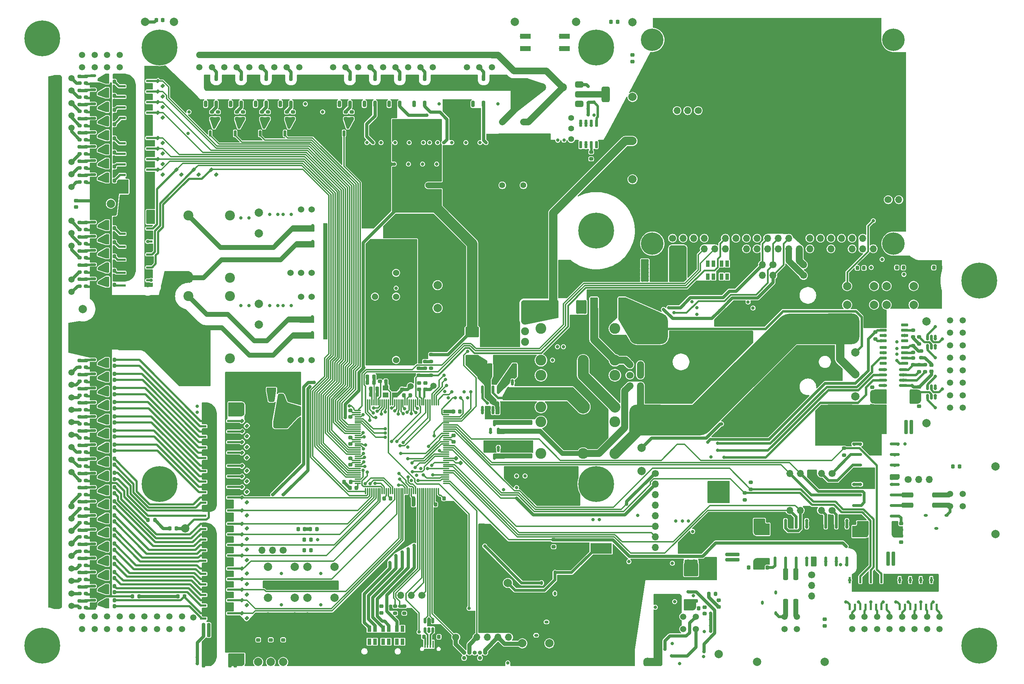
<source format=gtl>
G04 #@! TF.GenerationSoftware,KiCad,Pcbnew,8.0.1*
G04 #@! TF.CreationDate,2024-06-07T06:09:13+03:00*
G04 #@! TF.ProjectId,impeller18,696d7065-6c6c-4657-9231-382e6b696361,rev?*
G04 #@! TF.SameCoordinates,Original*
G04 #@! TF.FileFunction,Copper,L1,Top*
G04 #@! TF.FilePolarity,Positive*
%FSLAX46Y46*%
G04 Gerber Fmt 4.6, Leading zero omitted, Abs format (unit mm)*
G04 Created by KiCad (PCBNEW 8.0.1) date 2024-06-07 06:09:13*
%MOMM*%
%LPD*%
G01*
G04 APERTURE LIST*
G04 Aperture macros list*
%AMRoundRect*
0 Rectangle with rounded corners*
0 $1 Rounding radius*
0 $2 $3 $4 $5 $6 $7 $8 $9 X,Y pos of 4 corners*
0 Add a 4 corners polygon primitive as box body*
4,1,4,$2,$3,$4,$5,$6,$7,$8,$9,$2,$3,0*
0 Add four circle primitives for the rounded corners*
1,1,$1+$1,$2,$3*
1,1,$1+$1,$4,$5*
1,1,$1+$1,$6,$7*
1,1,$1+$1,$8,$9*
0 Add four rect primitives between the rounded corners*
20,1,$1+$1,$2,$3,$4,$5,0*
20,1,$1+$1,$4,$5,$6,$7,0*
20,1,$1+$1,$6,$7,$8,$9,0*
20,1,$1+$1,$8,$9,$2,$3,0*%
G04 Aperture macros list end*
G04 #@! TA.AperFunction,SMDPad,CuDef*
%ADD10RoundRect,0.225000X0.250000X-0.225000X0.250000X0.225000X-0.250000X0.225000X-0.250000X-0.225000X0*%
G04 #@! TD*
G04 #@! TA.AperFunction,SMDPad,CuDef*
%ADD11RoundRect,0.250000X0.712500X2.475000X-0.712500X2.475000X-0.712500X-2.475000X0.712500X-2.475000X0*%
G04 #@! TD*
G04 #@! TA.AperFunction,SMDPad,CuDef*
%ADD12RoundRect,0.137500X-0.662500X-0.137500X0.662500X-0.137500X0.662500X0.137500X-0.662500X0.137500X0*%
G04 #@! TD*
G04 #@! TA.AperFunction,ComponentPad*
%ADD13C,1.524000*%
G04 #@! TD*
G04 #@! TA.AperFunction,SMDPad,CuDef*
%ADD14RoundRect,0.225000X-0.250000X0.225000X-0.250000X-0.225000X0.250000X-0.225000X0.250000X0.225000X0*%
G04 #@! TD*
G04 #@! TA.AperFunction,SMDPad,CuDef*
%ADD15RoundRect,0.200000X0.275000X-0.200000X0.275000X0.200000X-0.275000X0.200000X-0.275000X-0.200000X0*%
G04 #@! TD*
G04 #@! TA.AperFunction,SMDPad,CuDef*
%ADD16RoundRect,0.200000X-0.335876X-0.053033X-0.053033X-0.335876X0.335876X0.053033X0.053033X0.335876X0*%
G04 #@! TD*
G04 #@! TA.AperFunction,SMDPad,CuDef*
%ADD17RoundRect,0.218750X0.218750X0.256250X-0.218750X0.256250X-0.218750X-0.256250X0.218750X-0.256250X0*%
G04 #@! TD*
G04 #@! TA.AperFunction,SMDPad,CuDef*
%ADD18RoundRect,0.200000X-0.275000X0.200000X-0.275000X-0.200000X0.275000X-0.200000X0.275000X0.200000X0*%
G04 #@! TD*
G04 #@! TA.AperFunction,SMDPad,CuDef*
%ADD19RoundRect,0.200000X-0.200000X-0.275000X0.200000X-0.275000X0.200000X0.275000X-0.200000X0.275000X0*%
G04 #@! TD*
G04 #@! TA.AperFunction,ComponentPad*
%ADD20C,0.900000*%
G04 #@! TD*
G04 #@! TA.AperFunction,ComponentPad*
%ADD21C,8.600000*%
G04 #@! TD*
G04 #@! TA.AperFunction,SMDPad,CuDef*
%ADD22RoundRect,0.200000X0.200000X0.275000X-0.200000X0.275000X-0.200000X-0.275000X0.200000X-0.275000X0*%
G04 #@! TD*
G04 #@! TA.AperFunction,SMDPad,CuDef*
%ADD23RoundRect,0.150000X-0.825000X-0.150000X0.825000X-0.150000X0.825000X0.150000X-0.825000X0.150000X0*%
G04 #@! TD*
G04 #@! TA.AperFunction,ComponentPad*
%ADD24C,2.000000*%
G04 #@! TD*
G04 #@! TA.AperFunction,ComponentPad*
%ADD25C,1.400000*%
G04 #@! TD*
G04 #@! TA.AperFunction,SMDPad,CuDef*
%ADD26RoundRect,0.200000X-0.200000X-1.500000X0.200000X-1.500000X0.200000X1.500000X-0.200000X1.500000X0*%
G04 #@! TD*
G04 #@! TA.AperFunction,SMDPad,CuDef*
%ADD27RoundRect,0.218750X-0.218750X-0.256250X0.218750X-0.256250X0.218750X0.256250X-0.218750X0.256250X0*%
G04 #@! TD*
G04 #@! TA.AperFunction,SMDPad,CuDef*
%ADD28RoundRect,0.150000X-0.587500X-0.150000X0.587500X-0.150000X0.587500X0.150000X-0.587500X0.150000X0*%
G04 #@! TD*
G04 #@! TA.AperFunction,SMDPad,CuDef*
%ADD29RoundRect,0.200000X0.200000X0.550000X-0.200000X0.550000X-0.200000X-0.550000X0.200000X-0.550000X0*%
G04 #@! TD*
G04 #@! TA.AperFunction,SMDPad,CuDef*
%ADD30RoundRect,0.218750X-0.256250X0.218750X-0.256250X-0.218750X0.256250X-0.218750X0.256250X0.218750X0*%
G04 #@! TD*
G04 #@! TA.AperFunction,SMDPad,CuDef*
%ADD31R,1.400000X1.200000*%
G04 #@! TD*
G04 #@! TA.AperFunction,SMDPad,CuDef*
%ADD32RoundRect,0.225000X0.225000X0.250000X-0.225000X0.250000X-0.225000X-0.250000X0.225000X-0.250000X0*%
G04 #@! TD*
G04 #@! TA.AperFunction,SMDPad,CuDef*
%ADD33RoundRect,0.225000X-0.225000X-0.250000X0.225000X-0.250000X0.225000X0.250000X-0.225000X0.250000X0*%
G04 #@! TD*
G04 #@! TA.AperFunction,SMDPad,CuDef*
%ADD34RoundRect,0.300000X-1.125000X-0.300000X1.125000X-0.300000X1.125000X0.300000X-1.125000X0.300000X0*%
G04 #@! TD*
G04 #@! TA.AperFunction,SMDPad,CuDef*
%ADD35RoundRect,0.375000X-0.375000X0.625000X-0.375000X-0.625000X0.375000X-0.625000X0.375000X0.625000X0*%
G04 #@! TD*
G04 #@! TA.AperFunction,SMDPad,CuDef*
%ADD36RoundRect,0.500000X-1.400000X0.500000X-1.400000X-0.500000X1.400000X-0.500000X1.400000X0.500000X0*%
G04 #@! TD*
G04 #@! TA.AperFunction,ComponentPad*
%ADD37C,1.500000*%
G04 #@! TD*
G04 #@! TA.AperFunction,SMDPad,CuDef*
%ADD38RoundRect,1.850000X2.800000X-1.850000X2.800000X1.850000X-2.800000X1.850000X-2.800000X-1.850000X0*%
G04 #@! TD*
G04 #@! TA.AperFunction,SMDPad,CuDef*
%ADD39RoundRect,0.162500X-1.012500X-0.162500X1.012500X-0.162500X1.012500X0.162500X-1.012500X0.162500X0*%
G04 #@! TD*
G04 #@! TA.AperFunction,ComponentPad*
%ADD40C,1.600000*%
G04 #@! TD*
G04 #@! TA.AperFunction,SMDPad,CuDef*
%ADD41RoundRect,0.150000X-0.725000X-0.150000X0.725000X-0.150000X0.725000X0.150000X-0.725000X0.150000X0*%
G04 #@! TD*
G04 #@! TA.AperFunction,SMDPad,CuDef*
%ADD42RoundRect,0.150000X0.150000X-0.587500X0.150000X0.587500X-0.150000X0.587500X-0.150000X-0.587500X0*%
G04 #@! TD*
G04 #@! TA.AperFunction,SMDPad,CuDef*
%ADD43RoundRect,0.162500X-0.162500X1.012500X-0.162500X-1.012500X0.162500X-1.012500X0.162500X1.012500X0*%
G04 #@! TD*
G04 #@! TA.AperFunction,ComponentPad*
%ADD44C,0.800000*%
G04 #@! TD*
G04 #@! TA.AperFunction,ComponentPad*
%ADD45C,5.400000*%
G04 #@! TD*
G04 #@! TA.AperFunction,ComponentPad*
%ADD46C,1.700000*%
G04 #@! TD*
G04 #@! TA.AperFunction,ComponentPad*
%ADD47O,1.700000X1.700000*%
G04 #@! TD*
G04 #@! TA.AperFunction,ComponentPad*
%ADD48C,2.600000*%
G04 #@! TD*
G04 #@! TA.AperFunction,SMDPad,CuDef*
%ADD49RoundRect,0.150000X-0.150000X0.587500X-0.150000X-0.587500X0.150000X-0.587500X0.150000X0.587500X0*%
G04 #@! TD*
G04 #@! TA.AperFunction,SMDPad,CuDef*
%ADD50RoundRect,0.250000X1.425000X-0.362500X1.425000X0.362500X-1.425000X0.362500X-1.425000X-0.362500X0*%
G04 #@! TD*
G04 #@! TA.AperFunction,ComponentPad*
%ADD51C,2.400000*%
G04 #@! TD*
G04 #@! TA.AperFunction,SMDPad,CuDef*
%ADD52RoundRect,0.200000X0.200000X1.500000X-0.200000X1.500000X-0.200000X-1.500000X0.200000X-1.500000X0*%
G04 #@! TD*
G04 #@! TA.AperFunction,SMDPad,CuDef*
%ADD53RoundRect,0.250000X-1.425000X0.362500X-1.425000X-0.362500X1.425000X-0.362500X1.425000X0.362500X0*%
G04 #@! TD*
G04 #@! TA.AperFunction,ComponentPad*
%ADD54R,2.600000X2.600000*%
G04 #@! TD*
G04 #@! TA.AperFunction,SMDPad,CuDef*
%ADD55RoundRect,0.137500X0.137500X-0.662500X0.137500X0.662500X-0.137500X0.662500X-0.137500X-0.662500X0*%
G04 #@! TD*
G04 #@! TA.AperFunction,SMDPad,CuDef*
%ADD56R,0.900000X1.500000*%
G04 #@! TD*
G04 #@! TA.AperFunction,ComponentPad*
%ADD57C,1.000000*%
G04 #@! TD*
G04 #@! TA.AperFunction,ComponentPad*
%ADD58O,1.000000X1.000000*%
G04 #@! TD*
G04 #@! TA.AperFunction,SMDPad,CuDef*
%ADD59RoundRect,0.250000X-0.712500X-2.475000X0.712500X-2.475000X0.712500X2.475000X-0.712500X2.475000X0*%
G04 #@! TD*
G04 #@! TA.AperFunction,SMDPad,CuDef*
%ADD60R,0.400000X1.800000*%
G04 #@! TD*
G04 #@! TA.AperFunction,ComponentPad*
%ADD61O,1.090000X2.000000*%
G04 #@! TD*
G04 #@! TA.AperFunction,ComponentPad*
%ADD62O,1.050000X1.600000*%
G04 #@! TD*
G04 #@! TA.AperFunction,SMDPad,CuDef*
%ADD63RoundRect,0.150000X0.150000X-0.725000X0.150000X0.725000X-0.150000X0.725000X-0.150000X-0.725000X0*%
G04 #@! TD*
G04 #@! TA.AperFunction,ComponentPad*
%ADD64C,1.905000*%
G04 #@! TD*
G04 #@! TA.AperFunction,ComponentPad*
%ADD65O,0.700000X1.000000*%
G04 #@! TD*
G04 #@! TA.AperFunction,ComponentPad*
%ADD66O,2.000000X2.000000*%
G04 #@! TD*
G04 #@! TA.AperFunction,SMDPad,CuDef*
%ADD67RoundRect,0.075000X-0.075000X0.662500X-0.075000X-0.662500X0.075000X-0.662500X0.075000X0.662500X0*%
G04 #@! TD*
G04 #@! TA.AperFunction,SMDPad,CuDef*
%ADD68RoundRect,0.075000X-0.662500X0.075000X-0.662500X-0.075000X0.662500X-0.075000X0.662500X0.075000X0*%
G04 #@! TD*
G04 #@! TA.AperFunction,ComponentPad*
%ADD69O,1.000000X0.700000*%
G04 #@! TD*
G04 #@! TA.AperFunction,SMDPad,CuDef*
%ADD70RoundRect,0.150000X-0.150000X0.825000X-0.150000X-0.825000X0.150000X-0.825000X0.150000X0.825000X0*%
G04 #@! TD*
G04 #@! TA.AperFunction,SMDPad,CuDef*
%ADD71R,2.540000X1.270000*%
G04 #@! TD*
G04 #@! TA.AperFunction,SMDPad,CuDef*
%ADD72RoundRect,0.300000X-0.300000X1.125000X-0.300000X-1.125000X0.300000X-1.125000X0.300000X1.125000X0*%
G04 #@! TD*
G04 #@! TA.AperFunction,SMDPad,CuDef*
%ADD73RoundRect,0.150000X-0.150000X0.512500X-0.150000X-0.512500X0.150000X-0.512500X0.150000X0.512500X0*%
G04 #@! TD*
G04 #@! TA.AperFunction,SMDPad,CuDef*
%ADD74RoundRect,0.225000X-0.335876X-0.017678X-0.017678X-0.335876X0.335876X0.017678X0.017678X0.335876X0*%
G04 #@! TD*
G04 #@! TA.AperFunction,SMDPad,CuDef*
%ADD75RoundRect,0.218750X0.256250X-0.218750X0.256250X0.218750X-0.256250X0.218750X-0.256250X-0.218750X0*%
G04 #@! TD*
G04 #@! TA.AperFunction,SMDPad,CuDef*
%ADD76RoundRect,0.150000X0.725000X0.150000X-0.725000X0.150000X-0.725000X-0.150000X0.725000X-0.150000X0*%
G04 #@! TD*
G04 #@! TA.AperFunction,SMDPad,CuDef*
%ADD77RoundRect,0.200000X-1.500000X0.200000X-1.500000X-0.200000X1.500000X-0.200000X1.500000X0.200000X0*%
G04 #@! TD*
G04 #@! TA.AperFunction,SMDPad,CuDef*
%ADD78RoundRect,0.250000X1.400000X1.000000X-1.400000X1.000000X-1.400000X-1.000000X1.400000X-1.000000X0*%
G04 #@! TD*
G04 #@! TA.AperFunction,SMDPad,CuDef*
%ADD79RoundRect,0.125000X0.125000X-0.375000X0.125000X0.375000X-0.125000X0.375000X-0.125000X-0.375000X0*%
G04 #@! TD*
G04 #@! TA.AperFunction,SMDPad,CuDef*
%ADD80RoundRect,0.375000X-0.625000X-0.375000X0.625000X-0.375000X0.625000X0.375000X-0.625000X0.375000X0*%
G04 #@! TD*
G04 #@! TA.AperFunction,SMDPad,CuDef*
%ADD81RoundRect,0.500000X-0.500000X-1.400000X0.500000X-1.400000X0.500000X1.400000X-0.500000X1.400000X0*%
G04 #@! TD*
G04 #@! TA.AperFunction,SMDPad,CuDef*
%ADD82RoundRect,0.250000X-1.000000X1.400000X-1.000000X-1.400000X1.000000X-1.400000X1.000000X1.400000X0*%
G04 #@! TD*
G04 #@! TA.AperFunction,SMDPad,CuDef*
%ADD83RoundRect,0.250000X-0.362500X-1.425000X0.362500X-1.425000X0.362500X1.425000X-0.362500X1.425000X0*%
G04 #@! TD*
G04 #@! TA.AperFunction,ViaPad*
%ADD84C,0.800000*%
G04 #@! TD*
G04 #@! TA.AperFunction,Conductor*
%ADD85C,0.700000*%
G04 #@! TD*
G04 #@! TA.AperFunction,Conductor*
%ADD86C,0.300000*%
G04 #@! TD*
G04 #@! TA.AperFunction,Conductor*
%ADD87C,0.800000*%
G04 #@! TD*
G04 #@! TA.AperFunction,Conductor*
%ADD88C,1.400000*%
G04 #@! TD*
G04 #@! TA.AperFunction,Conductor*
%ADD89C,0.650000*%
G04 #@! TD*
G04 #@! TA.AperFunction,Conductor*
%ADD90C,0.900000*%
G04 #@! TD*
G04 #@! TA.AperFunction,Conductor*
%ADD91C,0.250000*%
G04 #@! TD*
G04 #@! TA.AperFunction,Conductor*
%ADD92C,0.500000*%
G04 #@! TD*
G04 #@! TA.AperFunction,Conductor*
%ADD93C,1.000000*%
G04 #@! TD*
G04 #@! TA.AperFunction,Conductor*
%ADD94C,1.200000*%
G04 #@! TD*
G04 #@! TA.AperFunction,Conductor*
%ADD95C,0.240000*%
G04 #@! TD*
G04 #@! TA.AperFunction,Conductor*
%ADD96C,0.600000*%
G04 #@! TD*
G04 #@! TA.AperFunction,Conductor*
%ADD97C,0.550000*%
G04 #@! TD*
G04 #@! TA.AperFunction,Conductor*
%ADD98C,2.500000*%
G04 #@! TD*
G04 #@! TA.AperFunction,Conductor*
%ADD99C,1.225000*%
G04 #@! TD*
G04 #@! TA.AperFunction,Conductor*
%ADD100C,1.700000*%
G04 #@! TD*
G04 #@! TA.AperFunction,Conductor*
%ADD101C,2.600000*%
G04 #@! TD*
G04 #@! TA.AperFunction,Conductor*
%ADD102C,1.600000*%
G04 #@! TD*
G04 #@! TA.AperFunction,Conductor*
%ADD103C,1.500000*%
G04 #@! TD*
G04 #@! TA.AperFunction,Conductor*
%ADD104C,0.850000*%
G04 #@! TD*
G04 #@! TA.AperFunction,Conductor*
%ADD105C,0.400000*%
G04 #@! TD*
G04 #@! TA.AperFunction,Conductor*
%ADD106C,1.925000*%
G04 #@! TD*
G04 #@! TA.AperFunction,Conductor*
%ADD107C,0.440000*%
G04 #@! TD*
G04 #@! TA.AperFunction,Conductor*
%ADD108C,2.000000*%
G04 #@! TD*
G04 #@! TA.AperFunction,Conductor*
%ADD109C,7.400000*%
G04 #@! TD*
G04 APERTURE END LIST*
D10*
X163601000Y-161266000D03*
X163601000Y-159716000D03*
D11*
X241158500Y-114570000D03*
X234383500Y-114570000D03*
D12*
X128224000Y-150758000D03*
X128224000Y-152028000D03*
X128224000Y-153298000D03*
X128224000Y-154568000D03*
X128224000Y-155838000D03*
X128224000Y-157108000D03*
X128224000Y-158378000D03*
X128224000Y-159648000D03*
X134724000Y-159648000D03*
X134724000Y-158378000D03*
X134724000Y-157108000D03*
X134724000Y-155838000D03*
X134724000Y-154568000D03*
X134724000Y-153298000D03*
X134724000Y-152028000D03*
X134724000Y-150758000D03*
D13*
X149178000Y-115141000D03*
X151718000Y-115141000D03*
X154258000Y-115141000D03*
X174578000Y-115141000D03*
X174578000Y-99901000D03*
X169498000Y-99901000D03*
X154258000Y-99901000D03*
X151718000Y-99901000D03*
D14*
X151229000Y-149058999D03*
X151229000Y-150608999D03*
D15*
X99961000Y-165046000D03*
X99961000Y-163396000D03*
D16*
X137518274Y-169178000D03*
X138685000Y-170344726D03*
D17*
X305445500Y-113842000D03*
X303870500Y-113842000D03*
D18*
X298855000Y-128914000D03*
X298855000Y-130564000D03*
D19*
X105190000Y-147707500D03*
X106840000Y-147707500D03*
D20*
X89501000Y-201583000D03*
X91781419Y-202527581D03*
X87220581Y-202527581D03*
X92726000Y-204808000D03*
D21*
X89501000Y-204808000D03*
D20*
X86276000Y-204808000D03*
X91781419Y-207088419D03*
X87220581Y-207088419D03*
X89501000Y-208033000D03*
D18*
X98501000Y-190619000D03*
X98501000Y-192269000D03*
D22*
X106838000Y-67707500D03*
X105188000Y-67707500D03*
D23*
X291567000Y-138444000D03*
X291567000Y-139714000D03*
X291567000Y-140984000D03*
X291567000Y-142254000D03*
X296517000Y-142254000D03*
X296517000Y-140984000D03*
X296517000Y-139714000D03*
X296517000Y-138444000D03*
D24*
X141434000Y-208731001D03*
D16*
X117292343Y-74078000D03*
X118459069Y-75244726D03*
D25*
X216678002Y-85536000D03*
X216678002Y-82996000D03*
X216678002Y-80456000D03*
X216678002Y-77916000D03*
D18*
X98501000Y-142982000D03*
X98501000Y-144632000D03*
D26*
X286524000Y-183852000D03*
X287794000Y-183852000D03*
X292874000Y-183852000D03*
X294144000Y-183852000D03*
X294144000Y-176552000D03*
X287794000Y-176552000D03*
X286524000Y-176552000D03*
D14*
X171068000Y-195337000D03*
X171068000Y-196887000D03*
D27*
X120140500Y-176579000D03*
X121715500Y-176579000D03*
D18*
X98499000Y-103056250D03*
X98499000Y-104706250D03*
D28*
X101677500Y-136052000D03*
X101677500Y-137952000D03*
X103552500Y-137002000D03*
D16*
X117292343Y-87787000D03*
X118459069Y-88953726D03*
D15*
X289812000Y-131009000D03*
X289812000Y-129359000D03*
D28*
X101678000Y-113150000D03*
X101678000Y-115050000D03*
X103553000Y-114100000D03*
D29*
X172926000Y-74526000D03*
X175466000Y-74526000D03*
X175466000Y-68226000D03*
X172926000Y-68226000D03*
D30*
X277597250Y-198475501D03*
X277597250Y-200050501D03*
D17*
X155546500Y-176728000D03*
X153971500Y-176728000D03*
D16*
X137518274Y-197018000D03*
X138685000Y-198184726D03*
D24*
X99269000Y-123826000D03*
D16*
X117292343Y-76618000D03*
X118459069Y-77784726D03*
D28*
X101675500Y-109739250D03*
X101675500Y-111639250D03*
X103550500Y-110689250D03*
D31*
X172081000Y-144491000D03*
X174281000Y-144491000D03*
X174281000Y-142791000D03*
X172081000Y-142791000D03*
D25*
X182328000Y-94076000D03*
X184868000Y-94076000D03*
X200108000Y-94076000D03*
X205188000Y-94076000D03*
X205188000Y-78836000D03*
X200108000Y-78836000D03*
X184868000Y-78836000D03*
X182328000Y-78836000D03*
D22*
X106840000Y-153045500D03*
X105190000Y-153045500D03*
D32*
X163626000Y-165411000D03*
X162076000Y-165411000D03*
D19*
X105190000Y-174930500D03*
X106840000Y-174930500D03*
D22*
X106840000Y-173465500D03*
X105190000Y-173465500D03*
D27*
X308442500Y-161672250D03*
X310017500Y-161672250D03*
D33*
X262311500Y-186002001D03*
X263861500Y-186002001D03*
X137679000Y-147223000D03*
X139229000Y-147223000D03*
D19*
X105190000Y-140901000D03*
X106840000Y-140901000D03*
D24*
X283014000Y-118308000D03*
X289514000Y-118308000D03*
X283014000Y-122808000D03*
X289514000Y-122808000D03*
D34*
X297553000Y-168546000D03*
X304903000Y-168546000D03*
X304903000Y-171046000D03*
X297553000Y-171046000D03*
D18*
X98501000Y-159992000D03*
X98501000Y-161642000D03*
D20*
X314778000Y-113779000D03*
X317058419Y-114723581D03*
X312497581Y-114723581D03*
X318003000Y-117004000D03*
D21*
X314778000Y-117004000D03*
D20*
X311553000Y-117004000D03*
X317058419Y-119284419D03*
X312497581Y-119284419D03*
X314778000Y-120229000D03*
D24*
X105986000Y-98511000D03*
D19*
X105190000Y-168125500D03*
X106840000Y-168125500D03*
D16*
X117292343Y-71538000D03*
X118459069Y-72704726D03*
D19*
X105190000Y-137498500D03*
X106840000Y-137498500D03*
D35*
X149199000Y-145203999D03*
X146899000Y-145203999D03*
D36*
X146899000Y-151503999D03*
D35*
X144599000Y-145203999D03*
D18*
X98499000Y-74651500D03*
X98499000Y-76301500D03*
D15*
X180034000Y-139746500D03*
X180034000Y-138096500D03*
D24*
X143741000Y-193294000D03*
X150241000Y-193294000D03*
X143741000Y-197794000D03*
X150241000Y-197794000D03*
X284975000Y-139553000D03*
D37*
X93519000Y-80286000D03*
X93519000Y-77286000D03*
X93519000Y-74286000D03*
X93519000Y-71286000D03*
X93519000Y-68286000D03*
X96519000Y-80286000D03*
X96519000Y-77286000D03*
X96519000Y-74286000D03*
X96519000Y-71286000D03*
X96519000Y-68286000D03*
D15*
X99961000Y-185464000D03*
X99961000Y-183814000D03*
X99959000Y-104706250D03*
X99959000Y-103056250D03*
D38*
X235325000Y-128553000D03*
X281325000Y-128553000D03*
D39*
X285449000Y-165986000D03*
X285449000Y-168526000D03*
X285449000Y-171066000D03*
X285449000Y-173606000D03*
X294499000Y-173606000D03*
X294499000Y-171066000D03*
X294499000Y-168526000D03*
X294499000Y-165986000D03*
D19*
X105188000Y-69172500D03*
X106838000Y-69172500D03*
D28*
X101677500Y-156465000D03*
X101677500Y-158365000D03*
X103552500Y-157415000D03*
D40*
X202885000Y-66551349D03*
X202885000Y-70051349D03*
D22*
X106840000Y-136033500D03*
X105190000Y-136033500D03*
D15*
X99959000Y-86507000D03*
X99959000Y-84857000D03*
D16*
X137518274Y-155838000D03*
X138685000Y-157004726D03*
D41*
X291667000Y-133044000D03*
X291667000Y-134314000D03*
X291667000Y-135584000D03*
X291667000Y-136854000D03*
X296817000Y-136854000D03*
X296817000Y-135584000D03*
X296817000Y-134314000D03*
X296817000Y-133044000D03*
D42*
X141866000Y-81593500D03*
X143766000Y-81593500D03*
X142816000Y-79718500D03*
D19*
X105188000Y-72572500D03*
X106838000Y-72572500D03*
D14*
X181575000Y-141622000D03*
X181575000Y-143172000D03*
D28*
X101677500Y-146261000D03*
X101677500Y-148161000D03*
X103552500Y-147211000D03*
D43*
X273283500Y-175482001D03*
X270743500Y-175482001D03*
X268203500Y-175482001D03*
X265663500Y-175482001D03*
X265663500Y-184532001D03*
X268203500Y-184532001D03*
X270743500Y-184532001D03*
X273283500Y-184532001D03*
D37*
X123089000Y-200796000D03*
X120089000Y-200796000D03*
X117089000Y-200796000D03*
X114089000Y-200796000D03*
X111089000Y-200796000D03*
X108089000Y-200796000D03*
X105089000Y-200796000D03*
X102089000Y-200796000D03*
X99089000Y-200796000D03*
X123089000Y-197796000D03*
X120089000Y-197796000D03*
X117089000Y-197796000D03*
X114089000Y-197796000D03*
X111089000Y-197796000D03*
X108089000Y-197796000D03*
X105089000Y-197796000D03*
X102089000Y-197796000D03*
X99089000Y-197796000D03*
D44*
X236176000Y-57081000D03*
X237607891Y-57674109D03*
X234744109Y-57674109D03*
X238201000Y-59106000D03*
D45*
X236176000Y-59106000D03*
D44*
X234151000Y-59106000D03*
X237607891Y-60537891D03*
X234744109Y-60537891D03*
X236176000Y-61131000D03*
D28*
X101675500Y-84732000D03*
X101675500Y-86632000D03*
X103550500Y-85682000D03*
D15*
X259832000Y-167178000D03*
X259832000Y-165528000D03*
D20*
X222676000Y-162679000D03*
X224956419Y-163623581D03*
X220395581Y-163623581D03*
X225901000Y-165904000D03*
D21*
X222676000Y-165904000D03*
D20*
X219451000Y-165904000D03*
X224956419Y-168184419D03*
X220395581Y-168184419D03*
X222676000Y-169129000D03*
D18*
X98501000Y-194021000D03*
X98501000Y-195671000D03*
D12*
X108763000Y-104481000D03*
X108763000Y-105751000D03*
X115263000Y-105751000D03*
X115263000Y-104481000D03*
D46*
X279368500Y-172257001D03*
D47*
X276828500Y-172257001D03*
X274288500Y-172257001D03*
X271748500Y-172257001D03*
X269208500Y-172257001D03*
D15*
X99959000Y-79702000D03*
X99959000Y-78052000D03*
D19*
X105188000Y-111185750D03*
X106838000Y-111185750D03*
D37*
X125839000Y-198056000D03*
D48*
X219563000Y-136157000D03*
X227183000Y-128537000D03*
X227183000Y-136157000D03*
X209403000Y-136157000D03*
X209403000Y-128537000D03*
D18*
X98499000Y-91665000D03*
X98499000Y-93315000D03*
D22*
X106838000Y-71107500D03*
X105188000Y-71107500D03*
D15*
X99961000Y-158240000D03*
X99961000Y-156590000D03*
D22*
X106838000Y-84713500D03*
X105188000Y-84713500D03*
D16*
X137518274Y-177998000D03*
X138685000Y-179164726D03*
D32*
X181256000Y-202685000D03*
X179706000Y-202685000D03*
D33*
X137679000Y-207131001D03*
X139229000Y-207131001D03*
D19*
X105188000Y-92986500D03*
X106838000Y-92986500D03*
D24*
X99269000Y-133716500D03*
D46*
X236936000Y-163353000D03*
D47*
X236936000Y-165893000D03*
X236936000Y-168433000D03*
X236936000Y-170973000D03*
X236936000Y-173513000D03*
X236936000Y-176053000D03*
X236936000Y-178593000D03*
X236936000Y-181133000D03*
D37*
X183576000Y-142351000D03*
D22*
X106838000Y-81311500D03*
X105188000Y-81311500D03*
D33*
X145304000Y-143223999D03*
X146854000Y-143223999D03*
D49*
X202566000Y-141493000D03*
X200666000Y-141493000D03*
X201616000Y-143368000D03*
D50*
X205683000Y-151134500D03*
X205683000Y-145209500D03*
D51*
X124654000Y-116327000D03*
X124654000Y-101327000D03*
X134654000Y-101327000D03*
X134654000Y-116327000D03*
D32*
X186081000Y-169371000D03*
X184531000Y-169371000D03*
D52*
X135884000Y-201056001D03*
X134614000Y-201056001D03*
X129534000Y-201056001D03*
X128264000Y-201056001D03*
X128264000Y-208356001D03*
X134614000Y-208356001D03*
X135884000Y-208356001D03*
D14*
X300315000Y-145699000D03*
X300315000Y-147249000D03*
D42*
X197272000Y-153134500D03*
X199172000Y-153134500D03*
X198222000Y-151259500D03*
D19*
X105190000Y-188536500D03*
X106840000Y-188536500D03*
D53*
X201843000Y-145209500D03*
X201843000Y-151134500D03*
D10*
X206873000Y-143080000D03*
X206873000Y-141530000D03*
D22*
X106840000Y-176867500D03*
X105190000Y-176867500D03*
D24*
X153241000Y-193294000D03*
X159741000Y-193294000D03*
X153241000Y-197794000D03*
X159741000Y-197794000D03*
X252177000Y-206862001D03*
D37*
X310778000Y-168298000D03*
X310778000Y-171298000D03*
X307778000Y-168298000D03*
X307778000Y-171298000D03*
D17*
X152586500Y-176728000D03*
X151011500Y-176728000D03*
D14*
X188361000Y-154216000D03*
X188361000Y-155766000D03*
D12*
X108763000Y-116949000D03*
X108763000Y-118219000D03*
X115263000Y-118219000D03*
X115263000Y-116949000D03*
D13*
X149179000Y-136091000D03*
X151719000Y-136091000D03*
X154259000Y-136091000D03*
X174579000Y-136091000D03*
X174579000Y-120851000D03*
X169499000Y-120851000D03*
X154259000Y-120851000D03*
X151719000Y-120851000D03*
D54*
X222576000Y-181405001D03*
X225116000Y-181405001D03*
D48*
X223846000Y-208405002D03*
D33*
X245799000Y-195831001D03*
X247349000Y-195831001D03*
D37*
X191586000Y-62726000D03*
X194586000Y-62726000D03*
X197586000Y-62726000D03*
X191586000Y-65726000D03*
X194586000Y-65726000D03*
X197586000Y-65726000D03*
D55*
X283643000Y-195509001D03*
X284913000Y-195509001D03*
X286183000Y-195509001D03*
X287453000Y-195509001D03*
X288723000Y-195509001D03*
X289993000Y-195509001D03*
X291263000Y-195509001D03*
X292533000Y-195509001D03*
X292533000Y-189009001D03*
X291263000Y-189009001D03*
X289993000Y-189009001D03*
X288723000Y-189009001D03*
X287453000Y-189009001D03*
X286183000Y-189009001D03*
X284913000Y-189009001D03*
X283643000Y-189009001D03*
D29*
X140766000Y-74526000D03*
X143306000Y-74526000D03*
X143306000Y-68226000D03*
X140766000Y-68226000D03*
D56*
X254206000Y-112928000D03*
X254206000Y-116028000D03*
X252806000Y-116028000D03*
X252806000Y-112928000D03*
D57*
X190929000Y-207764000D03*
D58*
X190929000Y-206494000D03*
X192199000Y-207764000D03*
X192199000Y-206494000D03*
X193469000Y-207764000D03*
X193469000Y-206494000D03*
X194739000Y-207764000D03*
X194739000Y-206494000D03*
X196009000Y-207764000D03*
X196009000Y-206494000D03*
D18*
X98499000Y-109864250D03*
X98499000Y-111514250D03*
D24*
X184553000Y-99826000D03*
X184553000Y-104826000D03*
D59*
X222187500Y-123757000D03*
X228962500Y-123757000D03*
D19*
X105190000Y-185135500D03*
X106840000Y-185135500D03*
D28*
X101677500Y-183689000D03*
X101677500Y-185589000D03*
X103552500Y-184639000D03*
D56*
X250906000Y-112928000D03*
X250906000Y-116028000D03*
X249506000Y-116028000D03*
X249506000Y-112928000D03*
D29*
X166926000Y-74526000D03*
X169466000Y-74526000D03*
X169466000Y-68226000D03*
X166926000Y-68226000D03*
D18*
X137766000Y-76431000D03*
X137766000Y-78081000D03*
D22*
X106838000Y-88117500D03*
X105188000Y-88117500D03*
D12*
X128224000Y-175458000D03*
X128224000Y-176728000D03*
X128224000Y-177998000D03*
X128224000Y-179268000D03*
X128224000Y-180538000D03*
X128224000Y-181808000D03*
X128224000Y-183078000D03*
X128224000Y-184348000D03*
X134724000Y-184348000D03*
X134724000Y-183078000D03*
X134724000Y-181808000D03*
X134724000Y-180538000D03*
X134724000Y-179268000D03*
X134724000Y-177998000D03*
X134724000Y-176728000D03*
X134724000Y-175458000D03*
D22*
X106840000Y-180270000D03*
X105190000Y-180270000D03*
D15*
X99959000Y-83105000D03*
X99959000Y-81455000D03*
D16*
X137518274Y-180538000D03*
X138685000Y-181704726D03*
D19*
X105190000Y-191940500D03*
X106840000Y-191940500D03*
D28*
X101677500Y-153064000D03*
X101677500Y-154964000D03*
X103552500Y-154014000D03*
D10*
X163601000Y-149766000D03*
X163601000Y-148216000D03*
D46*
X272526000Y-115753000D03*
D47*
X272526000Y-113213000D03*
D32*
X178756000Y-170831000D03*
X177206000Y-170831000D03*
D18*
X298854000Y-132644000D03*
X298854000Y-134294000D03*
D16*
X137518274Y-175458000D03*
X138685000Y-176624726D03*
D22*
X106838000Y-91521500D03*
X105188000Y-91521500D03*
D19*
X105188000Y-86178500D03*
X106838000Y-86178500D03*
D12*
X128224000Y-172318000D03*
X128224000Y-173588000D03*
X134724000Y-173588000D03*
X134724000Y-172318000D03*
D28*
X101677500Y-187090000D03*
X101677500Y-188990000D03*
X103552500Y-188040000D03*
D15*
X300845000Y-135559000D03*
X300845000Y-133909000D03*
D22*
X106840000Y-139436000D03*
X105190000Y-139436000D03*
D20*
X219451000Y-105004000D03*
X220395581Y-102723581D03*
X220395581Y-107284419D03*
X222676000Y-101779000D03*
D21*
X222676000Y-105004000D03*
D20*
X222676000Y-108229000D03*
X224956419Y-102723581D03*
X224956419Y-107284419D03*
X225901000Y-105004000D03*
D18*
X98501500Y-113275000D03*
X98501500Y-114925000D03*
D38*
X235325000Y-150553000D03*
X281325000Y-150553000D03*
D20*
X117676000Y-57679000D03*
X119956419Y-58623581D03*
X115395581Y-58623581D03*
X120901000Y-60904000D03*
D21*
X117676000Y-60904000D03*
D20*
X114451000Y-60904000D03*
X119956419Y-63184419D03*
X115395581Y-63184419D03*
X117676000Y-64129000D03*
D10*
X295969000Y-176958000D03*
X295969000Y-175408000D03*
D24*
X231426000Y-72837000D03*
D10*
X163601000Y-156266000D03*
X163601000Y-154716000D03*
D15*
X99961000Y-144632000D03*
X99961000Y-142982000D03*
D33*
X184031000Y-170831000D03*
X185581000Y-170831000D03*
D10*
X208541000Y-122148000D03*
X208541000Y-120598000D03*
D37*
X93519000Y-94436000D03*
X93519000Y-91436000D03*
X93519000Y-88436000D03*
X96519000Y-94436000D03*
X96519000Y-91436000D03*
X96519000Y-88436000D03*
D28*
X101677500Y-142857000D03*
X101677500Y-144757000D03*
X103552500Y-143807000D03*
D48*
X219563000Y-147377000D03*
X227183000Y-139757000D03*
X227183000Y-147377000D03*
X209403000Y-147377000D03*
X209403000Y-139757000D03*
D44*
X236176000Y-106081000D03*
X237607891Y-106674109D03*
X234744109Y-106674109D03*
X238201000Y-108106000D03*
D45*
X236176000Y-108106000D03*
D44*
X234151000Y-108106000D03*
X237607891Y-109537891D03*
X234744109Y-109537891D03*
X236176000Y-110131000D03*
D24*
X233636000Y-162815000D03*
D15*
X99961000Y-148036000D03*
X99961000Y-146386000D03*
X99961500Y-114925000D03*
X99961500Y-113275000D03*
D28*
X101677500Y-190494000D03*
X101677500Y-192394000D03*
X103552500Y-191444000D03*
D15*
X300315000Y-132214000D03*
X300315000Y-130564000D03*
D20*
X222676000Y-57679000D03*
X224956419Y-58623581D03*
X220395581Y-58623581D03*
X225901000Y-60904000D03*
D21*
X222676000Y-60904000D03*
D20*
X219451000Y-60904000D03*
X224956419Y-63184419D03*
X220395581Y-63184419D03*
X222676000Y-64129000D03*
D16*
X125935637Y-90327000D03*
X127102363Y-91493726D03*
D46*
X274477500Y-187757001D03*
D47*
X274477500Y-190297001D03*
X274477500Y-192837001D03*
D32*
X244791000Y-184570501D03*
X243241000Y-184570501D03*
D28*
X101677500Y-166679000D03*
X101677500Y-168579000D03*
X103552500Y-167629000D03*
D33*
X168456000Y-143001000D03*
X170006000Y-143001000D03*
D16*
X137518274Y-158378000D03*
X138685000Y-159544726D03*
D18*
X98499000Y-81455000D03*
X98499000Y-83105000D03*
D30*
X141434000Y-201824500D03*
X141434000Y-203399500D03*
D33*
X246201000Y-184570501D03*
X247751000Y-184570501D03*
D37*
X159426000Y-62726000D03*
X162426000Y-62726000D03*
X165426000Y-62726000D03*
X168426000Y-62726000D03*
X171426000Y-62726000D03*
X174426000Y-62726000D03*
X177426000Y-62726000D03*
X180426000Y-62726000D03*
X183426000Y-62726000D03*
X159426000Y-65726000D03*
X162426000Y-65726000D03*
X165426000Y-65726000D03*
X168426000Y-65726000D03*
X171426000Y-65726000D03*
X174426000Y-65726000D03*
X177426000Y-65726000D03*
X180426000Y-65726000D03*
X183426000Y-65726000D03*
D10*
X289051000Y-144194000D03*
X289051000Y-142644000D03*
D19*
X105188000Y-82776500D03*
X106838000Y-82776500D03*
D18*
X98499000Y-84857000D03*
X98499000Y-86507000D03*
D19*
X105190000Y-151109000D03*
X106840000Y-151109000D03*
D18*
X98501000Y-187215000D03*
X98501000Y-188865000D03*
D15*
X99961000Y-151437500D03*
X99961000Y-149787500D03*
D18*
X98499000Y-78052000D03*
X98499000Y-79702000D03*
D46*
X247216000Y-76106000D03*
D47*
X244676000Y-76106000D03*
X242136000Y-76106000D03*
D46*
X147437438Y-181808000D03*
D47*
X144897438Y-181808000D03*
X142357438Y-181808000D03*
D19*
X114910000Y-174560000D03*
X116560000Y-174560000D03*
D27*
X122135500Y-192909000D03*
X123710500Y-192909000D03*
D22*
X106840000Y-166660500D03*
X105190000Y-166660500D03*
D19*
X105190500Y-114596500D03*
X106840500Y-114596500D03*
D24*
X302070000Y-126809000D03*
D18*
X98501500Y-116677000D03*
X98501500Y-118327000D03*
D60*
X181506000Y-204483000D03*
X182156000Y-204483000D03*
X182806000Y-204483000D03*
X183456000Y-204483000D03*
X184106000Y-204483000D03*
D61*
X186406000Y-207733000D03*
D62*
X186406000Y-204283000D03*
D61*
X179206000Y-207733000D03*
D62*
X179206000Y-204283000D03*
D24*
X141604000Y-100614000D03*
X141604000Y-105614000D03*
D17*
X154066500Y-179268000D03*
X152491500Y-179268000D03*
D16*
X117292343Y-68998000D03*
X118459069Y-70164726D03*
D24*
X114217000Y-54806000D03*
D15*
X99961000Y-141229500D03*
X99961000Y-139579500D03*
D28*
X101675500Y-81330000D03*
X101675500Y-83230000D03*
X103550500Y-82280000D03*
D63*
X218924000Y-84301000D03*
X220194000Y-84301000D03*
X221464000Y-84301000D03*
X222734000Y-84301000D03*
X222734000Y-79151000D03*
X221464000Y-79151000D03*
X220194000Y-79151000D03*
X218924000Y-79151000D03*
D32*
X245536000Y-111886000D03*
X243986000Y-111886000D03*
D24*
X141604000Y-122544000D03*
X141604000Y-127544000D03*
D19*
X105188000Y-104377750D03*
X106838000Y-104377750D03*
D64*
X205565000Y-131691000D03*
X205565000Y-129151000D03*
X205565000Y-126611000D03*
D15*
X99961000Y-195671000D03*
X99961000Y-194021000D03*
D18*
X98499000Y-106464250D03*
X98499000Y-108114250D03*
D65*
X265839500Y-196995001D03*
X262639500Y-194495001D03*
X265839500Y-191995001D03*
D22*
X106840000Y-156446500D03*
X105190000Y-156446500D03*
D18*
X98499000Y-67851000D03*
X98499000Y-69501000D03*
D28*
X101675500Y-67726000D03*
X101675500Y-69626000D03*
X103550500Y-68676000D03*
D18*
X98501000Y-180413500D03*
X98501000Y-182063500D03*
D24*
X184554000Y-123601000D03*
X184554000Y-128601000D03*
D27*
X116890000Y-54355000D03*
X118465000Y-54355000D03*
D15*
X99961000Y-154839000D03*
X99961000Y-153189000D03*
D24*
X184554000Y-118101000D03*
X184554000Y-113101000D03*
X261345750Y-208731001D03*
D46*
X230783000Y-142308000D03*
D47*
X233323000Y-142308000D03*
D32*
X165026000Y-166871000D03*
X163476000Y-166871000D03*
D56*
X172815500Y-200742000D03*
X172815500Y-203842000D03*
X171415500Y-203842000D03*
X171415500Y-200742000D03*
D28*
X101675500Y-77927000D03*
X101675500Y-79827000D03*
X103550500Y-78877000D03*
D56*
X169515500Y-200742000D03*
X169515500Y-203842000D03*
X168115500Y-203842000D03*
X168115500Y-200742000D03*
D18*
X98501000Y-153189000D03*
X98501000Y-154839000D03*
X149766000Y-76431000D03*
X149766000Y-78081000D03*
X98501000Y-139579500D03*
X98501000Y-141229500D03*
D24*
X144434000Y-208731001D03*
D19*
X105190000Y-181735000D03*
X106840000Y-181735000D03*
D24*
X233636000Y-157183000D03*
D37*
X99089000Y-62726000D03*
X102089000Y-62726000D03*
X105089000Y-62726000D03*
X108089000Y-62726000D03*
X99089000Y-65726000D03*
X102089000Y-65726000D03*
X105089000Y-65726000D03*
X108089000Y-65726000D03*
D16*
X137518274Y-166638000D03*
X138685000Y-167804726D03*
D17*
X186431500Y-202685000D03*
X184856500Y-202685000D03*
D20*
X89501000Y-55479000D03*
X91781419Y-56423581D03*
X87220581Y-56423581D03*
X92726000Y-58704000D03*
D21*
X89501000Y-58704000D03*
D20*
X86276000Y-58704000D03*
X91781419Y-60984419D03*
X87220581Y-60984419D03*
X89501000Y-61929000D03*
D24*
X284975000Y-144853000D03*
D15*
X99961000Y-192269000D03*
X99961000Y-190619000D03*
D66*
X174578000Y-91826000D03*
D24*
X169578000Y-91826000D03*
D37*
X93519000Y-119746000D03*
X93519000Y-116746000D03*
X96519000Y-119746000D03*
X96519000Y-116746000D03*
D12*
X108763000Y-68998000D03*
X108763000Y-70268000D03*
X108763000Y-71538000D03*
X108763000Y-72808000D03*
X108763000Y-74078000D03*
X108763000Y-75348000D03*
X108763000Y-76618000D03*
X108763000Y-77888000D03*
X115263000Y-77888000D03*
X115263000Y-76618000D03*
X115263000Y-75348000D03*
X115263000Y-74078000D03*
X115263000Y-72808000D03*
X115263000Y-71538000D03*
X115263000Y-70268000D03*
X115263000Y-68998000D03*
D24*
X153241000Y-185794000D03*
X159741000Y-185794000D03*
X153241000Y-190294000D03*
X159741000Y-190294000D03*
D33*
X176431000Y-144611000D03*
X177981000Y-144611000D03*
D22*
X106840000Y-190475500D03*
X105190000Y-190475500D03*
D15*
X99961000Y-175259000D03*
X99961000Y-173609000D03*
D17*
X227851750Y-54806000D03*
X226276750Y-54806000D03*
D18*
X98501000Y-156590000D03*
X98501000Y-158240000D03*
X131766000Y-76431000D03*
X131766000Y-78081000D03*
D67*
X184731000Y-146328500D03*
X184231000Y-146328500D03*
X183731000Y-146328500D03*
X183231000Y-146328500D03*
X182731000Y-146328500D03*
X182231000Y-146328500D03*
X181731000Y-146328500D03*
X181231000Y-146328500D03*
X180731000Y-146328500D03*
X180231000Y-146328500D03*
X179731000Y-146328500D03*
X179231000Y-146328500D03*
X178731000Y-146328500D03*
X178231000Y-146328500D03*
X177731000Y-146328500D03*
X177231000Y-146328500D03*
X176731000Y-146328500D03*
X176231000Y-146328500D03*
X175731000Y-146328500D03*
X175231000Y-146328500D03*
X174731000Y-146328500D03*
X174231000Y-146328500D03*
X173731000Y-146328500D03*
X173231000Y-146328500D03*
X172731000Y-146328500D03*
X172231000Y-146328500D03*
X171731000Y-146328500D03*
X171231000Y-146328500D03*
X170731000Y-146328500D03*
X170231000Y-146328500D03*
X169731000Y-146328500D03*
X169231000Y-146328500D03*
X168731000Y-146328500D03*
X168231000Y-146328500D03*
X167731000Y-146328500D03*
X167231000Y-146328500D03*
D68*
X165318500Y-148241000D03*
X165318500Y-148741000D03*
X165318500Y-149241000D03*
X165318500Y-149741000D03*
X165318500Y-150241000D03*
X165318500Y-150741000D03*
X165318500Y-151241000D03*
X165318500Y-151741000D03*
X165318500Y-152241000D03*
X165318500Y-152741000D03*
X165318500Y-153241000D03*
X165318500Y-153741000D03*
X165318500Y-154241000D03*
X165318500Y-154741000D03*
X165318500Y-155241000D03*
X165318500Y-155741000D03*
X165318500Y-156241000D03*
X165318500Y-156741000D03*
X165318500Y-157241000D03*
X165318500Y-157741000D03*
X165318500Y-158241000D03*
X165318500Y-158741000D03*
X165318500Y-159241000D03*
X165318500Y-159741000D03*
X165318500Y-160241000D03*
X165318500Y-160741000D03*
X165318500Y-161241000D03*
X165318500Y-161741000D03*
X165318500Y-162241000D03*
X165318500Y-162741000D03*
X165318500Y-163241000D03*
X165318500Y-163741000D03*
X165318500Y-164241000D03*
X165318500Y-164741000D03*
X165318500Y-165241000D03*
X165318500Y-165741000D03*
D67*
X167231000Y-167653500D03*
X167731000Y-167653500D03*
X168231000Y-167653500D03*
X168731000Y-167653500D03*
X169231000Y-167653500D03*
X169731000Y-167653500D03*
X170231000Y-167653500D03*
X170731000Y-167653500D03*
X171231000Y-167653500D03*
X171731000Y-167653500D03*
X172231000Y-167653500D03*
X172731000Y-167653500D03*
X173231000Y-167653500D03*
X173731000Y-167653500D03*
X174231000Y-167653500D03*
X174731000Y-167653500D03*
X175231000Y-167653500D03*
X175731000Y-167653500D03*
X176231000Y-167653500D03*
X176731000Y-167653500D03*
X177231000Y-167653500D03*
X177731000Y-167653500D03*
X178231000Y-167653500D03*
X178731000Y-167653500D03*
X179231000Y-167653500D03*
X179731000Y-167653500D03*
X180231000Y-167653500D03*
X180731000Y-167653500D03*
X181231000Y-167653500D03*
X181731000Y-167653500D03*
X182231000Y-167653500D03*
X182731000Y-167653500D03*
X183231000Y-167653500D03*
X183731000Y-167653500D03*
X184231000Y-167653500D03*
X184731000Y-167653500D03*
D68*
X186643500Y-165741000D03*
X186643500Y-165241000D03*
X186643500Y-164741000D03*
X186643500Y-164241000D03*
X186643500Y-163741000D03*
X186643500Y-163241000D03*
X186643500Y-162741000D03*
X186643500Y-162241000D03*
X186643500Y-161741000D03*
X186643500Y-161241000D03*
X186643500Y-160741000D03*
X186643500Y-160241000D03*
X186643500Y-159741000D03*
X186643500Y-159241000D03*
X186643500Y-158741000D03*
X186643500Y-158241000D03*
X186643500Y-157741000D03*
X186643500Y-157241000D03*
X186643500Y-156741000D03*
X186643500Y-156241000D03*
X186643500Y-155741000D03*
X186643500Y-155241000D03*
X186643500Y-154741000D03*
X186643500Y-154241000D03*
X186643500Y-153741000D03*
X186643500Y-153241000D03*
X186643500Y-152741000D03*
X186643500Y-152241000D03*
X186643500Y-151741000D03*
X186643500Y-151241000D03*
X186643500Y-150741000D03*
X186643500Y-150241000D03*
X186643500Y-149741000D03*
X186643500Y-149241000D03*
X186643500Y-148741000D03*
X186643500Y-148241000D03*
D52*
X116203000Y-94405000D03*
X114933000Y-94405000D03*
X109853000Y-94405000D03*
X108583000Y-94405000D03*
X108583000Y-101705000D03*
X114933000Y-101705000D03*
X116203000Y-101705000D03*
D50*
X205683000Y-159184500D03*
X205683000Y-153259500D03*
D32*
X245536000Y-113346000D03*
X243986000Y-113346000D03*
X260985500Y-174736501D03*
X259435500Y-174736501D03*
D46*
X292906000Y-97538000D03*
D47*
X295446000Y-97538000D03*
D28*
X101675500Y-71126000D03*
X101675500Y-73026000D03*
X103550500Y-72076000D03*
D39*
X285449000Y-156306000D03*
X285449000Y-158846000D03*
X285449000Y-161386000D03*
X285449000Y-163926000D03*
X294499000Y-163926000D03*
X294499000Y-161386000D03*
X294499000Y-158846000D03*
X294499000Y-156306000D03*
D16*
X137518274Y-188798000D03*
X138685000Y-189964726D03*
D24*
X147434000Y-208731001D03*
D22*
X106840000Y-149644000D03*
X105190000Y-149644000D03*
X106840000Y-183670500D03*
X105190000Y-183670500D03*
D32*
X244389000Y-195831001D03*
X242839000Y-195831001D03*
D16*
X137518274Y-183078000D03*
X138685000Y-184244726D03*
D24*
X123908000Y-176579000D03*
D69*
X306962000Y-173430000D03*
X304462000Y-176630000D03*
X301962000Y-173430000D03*
D19*
X105188000Y-79373500D03*
X106838000Y-79373500D03*
D37*
X93519000Y-195226000D03*
X93519000Y-192226000D03*
X93519000Y-189226000D03*
X93519000Y-186226000D03*
X93519000Y-183226000D03*
X93519000Y-180226000D03*
X93519000Y-177226000D03*
X93519000Y-174226000D03*
X93519000Y-171226000D03*
X96519000Y-195226000D03*
X96519000Y-192226000D03*
X96519000Y-189226000D03*
X96519000Y-186226000D03*
X96519000Y-183226000D03*
X96519000Y-180226000D03*
X96519000Y-177226000D03*
X96519000Y-174226000D03*
X96519000Y-171226000D03*
D18*
X98501000Y-136177000D03*
X98501000Y-137827000D03*
D56*
X176115500Y-200742000D03*
X176115500Y-203842000D03*
X174715500Y-203842000D03*
X174715500Y-200742000D03*
D19*
X111170000Y-192909000D03*
X112820000Y-192909000D03*
D37*
X93519000Y-108586000D03*
X93519000Y-105586000D03*
X93519000Y-102586000D03*
X96519000Y-108586000D03*
X96519000Y-105586000D03*
X96519000Y-102586000D03*
D48*
X190398000Y-178502000D03*
X198018000Y-178502000D03*
D46*
X241046000Y-106816000D03*
D47*
X241046000Y-109356000D03*
X243586000Y-106816000D03*
X243586000Y-109356000D03*
X246126000Y-106816000D03*
X246126000Y-109356000D03*
X248666000Y-106816000D03*
X248666000Y-109356000D03*
X251206000Y-106816000D03*
X251206000Y-109356000D03*
X253746000Y-106816000D03*
X253746000Y-109356000D03*
X256286000Y-106816000D03*
X256286000Y-109356000D03*
X258826000Y-106816000D03*
X258826000Y-109356000D03*
X261366000Y-106816000D03*
X261366000Y-109356000D03*
X263906000Y-106816000D03*
X263906000Y-109356000D03*
X266446000Y-106816000D03*
X266446000Y-109356000D03*
X268986000Y-106816000D03*
X268986000Y-109356000D03*
X271526000Y-106816000D03*
X271526000Y-109356000D03*
X274066000Y-106816000D03*
X274066000Y-109356000D03*
X276606000Y-106816000D03*
X276606000Y-109356000D03*
X279146000Y-106816000D03*
X279146000Y-109356000D03*
X281686000Y-106816000D03*
X281686000Y-109356000D03*
X284226000Y-106816000D03*
X284226000Y-109356000D03*
X286766000Y-106816000D03*
X286766000Y-109356000D03*
X289306000Y-106816000D03*
X289306000Y-109356000D03*
D10*
X210001000Y-122148000D03*
X210001000Y-120598000D03*
D33*
X137679000Y-208591001D03*
X139229000Y-208591001D03*
D28*
X101675500Y-102931250D03*
X101675500Y-104831250D03*
X103550500Y-103881250D03*
D15*
X182954000Y-136446500D03*
X182954000Y-134796500D03*
D22*
X106838000Y-77908500D03*
X105188000Y-77908500D03*
D15*
X130306000Y-78081000D03*
X130306000Y-76431000D03*
D16*
X117292343Y-85247000D03*
X118459069Y-86413726D03*
D19*
X105190000Y-195342500D03*
X106840000Y-195342500D03*
X105190500Y-117998500D03*
X106840500Y-117998500D03*
D28*
X101677500Y-180288500D03*
X101677500Y-182188500D03*
X103552500Y-181238500D03*
D14*
X295969000Y-178368000D03*
X295969000Y-179918000D03*
D18*
X98499000Y-88261000D03*
X98499000Y-89911000D03*
D19*
X105190000Y-171528500D03*
X106840000Y-171528500D03*
D24*
X235027000Y-208731001D03*
X174578000Y-81326000D03*
X169578000Y-81326000D03*
D70*
X199116000Y-143201500D03*
X197846000Y-143201500D03*
X196576000Y-143201500D03*
X195306000Y-143201500D03*
X195306000Y-148151500D03*
X196576000Y-148151500D03*
X197846000Y-148151500D03*
X199116000Y-148151500D03*
D71*
X205625000Y-61195998D03*
X205625000Y-58195998D03*
X215025000Y-61195998D03*
X215025000Y-58195998D03*
D15*
X99961000Y-168454000D03*
X99961000Y-166804000D03*
D37*
X127266000Y-62726000D03*
X130266000Y-62726000D03*
X133266000Y-62726000D03*
X136266000Y-62726000D03*
X139266000Y-62726000D03*
X142266000Y-62726000D03*
X145266000Y-62726000D03*
X148266000Y-62726000D03*
X151266000Y-62726000D03*
X127266000Y-65726000D03*
X130266000Y-65726000D03*
X133266000Y-65726000D03*
X136266000Y-65726000D03*
X139266000Y-65726000D03*
X142266000Y-65726000D03*
X145266000Y-65726000D03*
X148266000Y-65726000D03*
X151266000Y-65726000D03*
D19*
X105190000Y-154510500D03*
X106840000Y-154510500D03*
D28*
X101677500Y-149662500D03*
X101677500Y-151562500D03*
X103552500Y-150612500D03*
D16*
X137518274Y-193878000D03*
X138685000Y-195044726D03*
D15*
X136306000Y-78081000D03*
X136306000Y-76431000D03*
D24*
X318698000Y-161672250D03*
D18*
X298861000Y-135604000D03*
X298861000Y-137254000D03*
D12*
X108763000Y-107601000D03*
X108763000Y-108871000D03*
X115263000Y-108871000D03*
X115263000Y-107601000D03*
D72*
X270723500Y-187586001D03*
X270723500Y-194936001D03*
X268223500Y-194936001D03*
X268223500Y-187586001D03*
D29*
X146766000Y-74526000D03*
X149306000Y-74526000D03*
X149306000Y-68226000D03*
X146766000Y-68226000D03*
D22*
X106838000Y-102912750D03*
X105188000Y-102912750D03*
D30*
X144434000Y-201824500D03*
X144434000Y-203399500D03*
D42*
X147866000Y-81593500D03*
X149766000Y-81593500D03*
X148816000Y-79718500D03*
D22*
X106840500Y-116533500D03*
X105190500Y-116533500D03*
D15*
X99959000Y-108114250D03*
X99959000Y-106464250D03*
X99961000Y-161642000D03*
X99961000Y-159992000D03*
D16*
X130122000Y-90327000D03*
X131288726Y-91493726D03*
D19*
X105188000Y-89582500D03*
X106838000Y-89582500D03*
D37*
X93519000Y-130906000D03*
X93519000Y-127906000D03*
X96519000Y-130906000D03*
X96519000Y-127906000D03*
D16*
X137518274Y-161558000D03*
X138685000Y-162724726D03*
D27*
X294976500Y-113842000D03*
X296551500Y-113842000D03*
D24*
X292514000Y-118308000D03*
X299014000Y-118308000D03*
X292514000Y-122808000D03*
X299014000Y-122808000D03*
D15*
X162466000Y-78081000D03*
X162466000Y-76431000D03*
D19*
X105188000Y-75973000D03*
X106838000Y-75973000D03*
D15*
X221463000Y-87731000D03*
X221463000Y-86081000D03*
D24*
X284975000Y-134253000D03*
D33*
X262395500Y-174736501D03*
X263945500Y-174736501D03*
D48*
X219563000Y-158597000D03*
X227183000Y-150977000D03*
X227183000Y-158597000D03*
X209403000Y-158597000D03*
X209403000Y-150977000D03*
D16*
X137518274Y-172318000D03*
X138685000Y-173484726D03*
D73*
X183431000Y-198767500D03*
X182481000Y-198767500D03*
X181531000Y-198767500D03*
X181531000Y-201042500D03*
X182481000Y-201042500D03*
X183431000Y-201042500D03*
D55*
X295643000Y-195509001D03*
X296913000Y-195509001D03*
X298183000Y-195509001D03*
X299453000Y-195509001D03*
X300723000Y-195509001D03*
X301993000Y-195509001D03*
X303263000Y-195509001D03*
X304533000Y-195509001D03*
X304533000Y-189009001D03*
X303263000Y-189009001D03*
X301993000Y-189009001D03*
X300723000Y-189009001D03*
X299453000Y-189009001D03*
X298183000Y-189009001D03*
X296913000Y-189009001D03*
X295643000Y-189009001D03*
D24*
X231426000Y-83412000D03*
X203156000Y-54806000D03*
D18*
X182954000Y-138096500D03*
X182954000Y-139746500D03*
D12*
X128224000Y-186258000D03*
X128224000Y-187528000D03*
X128224000Y-188798000D03*
X128224000Y-190068000D03*
X128224000Y-191338000D03*
X128224000Y-192608000D03*
X128224000Y-193878000D03*
X128224000Y-195148000D03*
X134724000Y-195148000D03*
X134724000Y-193878000D03*
X134724000Y-192608000D03*
X134724000Y-191338000D03*
X134724000Y-190068000D03*
X134724000Y-188798000D03*
X134724000Y-187528000D03*
X134724000Y-186258000D03*
D74*
X188995698Y-159741000D03*
X190091714Y-160837016D03*
D15*
X300321000Y-138904000D03*
X300321000Y-137254000D03*
D75*
X252162000Y-195456003D03*
X252162000Y-193881003D03*
D76*
X296817000Y-131454000D03*
X296817000Y-130184000D03*
X296817000Y-128914000D03*
X296817000Y-127644000D03*
X291667000Y-127644000D03*
X291667000Y-128914000D03*
X291667000Y-130184000D03*
X291667000Y-131454000D03*
D28*
X101675500Y-74526500D03*
X101675500Y-76426500D03*
X103550500Y-75476500D03*
D32*
X260901500Y-186002001D03*
X259351500Y-186002001D03*
X143894000Y-143223999D03*
X142344000Y-143223999D03*
D28*
X101675500Y-88136000D03*
X101675500Y-90036000D03*
X103550500Y-89086000D03*
D10*
X284703500Y-176874000D03*
X284703500Y-175324000D03*
D22*
X106840000Y-163252500D03*
X105190000Y-163252500D03*
X251406000Y-192383502D03*
X249756000Y-192383502D03*
D18*
X98499000Y-71251000D03*
X98499000Y-72901000D03*
X98501000Y-173609000D03*
X98501000Y-175259000D03*
D77*
X238196000Y-186391001D03*
X238196000Y-187661001D03*
X238196000Y-192741001D03*
X238196000Y-194011001D03*
X245496000Y-194011001D03*
X245496000Y-187661001D03*
X245496000Y-186391001D03*
D16*
X137518274Y-164098000D03*
X138685000Y-165264726D03*
D24*
X143741000Y-185794000D03*
X150241000Y-185794000D03*
X143741000Y-190294000D03*
X150241000Y-190294000D03*
D22*
X106838000Y-109720750D03*
X105188000Y-109720750D03*
D18*
X163926000Y-76431000D03*
X163926000Y-78081000D03*
D15*
X142306000Y-78081000D03*
X142306000Y-76431000D03*
D42*
X129866000Y-81593500D03*
X131766000Y-81593500D03*
X130816000Y-79718500D03*
D33*
X137679000Y-148683000D03*
X139229000Y-148683000D03*
D15*
X99961000Y-171857000D03*
X99961000Y-170207000D03*
D19*
X105190000Y-161313500D03*
X106840000Y-161313500D03*
D43*
X282963500Y-175482001D03*
X280423500Y-175482001D03*
X277883500Y-175482001D03*
X275343500Y-175482001D03*
X275343500Y-184532001D03*
X277883500Y-184532001D03*
X280423500Y-184532001D03*
X282963500Y-184532001D03*
D15*
X176565000Y-196987000D03*
X176565000Y-195337000D03*
D12*
X128224000Y-161558000D03*
X128224000Y-162828000D03*
X128224000Y-164098000D03*
X128224000Y-165368000D03*
X128224000Y-166638000D03*
X128224000Y-167908000D03*
X128224000Y-169178000D03*
X128224000Y-170448000D03*
X134724000Y-170448000D03*
X134724000Y-169178000D03*
X134724000Y-167908000D03*
X134724000Y-166638000D03*
X134724000Y-165368000D03*
X134724000Y-164098000D03*
X134724000Y-162828000D03*
X134724000Y-161558000D03*
D28*
X101677500Y-173484000D03*
X101677500Y-175384000D03*
X103552500Y-174434000D03*
D22*
X106840000Y-146242500D03*
X105190000Y-146242500D03*
D37*
X93519000Y-163066000D03*
X93519000Y-160066000D03*
X93519000Y-157066000D03*
X93519000Y-154066000D03*
X93519000Y-151066000D03*
X93519000Y-148066000D03*
X93519000Y-145066000D03*
X93519000Y-142066000D03*
X93519000Y-139066000D03*
X96519000Y-163066000D03*
X96519000Y-160066000D03*
X96519000Y-157066000D03*
X96519000Y-154066000D03*
X96519000Y-151066000D03*
X96519000Y-148066000D03*
X96519000Y-145066000D03*
X96519000Y-142066000D03*
X96519000Y-139066000D03*
D15*
X99959000Y-76301500D03*
X99959000Y-74651500D03*
D19*
X105188000Y-107785750D03*
X106838000Y-107785750D03*
D37*
X305223000Y-200811001D03*
X302223000Y-200811001D03*
X299223000Y-200811001D03*
X296223000Y-200811001D03*
X293223000Y-200811001D03*
X290223000Y-200811001D03*
X287223000Y-200811001D03*
X284223000Y-200811001D03*
X305223000Y-197811001D03*
X302223000Y-197811001D03*
X299223000Y-197811001D03*
X296223000Y-197811001D03*
X293223000Y-197811001D03*
X290223000Y-197811001D03*
X287223000Y-197811001D03*
X284223000Y-197811001D03*
D29*
X134766000Y-74526000D03*
X137306000Y-74526000D03*
X137306000Y-68226000D03*
X134766000Y-68226000D03*
D20*
X314778000Y-201583001D03*
X317058419Y-202527582D03*
X312497581Y-202527582D03*
X318003000Y-204808001D03*
D21*
X314778000Y-204808001D03*
D20*
X311553000Y-204808001D03*
X317058419Y-207088420D03*
X312497581Y-207088420D03*
X314778000Y-208033001D03*
D15*
X99961000Y-188865000D03*
X99961000Y-187215000D03*
D18*
X98501000Y-149787500D03*
X98501000Y-151437500D03*
D15*
X99959000Y-93315000D03*
X99959000Y-91665000D03*
D24*
X204924000Y-204231001D03*
X211424000Y-204231001D03*
X204924000Y-208731001D03*
X211424000Y-208731001D03*
D12*
X108763000Y-113829000D03*
X108763000Y-115099000D03*
X115263000Y-115099000D03*
X115263000Y-113829000D03*
D18*
X143766000Y-76431000D03*
X143766000Y-78081000D03*
D24*
X231426000Y-92638000D03*
D22*
X106838000Y-74508000D03*
X105188000Y-74508000D03*
D78*
X192886000Y-136169500D03*
X192886000Y-129369500D03*
D15*
X181494000Y-138096500D03*
X181494000Y-136446500D03*
X99959000Y-69501000D03*
X99959000Y-67851000D03*
D33*
X188338000Y-148491000D03*
X189888000Y-148491000D03*
D49*
X199172000Y-157434500D03*
X197272000Y-157434500D03*
X198222000Y-159309500D03*
D14*
X284703500Y-178284000D03*
X284703500Y-179834000D03*
D18*
X282244000Y-157320000D03*
X282244000Y-158970000D03*
D65*
X212764000Y-192225000D03*
X209564000Y-189725000D03*
X212764000Y-187225000D03*
D20*
X117676000Y-162679000D03*
X119956419Y-163623581D03*
X115395581Y-163623581D03*
X120901000Y-165904000D03*
D21*
X117676000Y-165904000D03*
D20*
X114451000Y-165904000D03*
X119956419Y-168184419D03*
X115395581Y-168184419D03*
X117676000Y-169129000D03*
D29*
X128766000Y-74526000D03*
X131306000Y-74526000D03*
X131306000Y-68226000D03*
X128766000Y-68226000D03*
D32*
X173256000Y-169371000D03*
X171706000Y-169371000D03*
D51*
X124654000Y-135744000D03*
X124654000Y-120744000D03*
X134654000Y-120744000D03*
X134654000Y-135744000D03*
D22*
X106840000Y-142838500D03*
X105190000Y-142838500D03*
D46*
X230783000Y-139768000D03*
D47*
X233323000Y-139768000D03*
D15*
X99961000Y-182063500D03*
X99961000Y-180413500D03*
X99961500Y-118327000D03*
X99961500Y-116677000D03*
D22*
X106840000Y-187071500D03*
X105190000Y-187071500D03*
D24*
X121128000Y-54806000D03*
D22*
X106840000Y-170063500D03*
X105190000Y-170063500D03*
D19*
X105190000Y-144303500D03*
X106840000Y-144303500D03*
D32*
X169231000Y-141541000D03*
X167681000Y-141541000D03*
D28*
X101678000Y-116552000D03*
X101678000Y-118452000D03*
X103553000Y-117502000D03*
D29*
X160926000Y-74526000D03*
X163466000Y-74526000D03*
X163466000Y-68226000D03*
X160926000Y-68226000D03*
D16*
X137518274Y-191338000D03*
X138685000Y-192504726D03*
D10*
X151229000Y-147648999D03*
X151229000Y-146098999D03*
D22*
X106838000Y-106320750D03*
X105188000Y-106320750D03*
D24*
X217883750Y-54806000D03*
D15*
X174368000Y-196987000D03*
X174368000Y-195337000D03*
D12*
X108763000Y-82707000D03*
X108763000Y-83977000D03*
X108763000Y-85247000D03*
X108763000Y-86517000D03*
X108763000Y-87787000D03*
X108763000Y-89057000D03*
X108763000Y-90327000D03*
X108763000Y-91597000D03*
X115263000Y-91597000D03*
X115263000Y-90327000D03*
X115263000Y-89057000D03*
X115263000Y-87787000D03*
X115263000Y-86517000D03*
X115263000Y-85247000D03*
X115263000Y-83977000D03*
X115263000Y-82707000D03*
D24*
X318698000Y-177923750D03*
X214623677Y-70525999D03*
X209623677Y-70525999D03*
X201463000Y-189725000D03*
D69*
X210750000Y-199099001D03*
X208250000Y-202299001D03*
X205750000Y-199099001D03*
D37*
X178064500Y-142397000D03*
D73*
X304225000Y-130671500D03*
X303275000Y-130671500D03*
X302325000Y-130671500D03*
X302325000Y-132946500D03*
X303275000Y-132946500D03*
X304225000Y-132946500D03*
D12*
X128224000Y-197018000D03*
X128224000Y-198288000D03*
X134724000Y-198288000D03*
X134724000Y-197018000D03*
D75*
X231426000Y-64339500D03*
X231426000Y-62764500D03*
D37*
X310781000Y-126559000D03*
X310781000Y-129559000D03*
X310781000Y-132559000D03*
X310781000Y-135559000D03*
X310781000Y-138559000D03*
X310781000Y-141559000D03*
X310781000Y-144559000D03*
X310781000Y-147559000D03*
X307781000Y-126559000D03*
X307781000Y-129559000D03*
X307781000Y-132559000D03*
X307781000Y-135559000D03*
X307781000Y-138559000D03*
X307781000Y-141559000D03*
X307781000Y-144559000D03*
X307781000Y-147559000D03*
D46*
X297724000Y-164792000D03*
D47*
X300264000Y-164792000D03*
X302804000Y-164792000D03*
D16*
X137518274Y-186258000D03*
X138685000Y-187424726D03*
D15*
X148306000Y-78081000D03*
X148306000Y-76431000D03*
D37*
X270971500Y-200811001D03*
X267971500Y-200811001D03*
X270971500Y-197811001D03*
X267971500Y-197811001D03*
D26*
X290872000Y-152199000D03*
X292142000Y-152199000D03*
X297222000Y-152199000D03*
X298492000Y-152199000D03*
X298492000Y-144899000D03*
X292142000Y-144899000D03*
X290872000Y-144899000D03*
D24*
X302070000Y-151316500D03*
D28*
X101677500Y-139454500D03*
X101677500Y-141354500D03*
X103552500Y-140404500D03*
D44*
X294176000Y-57081000D03*
X295607891Y-57674109D03*
X292744109Y-57674109D03*
X296201000Y-59106000D03*
D45*
X294176000Y-59106000D03*
D44*
X292151000Y-59106000D03*
X295607891Y-60537891D03*
X292744109Y-60537891D03*
X294176000Y-61131000D03*
D30*
X147434000Y-201824500D03*
X147434000Y-203399500D03*
D14*
X180115000Y-141622000D03*
X180115000Y-143172000D03*
X289051000Y-145604000D03*
X289051000Y-147154000D03*
D27*
X285476500Y-113945000D03*
X287051500Y-113945000D03*
D33*
X168456000Y-144461000D03*
X170006000Y-144461000D03*
D53*
X201843000Y-153259500D03*
X201843000Y-159184500D03*
D73*
X304225000Y-142671500D03*
X303275000Y-142671500D03*
X302325000Y-142671500D03*
X302325000Y-144946500D03*
X303275000Y-144946500D03*
X304225000Y-144946500D03*
D18*
X98501000Y-177011000D03*
X98501000Y-178661000D03*
X258372000Y-168054000D03*
X258372000Y-169704000D03*
D16*
X117292343Y-90327000D03*
X118459069Y-91493726D03*
D19*
X105190000Y-157911500D03*
X106840000Y-157911500D03*
D46*
X279368500Y-163353000D03*
D47*
X276828500Y-163353000D03*
X274288500Y-163353000D03*
X271748500Y-163353000D03*
X269208500Y-163353000D03*
D44*
X294176000Y-106081000D03*
X295607891Y-106674109D03*
X292744109Y-106674109D03*
X296201000Y-108106000D03*
D45*
X294176000Y-108106000D03*
D44*
X292151000Y-108106000D03*
X295607891Y-109537891D03*
X292744109Y-109537891D03*
X294176000Y-110131000D03*
D46*
X233333000Y-137228000D03*
D47*
X230793000Y-137228000D03*
D15*
X99959000Y-89911000D03*
X99959000Y-88261000D03*
D22*
X106840000Y-159848500D03*
X105190000Y-159848500D03*
D15*
X99961000Y-137827000D03*
X99961000Y-136177000D03*
D28*
X101677500Y-163271000D03*
X101677500Y-165171000D03*
X103552500Y-164221000D03*
D46*
X180788000Y-192657000D03*
D47*
X178248000Y-192657000D03*
X175708000Y-192657000D03*
D32*
X178756000Y-169371000D03*
X177206000Y-169371000D03*
D79*
X180295000Y-144666000D03*
X181395000Y-144666000D03*
D16*
X121749274Y-90327000D03*
X122916000Y-91493726D03*
D19*
X105190000Y-164717500D03*
X106840000Y-164717500D03*
D32*
X169231000Y-140081000D03*
X167681000Y-140081000D03*
D18*
X98501000Y-166804000D03*
X98501000Y-168454000D03*
D75*
X303241000Y-138866500D03*
X303241000Y-137291500D03*
D19*
X105190000Y-178332500D03*
X106840000Y-178332500D03*
D10*
X248785999Y-197096000D03*
X248785999Y-195546000D03*
D15*
X99959000Y-111514250D03*
X99959000Y-109864250D03*
D18*
X98501000Y-183814000D03*
X98501000Y-185464000D03*
D28*
X101677500Y-176886000D03*
X101677500Y-178786000D03*
X103552500Y-177836000D03*
D24*
X277597250Y-208731001D03*
D77*
X255417500Y-176557001D03*
X255417500Y-177827001D03*
X255417500Y-182907001D03*
X255417500Y-184177001D03*
X262717500Y-184177001D03*
X262717500Y-177827001D03*
X262717500Y-176557001D03*
D46*
X265181000Y-113203000D03*
D47*
X265181000Y-115743000D03*
X262641000Y-113203000D03*
X262641000Y-115743000D03*
D17*
X154066500Y-181808000D03*
X152491500Y-181808000D03*
D28*
X101675500Y-106339250D03*
X101675500Y-108239250D03*
X103550500Y-107289250D03*
D24*
X231426000Y-54842000D03*
D80*
X218623678Y-69876000D03*
X218623678Y-72176000D03*
D81*
X224923678Y-72176000D03*
D80*
X218623678Y-74476000D03*
D52*
X135884000Y-140653000D03*
X134614000Y-140653000D03*
X129534000Y-140653000D03*
X128264000Y-140653000D03*
X128264000Y-147953000D03*
X134614000Y-147953000D03*
X135884000Y-147953000D03*
D32*
X173658000Y-141207000D03*
X172108000Y-141207000D03*
D82*
X219148000Y-123348000D03*
X212348000Y-123348000D03*
D46*
X188924000Y-202784000D03*
D47*
X191464000Y-202784000D03*
X194004000Y-202784000D03*
X196544000Y-202784000D03*
X199084000Y-202784000D03*
X201624000Y-202784000D03*
D16*
X137518274Y-150758000D03*
X138685000Y-151924726D03*
D24*
X150434000Y-208731001D03*
D12*
X108763000Y-110720000D03*
X108763000Y-111990000D03*
X115263000Y-111990000D03*
X115263000Y-110720000D03*
D28*
X101677500Y-193896000D03*
X101677500Y-195796000D03*
X103552500Y-194846000D03*
X101675500Y-91540000D03*
X101675500Y-93440000D03*
X103550500Y-92490000D03*
D29*
X193086000Y-74526000D03*
X195626000Y-74526000D03*
X195626000Y-68226000D03*
X193086000Y-68226000D03*
D10*
X300315000Y-144099000D03*
X300315000Y-142549000D03*
D28*
X101677500Y-170082000D03*
X101677500Y-171982000D03*
X103552500Y-171032000D03*
D16*
X117292343Y-82707000D03*
X118459069Y-83873726D03*
D22*
X106840000Y-193877500D03*
X105190000Y-193877500D03*
D15*
X99961000Y-178661000D03*
X99961000Y-177011000D03*
D42*
X162026000Y-81593500D03*
X163926000Y-81593500D03*
X162976000Y-79718500D03*
D18*
X212466000Y-179352000D03*
X212466000Y-181002000D03*
X98501000Y-163396000D03*
X98501000Y-165046000D03*
D15*
X99959000Y-72901000D03*
X99959000Y-71251000D03*
D37*
X246597000Y-200811001D03*
X243597000Y-200811001D03*
X240597000Y-200811001D03*
X246597000Y-197811001D03*
X243597000Y-197811001D03*
X240597000Y-197811001D03*
D32*
X245536000Y-114809000D03*
X243986000Y-114809000D03*
D83*
X197102500Y-138589500D03*
X203027500Y-138589500D03*
D14*
X176014000Y-141622000D03*
X176014000Y-143172000D03*
D10*
X170670000Y-141234000D03*
X170670000Y-139684000D03*
D30*
X97598000Y-97743500D03*
X97598000Y-99318500D03*
D18*
X98501000Y-146386000D03*
X98501000Y-148036000D03*
D22*
X106840500Y-113131500D03*
X105190500Y-113131500D03*
D42*
X135866000Y-81593500D03*
X137766000Y-81593500D03*
X136816000Y-79718500D03*
D33*
X196426000Y-141243500D03*
X197976000Y-141243500D03*
D29*
X178926000Y-74526000D03*
X181466000Y-74526000D03*
X181466000Y-68226000D03*
X178926000Y-68226000D03*
D18*
X98501000Y-170207000D03*
X98501000Y-171857000D03*
D15*
X301781000Y-138904000D03*
X301781000Y-137254000D03*
D16*
X137561274Y-153255000D03*
X138728000Y-154421726D03*
D28*
X101677500Y-159867000D03*
X101677500Y-161767000D03*
X103552500Y-160817000D03*
D84*
X262186000Y-153969000D03*
X285393000Y-81674000D03*
X289051000Y-147154000D03*
X276393000Y-84674000D03*
X267393000Y-81674000D03*
X236796000Y-187661001D03*
X273394000Y-57676000D03*
X276393000Y-75674000D03*
X177414479Y-157002479D03*
X194405000Y-103734000D03*
X243303000Y-145073000D03*
X258394000Y-57676000D03*
X285394000Y-54676000D03*
X182481000Y-199029999D03*
X285393000Y-96674000D03*
X232644623Y-173429454D03*
X277075001Y-150552998D03*
X276394000Y-57676000D03*
X134724000Y-170448000D03*
X240393000Y-93674000D03*
X228848000Y-191887000D03*
X225848000Y-194887000D03*
X240393000Y-102674000D03*
X285394000Y-57676000D03*
X235038000Y-133407000D03*
X198845000Y-91752000D03*
X279393000Y-102674000D03*
X263945500Y-174736501D03*
X216848000Y-188887000D03*
X252394000Y-57676000D03*
X288394000Y-57676000D03*
X279393000Y-87674000D03*
X249393000Y-96674000D03*
X255394000Y-63676000D03*
X285393000Y-102674000D03*
X139229000Y-208591001D03*
X288394000Y-60676000D03*
X273393000Y-93674000D03*
X282741668Y-152202997D03*
X279394000Y-63676000D03*
X294394000Y-90676000D03*
X255393000Y-87674000D03*
X205563000Y-162436000D03*
X289443999Y-115473500D03*
X134724000Y-190068000D03*
X287453000Y-189009001D03*
X134614000Y-139353000D03*
X294394000Y-78676000D03*
X276393000Y-102674000D03*
X279908336Y-150552998D03*
X261393000Y-81674000D03*
X282393000Y-102674000D03*
X194405000Y-97734000D03*
X270393000Y-102674000D03*
X200405000Y-106734000D03*
X273393000Y-81674000D03*
X249393000Y-93674000D03*
X200405000Y-100734000D03*
X270393000Y-81674000D03*
X188361000Y-155766000D03*
X262187000Y-141969000D03*
X284703500Y-179834000D03*
X167681000Y-141541000D03*
X281325002Y-152202997D03*
X285575000Y-148902999D03*
X216848000Y-197887000D03*
X134614000Y-199756001D03*
X219848000Y-197887000D03*
X259186000Y-153969000D03*
X273394000Y-54676000D03*
X246394000Y-63676000D03*
X207845000Y-85752000D03*
X267394000Y-54676000D03*
X157570999Y-126743998D03*
X149199000Y-145803998D03*
X139229000Y-207131001D03*
X171068000Y-196887000D03*
X177235000Y-170831000D03*
X261393000Y-78674000D03*
X261393000Y-84674000D03*
X194526000Y-88993500D03*
X115263000Y-75348000D03*
X279393000Y-99674000D03*
X195476000Y-184853000D03*
X234393000Y-81674000D03*
X234393000Y-102674000D03*
X267393000Y-78674000D03*
X261394000Y-54676000D03*
X162888000Y-196187000D03*
X143766000Y-81593500D03*
X258393000Y-84674000D03*
X237394000Y-63676000D03*
X157631999Y-107614000D03*
X270393000Y-84674000D03*
X157570999Y-129544000D03*
X162248000Y-205887000D03*
X159963000Y-205077000D03*
X258393000Y-96674000D03*
X270393000Y-99674000D03*
X228848000Y-203887000D03*
X282393000Y-78674000D03*
X237393000Y-99674000D03*
X187726000Y-88993500D03*
X156963000Y-205077000D03*
X209405000Y-103734000D03*
X115263000Y-89057000D03*
X177768000Y-205887000D03*
X273393000Y-72674000D03*
X208483000Y-168046000D03*
X270393000Y-78674000D03*
X245536000Y-111886000D03*
X291394000Y-72676000D03*
X243393000Y-99674000D03*
X286524000Y-185151999D03*
X225848000Y-191887000D03*
X197405000Y-100734000D03*
X157570999Y-125744000D03*
X294394000Y-81676000D03*
X279908336Y-152202997D03*
X206405000Y-109734000D03*
X258394000Y-63676000D03*
X270394000Y-60676000D03*
X134724000Y-152028000D03*
X194405000Y-94734000D03*
X137766000Y-81593500D03*
X249393000Y-102674000D03*
X157631999Y-103814000D03*
X249394000Y-54676000D03*
X289051000Y-142644000D03*
X134724000Y-165368000D03*
X243393000Y-96674000D03*
X282393000Y-90674000D03*
X291394000Y-87676000D03*
X180115000Y-141622000D03*
X267394000Y-63676000D03*
X131766000Y-81593500D03*
X282393000Y-96674000D03*
X146854000Y-143223999D03*
X285394000Y-60676000D03*
X288394000Y-84676000D03*
X267393000Y-99674000D03*
X234393000Y-78674000D03*
X279393000Y-78674000D03*
X282394000Y-54676000D03*
X209405000Y-112734000D03*
X264393000Y-81674000D03*
X240223000Y-137562000D03*
X210438000Y-168426000D03*
X194405000Y-100734000D03*
X197405000Y-94734000D03*
X134724000Y-162828000D03*
X195476000Y-190853000D03*
X279908336Y-153852999D03*
X259186000Y-150969000D03*
X156706000Y-81593500D03*
X250447500Y-135759000D03*
X170055999Y-143001000D03*
X181500000Y-141622000D03*
X207845000Y-88752000D03*
X270394000Y-54676000D03*
X222848000Y-191887000D03*
X270394000Y-57676000D03*
X264394000Y-63676000D03*
X252072500Y-139689000D03*
X197405000Y-109734000D03*
X163601000Y-159666000D03*
X198845000Y-85752000D03*
X288394000Y-87676000D03*
X180926000Y-88993500D03*
X186476000Y-193853000D03*
X197405000Y-106734000D03*
X240394000Y-60676000D03*
X274733501Y-174752501D03*
X170670000Y-139684000D03*
X237393000Y-75674000D03*
X225848000Y-203887000D03*
X271187000Y-144969000D03*
X243393000Y-81674000D03*
X234393000Y-87674000D03*
X115263000Y-77888000D03*
X204845000Y-91752000D03*
X254117500Y-177827001D03*
X258393000Y-90674000D03*
X234393000Y-93674000D03*
X282741668Y-153852999D03*
X258393000Y-99674000D03*
X156963000Y-202077000D03*
X208541000Y-120598000D03*
X284913000Y-189409000D03*
X292533000Y-189009001D03*
X206405000Y-112734000D03*
X276393000Y-90674000D03*
X278491670Y-152202997D03*
X209405000Y-109734000D03*
X134724000Y-159648000D03*
X278491670Y-150552998D03*
X243393000Y-93674000D03*
X163926000Y-81593500D03*
X273394000Y-63676000D03*
X287794000Y-185151999D03*
X234393000Y-90674000D03*
X139229000Y-148683000D03*
X222848000Y-200887000D03*
X240393000Y-99674000D03*
X282741668Y-150552998D03*
X207845000Y-91752000D03*
X279394000Y-57676000D03*
X234393000Y-99674000D03*
X237393000Y-81674000D03*
X150963000Y-205077000D03*
X115263000Y-83977000D03*
X268187000Y-141969000D03*
X219848000Y-203887000D03*
X255393000Y-78674000D03*
X249393000Y-87674000D03*
X237393000Y-87674000D03*
X279393000Y-72674000D03*
X294394000Y-87676000D03*
X134724000Y-176728000D03*
X246393000Y-90674000D03*
X240393000Y-84674000D03*
X282394000Y-63676000D03*
X267394000Y-60676000D03*
X246393000Y-81674000D03*
X151229000Y-150608999D03*
X221886000Y-174463000D03*
X178030999Y-144611000D03*
X268187000Y-147969000D03*
X281325002Y-150552998D03*
X255393000Y-90674000D03*
X246394000Y-54676000D03*
X225848000Y-188887000D03*
X278491670Y-148902999D03*
X253727500Y-137634000D03*
X264393000Y-78674000D03*
X170726000Y-88993500D03*
X261393000Y-96674000D03*
X124546000Y-81593500D03*
X270589000Y-134760000D03*
X205683000Y-156501457D03*
X198845000Y-88752000D03*
X116203000Y-98905000D03*
X246393000Y-99674000D03*
X149766000Y-81593500D03*
X291394000Y-78676000D03*
X134724000Y-154568000D03*
X200405000Y-112734000D03*
X264393000Y-72674000D03*
X252393000Y-72674000D03*
X273393000Y-96674000D03*
X240303000Y-145073000D03*
X292142000Y-153499000D03*
X291394000Y-81676000D03*
X285393000Y-93674000D03*
X254117500Y-176557001D03*
X114933000Y-93105000D03*
X243393000Y-78674000D03*
X249393000Y-78674000D03*
X267393000Y-87674000D03*
X222848000Y-188887000D03*
X262186000Y-150969000D03*
X134724000Y-184348000D03*
X288394000Y-81676000D03*
X261393000Y-72674000D03*
X273393000Y-84674000D03*
X162076000Y-165411000D03*
X294394000Y-72676000D03*
X225848000Y-197887000D03*
X268187000Y-144969000D03*
X134724000Y-195148000D03*
X258393000Y-72674000D03*
X264394000Y-54676000D03*
X291847000Y-127644000D03*
X267393000Y-90674000D03*
X174126000Y-88993500D03*
X208483000Y-162436000D03*
X134724000Y-198288000D03*
X264393000Y-96674000D03*
X273393000Y-90674000D03*
X149199000Y-144603999D03*
X134724000Y-192608000D03*
X270393000Y-93674000D03*
X246394000Y-57676000D03*
X245536000Y-114809000D03*
X294394000Y-93676000D03*
X163601000Y-148166000D03*
X276394000Y-54676000D03*
X237393000Y-96674000D03*
X197405000Y-97734000D03*
X155716500Y-179268000D03*
X258393000Y-93674000D03*
X222848000Y-197887000D03*
X246393000Y-78674000D03*
X234393000Y-84674000D03*
X195476000Y-193853000D03*
X291394000Y-84676000D03*
X284703500Y-175324000D03*
X294394000Y-75676000D03*
X255393000Y-72674000D03*
X261394000Y-63676000D03*
X237393000Y-93674000D03*
X240393000Y-72674000D03*
X270589000Y-137760000D03*
X281325002Y-147253000D03*
X236943000Y-135687000D03*
X240394000Y-63676000D03*
X285575000Y-152202997D03*
X249393000Y-72674000D03*
X228848000Y-188887000D03*
X262187000Y-147969000D03*
X216848000Y-191887000D03*
X294394000Y-84676000D03*
X301993000Y-189009001D03*
X245536000Y-113346000D03*
X208174000Y-205781001D03*
X246393000Y-93674000D03*
X264393000Y-93674000D03*
X252394000Y-63676000D03*
X305445500Y-113842000D03*
X258394000Y-60676000D03*
X237393000Y-102674000D03*
X267393000Y-72674000D03*
X207023000Y-162436000D03*
X276393000Y-72674000D03*
X252393000Y-90674000D03*
X258393000Y-78674000D03*
X209405000Y-106734000D03*
X286179000Y-164535999D03*
X203405000Y-112734000D03*
X282393000Y-99674000D03*
X201845000Y-91752000D03*
X273589000Y-137760000D03*
X139229000Y-147223000D03*
X203405000Y-103734000D03*
X299453000Y-189009001D03*
X255393000Y-81674000D03*
X211474000Y-152564000D03*
X288394000Y-78676000D03*
X144434000Y-201824500D03*
X206405000Y-100734000D03*
X197976000Y-141243500D03*
X246893000Y-125082000D03*
X142344000Y-143223999D03*
X167326000Y-88993500D03*
X284719000Y-154796000D03*
X288394000Y-63676000D03*
X265187000Y-141969000D03*
X219848000Y-194887000D03*
X282393000Y-72674000D03*
X243393000Y-87674000D03*
X208483000Y-169316000D03*
X282741668Y-147253000D03*
X115263000Y-72808000D03*
X200405000Y-103734000D03*
X237393000Y-90674000D03*
X252393000Y-84674000D03*
X134724000Y-187528000D03*
X114863001Y-108871000D03*
X197405000Y-103734000D03*
X186476000Y-190853000D03*
X243393000Y-90674000D03*
X189476000Y-184853000D03*
X264393000Y-102674000D03*
X243394000Y-60676000D03*
X225848000Y-200887000D03*
X284158334Y-153852999D03*
X264393000Y-87674000D03*
X288393000Y-96674000D03*
X219848000Y-191887000D03*
X154066500Y-181808000D03*
X189476000Y-193853000D03*
X173658000Y-141207000D03*
X243394000Y-63676000D03*
X176014000Y-141622000D03*
X270393000Y-87674000D03*
X246393000Y-84674000D03*
X201845000Y-88752000D03*
X147434000Y-201824500D03*
X135884000Y-139353000D03*
X270393000Y-96674000D03*
X288394000Y-54676000D03*
X189476000Y-187853000D03*
X203405000Y-100734000D03*
X259186000Y-147969000D03*
X243394000Y-54676000D03*
X279908336Y-147253000D03*
X116203000Y-93105000D03*
X249393000Y-84674000D03*
X153963000Y-205077000D03*
X240393000Y-78674000D03*
X249394000Y-60676000D03*
X237393000Y-84674000D03*
X279393000Y-90674000D03*
X206405000Y-97734000D03*
X153963000Y-202077000D03*
X216848000Y-200887000D03*
X284158334Y-152202997D03*
X195476000Y-187853000D03*
X204845000Y-85752000D03*
X279393000Y-93674000D03*
X172081000Y-144491000D03*
X267393000Y-84674000D03*
X167631000Y-140081000D03*
X196576000Y-148151500D03*
X237393000Y-72674000D03*
X201312000Y-125621000D03*
X270393000Y-90674000D03*
X285394000Y-63676000D03*
X282393000Y-93674000D03*
X260397500Y-125154000D03*
X115263000Y-70268000D03*
X191197000Y-88975500D03*
X115263000Y-91597000D03*
X271187000Y-141969000D03*
X291394000Y-75676000D03*
X258394000Y-54676000D03*
X281325002Y-153852999D03*
X284158334Y-147253000D03*
X234393000Y-96674000D03*
X240394000Y-57676000D03*
X281513499Y-176212001D03*
X273394000Y-60676000D03*
X276393000Y-87674000D03*
X246393000Y-72674000D03*
X228848000Y-194887000D03*
X249393000Y-99674000D03*
X163526000Y-154666000D03*
X238568000Y-139617000D03*
X115263000Y-86517000D03*
X255394000Y-60676000D03*
X284158334Y-150552998D03*
X276393000Y-99674000D03*
X114863001Y-105751000D03*
X228848000Y-200887000D03*
X216848000Y-194887000D03*
X236796000Y-186391001D03*
X204845000Y-88752000D03*
X213350000Y-134447000D03*
X273393000Y-99674000D03*
X206873000Y-141530000D03*
X189476000Y-190853000D03*
X265186000Y-150969000D03*
X278491670Y-153852999D03*
X150963000Y-202077000D03*
X265187000Y-144969000D03*
X285393000Y-75674000D03*
X276394000Y-60676000D03*
X281513499Y-174752001D03*
X256186000Y-150969000D03*
X278491670Y-147253000D03*
X279394000Y-60676000D03*
X247701000Y-184570501D03*
X197272000Y-157097000D03*
X285393000Y-84674000D03*
X284158334Y-148902999D03*
X274733501Y-176212001D03*
X219848000Y-188887000D03*
X199662000Y-125621000D03*
X249394000Y-63676000D03*
X252394000Y-54676000D03*
X258393000Y-81674000D03*
X282393000Y-75674000D03*
X189888000Y-148491000D03*
X283316499Y-112995000D03*
X171663000Y-169305000D03*
X114863001Y-111990000D03*
X264394000Y-57676000D03*
X290872000Y-153499000D03*
X222848000Y-194887000D03*
X134724000Y-181808000D03*
X159963000Y-202077000D03*
X281325002Y-148902999D03*
X184326000Y-88993500D03*
X261394000Y-57676000D03*
X261393000Y-87674000D03*
X114863001Y-115099000D03*
X264393000Y-90674000D03*
X249394000Y-57676000D03*
X243394000Y-57676000D03*
X151229000Y-146098999D03*
X258393000Y-87674000D03*
X243191000Y-184570501D03*
X267393000Y-96674000D03*
X177526000Y-88993500D03*
X276393000Y-96674000D03*
X291394000Y-63676000D03*
X157631999Y-104813999D03*
X252393000Y-78674000D03*
X255394000Y-57676000D03*
X174578000Y-118821000D03*
X284719500Y-164535999D03*
X210001000Y-120598000D03*
X261393000Y-102674000D03*
X255393000Y-84674000D03*
X243393000Y-72674000D03*
X246394000Y-60676000D03*
X267393000Y-93674000D03*
X240303000Y-142073000D03*
X279394000Y-54676000D03*
X246393000Y-102674000D03*
X261393000Y-99674000D03*
X282741668Y-148902999D03*
X277075001Y-152202997D03*
X157570999Y-130543998D03*
X252393000Y-81674000D03*
X282394000Y-57676000D03*
X203405000Y-109734000D03*
X134724000Y-173588000D03*
X288394000Y-72676000D03*
X240393000Y-96674000D03*
X267394000Y-57676000D03*
X258393000Y-102674000D03*
X185581000Y-170831000D03*
X114863001Y-118219000D03*
X240393000Y-90674000D03*
X270393000Y-72674000D03*
X141434000Y-201824500D03*
X264393000Y-84674000D03*
X288394000Y-75676000D03*
X214810000Y-134447000D03*
X203405000Y-97734000D03*
X296913000Y-189009001D03*
X279393000Y-96674000D03*
X216848000Y-203887000D03*
X134724000Y-179268000D03*
X285393000Y-78674000D03*
X285575000Y-150552998D03*
X134724000Y-167908000D03*
X157631999Y-108613999D03*
X182954000Y-138096500D03*
X267393000Y-102674000D03*
X279393000Y-75674000D03*
X209405000Y-97734000D03*
X289993000Y-189009001D03*
X201845000Y-85752000D03*
X249393000Y-81674000D03*
X259435500Y-174736501D03*
X190091714Y-160837016D03*
X255394000Y-54676000D03*
X243304000Y-142073000D03*
X252394000Y-60676000D03*
X252393000Y-87674000D03*
X267589000Y-137760000D03*
X282394000Y-60676000D03*
X248542500Y-133479000D03*
X282393000Y-81674000D03*
X243393000Y-102674000D03*
X291394000Y-90676000D03*
X134724000Y-157108000D03*
X246393000Y-96674000D03*
X177843000Y-196187000D03*
X277075001Y-148902999D03*
X200405000Y-97734000D03*
X228848000Y-197887000D03*
X222848000Y-203887000D03*
X276393000Y-93674000D03*
X285393000Y-72674000D03*
X264394000Y-60676000D03*
X261394000Y-60676000D03*
X273393000Y-87674000D03*
X240393000Y-87674000D03*
X219848000Y-200887000D03*
X184531000Y-169371000D03*
X304533000Y-189009001D03*
X240394000Y-54676000D03*
X264393000Y-99674000D03*
X270394000Y-63676000D03*
X273393000Y-102674000D03*
X289318500Y-100701000D03*
X279908336Y-148902999D03*
X206405000Y-106734000D03*
X261393000Y-90674000D03*
X276394000Y-63676000D03*
X256186000Y-147969000D03*
X293076499Y-112892000D03*
X201983000Y-163981000D03*
X285393000Y-99674000D03*
X286179000Y-154796000D03*
X173268000Y-195337000D03*
X135884000Y-199756001D03*
X261393000Y-93674000D03*
X296663999Y-115510000D03*
X286179000Y-156346000D03*
X282963500Y-174752001D03*
X186081000Y-169371000D03*
X291947000Y-138444000D03*
X252857000Y-165575000D03*
X282244000Y-158970000D03*
X177576000Y-133779000D03*
X152766000Y-74526000D03*
X181146000Y-83831000D03*
X169162000Y-133990000D03*
X249857000Y-165575000D03*
X118459069Y-91493726D03*
X259207500Y-122169000D03*
X138685000Y-167804726D03*
X179076000Y-133779000D03*
X205563000Y-163986000D03*
X184926000Y-74526000D03*
X156491000Y-194944000D03*
X138685000Y-187424726D03*
X282963500Y-176212001D03*
X176076000Y-107399000D03*
X249857000Y-167075000D03*
X176076000Y-110399000D03*
X138685000Y-159544726D03*
X288820000Y-113826500D03*
X131288726Y-91493726D03*
X138685000Y-181704726D03*
X180478000Y-162241000D03*
X191734000Y-145228000D03*
X170662000Y-135490000D03*
X118459069Y-86413726D03*
X170670000Y-141234000D03*
X179076000Y-108899000D03*
X156491000Y-187444000D03*
X251357000Y-168575000D03*
X251357000Y-167075000D03*
X176565000Y-196987000D03*
X167662000Y-135490000D03*
X199086000Y-74526000D03*
X169162000Y-108899000D03*
X138685000Y-189964726D03*
X230542000Y-184598500D03*
X163601000Y-156315999D03*
X146991000Y-187444000D03*
X177746000Y-83831000D03*
X170946000Y-83831000D03*
X190909000Y-143768000D03*
X252857000Y-170075000D03*
X245703000Y-122097000D03*
X138685000Y-192504726D03*
X163601000Y-161315999D03*
X241780000Y-174783000D03*
X169162000Y-107399000D03*
X138685000Y-179164726D03*
X259832000Y-165528000D03*
X166926000Y-74526000D03*
X137766000Y-76431000D03*
X122916000Y-91493726D03*
X250320000Y-159407500D03*
X169162000Y-135490000D03*
X178228000Y-165086000D03*
X138685000Y-154464726D03*
X118459069Y-88953726D03*
X251357000Y-165575000D03*
X188995698Y-159741000D03*
X151229000Y-147648999D03*
X258372000Y-169704000D03*
X176115500Y-203842000D03*
X178756000Y-170831000D03*
X191346000Y-83831000D03*
X167662000Y-110399000D03*
X246893000Y-123532000D03*
X284719000Y-156346000D03*
X146991000Y-194944000D03*
X160926000Y-74526000D03*
X170662000Y-107399000D03*
X163926000Y-76431000D03*
X188338000Y-148491000D03*
X138685000Y-173484726D03*
X169162000Y-110399000D03*
X170662000Y-108899000D03*
X170662000Y-110399000D03*
X184546000Y-83831000D03*
X179076000Y-110399000D03*
X118459069Y-75244726D03*
X164976000Y-166796000D03*
X140766000Y-74526000D03*
X124766000Y-76431000D03*
X138685000Y-195044726D03*
X156926000Y-76431000D03*
X249857000Y-170075000D03*
X171068000Y-195337000D03*
X169162000Y-136990000D03*
X179476000Y-163775999D03*
X170662000Y-136990000D03*
X179076000Y-135279000D03*
X138685000Y-184244726D03*
X176381000Y-144611000D03*
X128766000Y-74526000D03*
X212466000Y-181002000D03*
X149766000Y-76431000D03*
X172815500Y-203842000D03*
X118459069Y-77784726D03*
X138685000Y-151924726D03*
X273283500Y-176212001D03*
X167662000Y-136990000D03*
X163601000Y-149815999D03*
X284719000Y-165986000D03*
X251357000Y-170075000D03*
X186299000Y-143693000D03*
X179076000Y-107399000D03*
X201449000Y-208955001D03*
X291947000Y-142254000D03*
X249857000Y-168575000D03*
X138685000Y-162724726D03*
X167546000Y-83831000D03*
X170662000Y-133990000D03*
X188361000Y-154216000D03*
X131766000Y-76431000D03*
X254206000Y-116028000D03*
X252857000Y-167075000D03*
X174368000Y-196987000D03*
X168406000Y-143001000D03*
X169515500Y-203842000D03*
X138685000Y-176624726D03*
X254357000Y-167075000D03*
X176076000Y-108899000D03*
X178926000Y-74526000D03*
X252857000Y-168575000D03*
X291847000Y-134314000D03*
X250906000Y-116028000D03*
X127102363Y-91493726D03*
X187946000Y-83831000D03*
X223436000Y-174463000D03*
X254357000Y-165575000D03*
X138685000Y-165264726D03*
X187124000Y-145228000D03*
X151229000Y-149058999D03*
X254357000Y-170075000D03*
X138685000Y-157004726D03*
X177576000Y-110399000D03*
X291438999Y-111886000D03*
X167662000Y-108899000D03*
X286179000Y-165986000D03*
X273283500Y-174752001D03*
X194746000Y-83831000D03*
X169280999Y-140081000D03*
X193086000Y-74526000D03*
X220194000Y-84301000D03*
X118459069Y-70164726D03*
X177576000Y-107399000D03*
X177576000Y-108899000D03*
X177576000Y-135279000D03*
X203533000Y-163981000D03*
X254357000Y-168575000D03*
X138685000Y-198184726D03*
X134766000Y-74526000D03*
X173206000Y-169371000D03*
X118459069Y-83873726D03*
X167662000Y-133990000D03*
X260397500Y-123604000D03*
X143766000Y-76431000D03*
X138685000Y-170344726D03*
X174346000Y-83831000D03*
X172926000Y-74526000D03*
X146766000Y-74526000D03*
X118459069Y-72704726D03*
X176318463Y-155906463D03*
X195894000Y-180864000D03*
X192101000Y-195801000D03*
X154507000Y-103814000D03*
X154446000Y-126743999D03*
X154446000Y-125744000D03*
X154507000Y-104813999D03*
X154507000Y-108613999D03*
X120354001Y-128031000D03*
X154446000Y-130543999D03*
X117154001Y-128031000D03*
X129534000Y-139353000D03*
X107033000Y-100975000D03*
X129534000Y-199756001D03*
X119054000Y-128031000D03*
X126714000Y-207626001D03*
X122254000Y-128031000D03*
X128264000Y-139353000D03*
X126714000Y-209086001D03*
X125454000Y-128031000D03*
X128264000Y-199756001D03*
X126714000Y-148683000D03*
X123554001Y-128031000D03*
X154507000Y-107614000D03*
X154446000Y-129544000D03*
X126714000Y-147223000D03*
X143894000Y-143223999D03*
X137679000Y-148683000D03*
X233821000Y-115035002D03*
X137679000Y-208591001D03*
X233821000Y-113175004D03*
X289051000Y-145604000D03*
X234945999Y-116895000D03*
X219997999Y-124597998D03*
X260985500Y-174736501D03*
X262395500Y-174736501D03*
X234945999Y-115035002D03*
X219997999Y-122098000D03*
X246151000Y-184570501D03*
X116203000Y-102844124D03*
X219148000Y-123972998D03*
X234945999Y-113175004D03*
X219997999Y-123347998D03*
X284703500Y-178284000D03*
X284703500Y-176874000D03*
X244840998Y-184570501D03*
X218298000Y-123347999D03*
X234945999Y-115965001D03*
X289051000Y-144194000D03*
X116203000Y-100455000D03*
X234945999Y-114105003D03*
X218298000Y-122098000D03*
X241006000Y-184983501D03*
X137679000Y-147223000D03*
X234945999Y-112245001D03*
X219148000Y-122722999D03*
X218298000Y-124597999D03*
X233821000Y-116895000D03*
X137679000Y-207131001D03*
X233821000Y-115965001D03*
X145304000Y-143223999D03*
X291192001Y-131454000D03*
X233821000Y-114105003D03*
X212177000Y-136121000D03*
X233821000Y-112245001D03*
X162306682Y-149935896D03*
X214934000Y-83246000D03*
X213474000Y-83246000D03*
X200926999Y-145209500D03*
X213350000Y-132897000D03*
X214810000Y-132897000D03*
X151011500Y-176728000D03*
X196426000Y-141243500D03*
X197961000Y-146501500D03*
X277597250Y-200050501D03*
X282895500Y-185307000D03*
X273283500Y-183832001D03*
X262311500Y-186002001D03*
X260901500Y-186002001D03*
X259351500Y-186002001D03*
X281395499Y-185307000D03*
X254117500Y-182907001D03*
X263861500Y-186002001D03*
X254117500Y-184177001D03*
X274733501Y-183836001D03*
X310017500Y-161672250D03*
X295969000Y-178368000D03*
X295273999Y-156374000D03*
X293799000Y-165986000D03*
X295969000Y-176958000D03*
X292874000Y-185151999D03*
X293803000Y-164535999D03*
X296923998Y-156299001D03*
X294144000Y-185151999D03*
X295969000Y-179918000D03*
X295969000Y-175408000D03*
X128264000Y-207626001D03*
X128264000Y-209086001D03*
X128264000Y-148683000D03*
X128264000Y-147223000D03*
X108583000Y-100975000D03*
X108583000Y-102435000D03*
X184926000Y-68575999D03*
X199086000Y-68575999D03*
X160926000Y-68575999D03*
X178926000Y-68575999D03*
X140766000Y-68575999D03*
X152766000Y-68575999D03*
X146766000Y-68575999D03*
X172926000Y-68575999D03*
X134766000Y-68575999D03*
X166926000Y-68575999D03*
X128766000Y-68575999D03*
X193086000Y-68575999D03*
X305875000Y-131059000D03*
X298665999Y-142254000D03*
X297222000Y-153499000D03*
X298492000Y-153499000D03*
X294942000Y-136254000D03*
X300315000Y-147249000D03*
X305875000Y-143059000D03*
X294942000Y-131744000D03*
X300315000Y-130564000D03*
X298861000Y-137254000D03*
X300315000Y-144099000D03*
X298854000Y-132644000D03*
X294942000Y-134704000D03*
X296817000Y-130184000D03*
X300315000Y-145699000D03*
X294942000Y-133294000D03*
X250161000Y-199966001D03*
X242839000Y-195831001D03*
X250161000Y-197046001D03*
X250161000Y-198506001D03*
X251406000Y-192383502D03*
X237620000Y-204450000D03*
X250161000Y-201351002D03*
X247349000Y-195831001D03*
X248461000Y-207428501D03*
X246006000Y-192811001D03*
X185028000Y-157888000D03*
X220723678Y-74201000D03*
X215895000Y-58195998D03*
X214155001Y-58195998D03*
X220698678Y-70276000D03*
X220723678Y-77121000D03*
X222158678Y-74076000D03*
X220723678Y-75661000D03*
X215895000Y-61195998D03*
X219173678Y-74201000D03*
X214155001Y-61195998D03*
X226276750Y-54806000D03*
X218924000Y-79151000D03*
X231426000Y-62764500D03*
X220698678Y-71876000D03*
X222158678Y-72476001D03*
X147434000Y-203399500D03*
X144434000Y-203399500D03*
X168320442Y-165816000D03*
X153971500Y-176728000D03*
X195306000Y-148151500D03*
X277597250Y-198475501D03*
X308442500Y-161672250D03*
X249506000Y-116028000D03*
X250901000Y-112928000D03*
X249506000Y-112928000D03*
X254206000Y-112928000D03*
X252806000Y-116028000D03*
X252806000Y-112928000D03*
X97598000Y-99318500D03*
X118465000Y-54355000D03*
X176115500Y-200742000D03*
X174715500Y-203842000D03*
X178905000Y-180658000D03*
X175985000Y-182308000D03*
X177445000Y-181483000D03*
X171415500Y-203842000D03*
X227851750Y-54806000D03*
X203089499Y-153259500D03*
X182376000Y-156836000D03*
X241539000Y-194192501D03*
X244389000Y-195831001D03*
X242730000Y-209131001D03*
X248785999Y-195546000D03*
X236897000Y-195558001D03*
X252087000Y-193918502D03*
X240930274Y-204263363D03*
X248661000Y-201426001D03*
X245799000Y-195831001D03*
X248710999Y-197046001D03*
X182486000Y-201304999D03*
X181256000Y-202685000D03*
X239203417Y-205672333D03*
X240812085Y-207281001D03*
X221464000Y-79625999D03*
X204755001Y-58195998D03*
X206495000Y-58195998D03*
X167655978Y-163067704D03*
X197886001Y-148151500D03*
X202566000Y-141493000D03*
X197272000Y-153471999D03*
X199172000Y-157097000D03*
X243430000Y-174783000D03*
X171981000Y-153655000D03*
X152491500Y-179268000D03*
X167161000Y-165810000D03*
X183733000Y-154325000D03*
X277843500Y-184532001D03*
X268203500Y-187586001D03*
X294499000Y-161426000D03*
X297553000Y-171046000D03*
X137518274Y-150758000D03*
X167262273Y-156555597D03*
X166673000Y-157433000D03*
X137561274Y-153255000D03*
X166717000Y-158567000D03*
X137518274Y-155838000D03*
X137518274Y-158378000D03*
X166985379Y-159530316D03*
X166811000Y-160603000D03*
X137518274Y-161558000D03*
X167034000Y-161702000D03*
X137518274Y-164098000D03*
X137518274Y-166638000D03*
X166655978Y-162653490D03*
X115662999Y-116949000D03*
X166925421Y-154555597D03*
X166652463Y-153593569D03*
X114863000Y-107601000D03*
X304225000Y-128059000D03*
X304225000Y-130934000D03*
X298861000Y-135604000D03*
X200387000Y-167249000D03*
X171981000Y-152655000D03*
X244880000Y-174783000D03*
X203533000Y-166776000D03*
X304225000Y-132684001D03*
X245880000Y-177322999D03*
X171981000Y-154655000D03*
X296517000Y-139714000D03*
X304225000Y-135559000D03*
X296517000Y-140984000D03*
X304225000Y-140059000D03*
X304225000Y-142934000D03*
X304225000Y-144684001D03*
X304225000Y-147559000D03*
X244736000Y-191861002D03*
X248544434Y-206204501D03*
X192559000Y-143768000D03*
X303263000Y-189009001D03*
X300723000Y-189009001D03*
X190084000Y-145228000D03*
X298183000Y-189009001D03*
X188774000Y-145228000D03*
X295643000Y-189009001D03*
X187949000Y-143768000D03*
X283643000Y-189009001D03*
X282795000Y-180916000D03*
X175284187Y-163421453D03*
X175212000Y-166167000D03*
X183113000Y-161432000D03*
X175468000Y-195337000D03*
X174368000Y-195337000D03*
X182128000Y-162241000D03*
X181126000Y-163701000D03*
X179878000Y-165086000D03*
X175406000Y-164780774D03*
X178441000Y-162991000D03*
X179134000Y-161970000D03*
X177392000Y-159877000D03*
X177478000Y-164277000D03*
X178365000Y-160895000D03*
X175707000Y-158600000D03*
X180089274Y-201518274D03*
X280383500Y-184532001D03*
X270743500Y-187586001D03*
X294499000Y-158886000D03*
X297563000Y-168536000D03*
X154830189Y-141487150D03*
X163306682Y-147166409D03*
X144897438Y-168491000D03*
X168261000Y-150622000D03*
X153831270Y-142486068D03*
X147437438Y-168491000D03*
X154066500Y-179268000D03*
X183388000Y-163741000D03*
X203533000Y-169316000D03*
X252377500Y-124179000D03*
X238873000Y-123926214D03*
X241413000Y-124731999D03*
X240143000Y-123482000D03*
X300315000Y-132214000D03*
X229950546Y-170735377D03*
X191790044Y-134010000D03*
X221463000Y-87731000D03*
X169469000Y-165790000D03*
X174729000Y-155712000D03*
X173481000Y-155655000D03*
X175506000Y-156732000D03*
X166656000Y-149244120D03*
X171034000Y-149043000D03*
X178225000Y-148981000D03*
X179291000Y-148760000D03*
X169691000Y-149924000D03*
X171954000Y-148562000D03*
X179646500Y-147756500D03*
X173481000Y-147657000D03*
X169074655Y-148834345D03*
X174262788Y-148364121D03*
X176644000Y-147824000D03*
X169142570Y-147687000D03*
X175108392Y-149105000D03*
X177241000Y-148678000D03*
X170042570Y-148422000D03*
X176245000Y-149016000D03*
X249495000Y-155820000D03*
X144230501Y-122969000D03*
X146130500Y-122969000D03*
X147430501Y-122969000D03*
X137279001Y-122969000D03*
X139179000Y-122969000D03*
X149330500Y-122969000D03*
X139179000Y-101952000D03*
X144230001Y-101039000D03*
X149330000Y-101039000D03*
X146130000Y-101039000D03*
X147430001Y-101039000D03*
X137279001Y-101952000D03*
X252805078Y-151483922D03*
X155584000Y-176728000D03*
X174525000Y-183133000D03*
X168115500Y-203842000D03*
X173065000Y-184783000D03*
X231426000Y-64339500D03*
X196206000Y-83831000D03*
X251929000Y-156132500D03*
X196501000Y-146501500D03*
X251929000Y-157832500D03*
X253389000Y-159482500D03*
X169006000Y-83831000D03*
X182606000Y-83831000D03*
X181920000Y-77160000D03*
X186006000Y-83831000D03*
X292142000Y-130184000D03*
X294723000Y-194254001D03*
X291723000Y-194254001D03*
X288723000Y-194254001D03*
X285723000Y-194254001D03*
X282723000Y-194254001D03*
X222158678Y-77185322D03*
X220194000Y-79151000D03*
X152491500Y-181808000D03*
X303723000Y-194254001D03*
X300723000Y-194254001D03*
X297723000Y-194254001D03*
X184856500Y-202685000D03*
X285476500Y-113945000D03*
X287051500Y-113945000D03*
X303870500Y-113842000D03*
X294976500Y-113842000D03*
X296588999Y-113842000D03*
X289318500Y-102601000D03*
X186450000Y-140796000D03*
X186079000Y-139792000D03*
X186721923Y-142199923D03*
X141434000Y-203399500D03*
D85*
X216756001Y-187225000D02*
X222576000Y-181405001D01*
X212764000Y-187225000D02*
X216756001Y-187225000D01*
X203204000Y-191466000D02*
X201463000Y-189725000D01*
X210262000Y-191466000D02*
X203204000Y-191466000D01*
X212764000Y-188964000D02*
X210262000Y-191466000D01*
X212764000Y-187225000D02*
X212764000Y-188964000D01*
D86*
X163601000Y-148216000D02*
X164126000Y-148741000D01*
D87*
X157631999Y-108613999D02*
X157631999Y-107614000D01*
D86*
X164126000Y-160241000D02*
X165318500Y-160241000D01*
D87*
X174126000Y-88993500D02*
X170726000Y-88993500D01*
X162076000Y-165508960D02*
X162076000Y-165411000D01*
D86*
X177731000Y-168846000D02*
X177206000Y-169371000D01*
D87*
X186406000Y-202710500D02*
X186431500Y-202685000D01*
D88*
X189443500Y-94076000D02*
X194526000Y-88993500D01*
D86*
X163601000Y-154716000D02*
X164126000Y-155241000D01*
D87*
X157631999Y-104813999D02*
X157631999Y-103814000D01*
X163438040Y-166871000D02*
X162076000Y-165508960D01*
D86*
X171663000Y-169305000D02*
X172231000Y-168737000D01*
X177231000Y-146328500D02*
X177231000Y-145361000D01*
X163601000Y-159716000D02*
X164126000Y-160241000D01*
X186643500Y-155241000D02*
X187836000Y-155241000D01*
X169731000Y-144736000D02*
X170006000Y-144461000D01*
D87*
X179206000Y-204283000D02*
X179206000Y-203185000D01*
D86*
X164126000Y-148741000D02*
X165318500Y-148741000D01*
X172231000Y-168737000D02*
X172231000Y-167653500D01*
X187836000Y-155241000D02*
X188361000Y-155766000D01*
D87*
X281513499Y-174752001D02*
X281513499Y-176212001D01*
X163476000Y-166871000D02*
X163438040Y-166871000D01*
X173658000Y-141207000D02*
X173658000Y-142168000D01*
X286179000Y-154796000D02*
X284719000Y-154796000D01*
D86*
X164126000Y-155241000D02*
X165318500Y-155241000D01*
X177231000Y-145361000D02*
X177981000Y-144611000D01*
D87*
X170006000Y-144461000D02*
X170006000Y-143001000D01*
X179206000Y-203185000D02*
X179706000Y-202685000D01*
X175916040Y-141622000D02*
X174747040Y-142791000D01*
D86*
X184231000Y-167653500D02*
X184231000Y-169371000D01*
D87*
X157570999Y-129544000D02*
X157570999Y-130543998D01*
D89*
X265663500Y-175482001D02*
X265663500Y-174736501D01*
D86*
X188328972Y-160241000D02*
X186643500Y-160241000D01*
D87*
X157570999Y-125744000D02*
X157570999Y-126743998D01*
D88*
X182328000Y-94076000D02*
X184868000Y-94076000D01*
D87*
X174747040Y-142791000D02*
X174281000Y-142791000D01*
D89*
X265663500Y-174736501D02*
X263945500Y-174736501D01*
D87*
X173658000Y-142168000D02*
X174281000Y-142791000D01*
D89*
X285449000Y-173606000D02*
X284703500Y-173606000D01*
D86*
X169731000Y-146328500D02*
X169731000Y-144736000D01*
D89*
X284703500Y-173606000D02*
X284703500Y-175324000D01*
D87*
X167681000Y-140081000D02*
X167681000Y-141541000D01*
D86*
X177731000Y-167653500D02*
X177731000Y-168846000D01*
D88*
X184868000Y-94076000D02*
X189443500Y-94076000D01*
D87*
X176014000Y-141622000D02*
X175916040Y-141622000D01*
X186406000Y-204283000D02*
X186406000Y-202710500D01*
X186431500Y-202685000D02*
X186391500Y-202645000D01*
D90*
X177206000Y-170831000D02*
X177206000Y-169371000D01*
D86*
X188924988Y-160837016D02*
X188328972Y-160241000D01*
X184231000Y-169371000D02*
X184531000Y-169371000D01*
X190091714Y-160837016D02*
X188924988Y-160837016D01*
X163796000Y-165241000D02*
X163626000Y-165411000D01*
X165318500Y-165241000D02*
X163796000Y-165241000D01*
X183731000Y-170831000D02*
X184031000Y-170831000D01*
X183731000Y-167653500D02*
X183731000Y-170831000D01*
D91*
X169231000Y-146328500D02*
X169231000Y-141541000D01*
D86*
X165318500Y-166832500D02*
X165280000Y-166871000D01*
X170896000Y-141460000D02*
X170896000Y-144865000D01*
X184731000Y-167653500D02*
X184731000Y-168309000D01*
D87*
X169231000Y-141541000D02*
X169231000Y-140081000D01*
D86*
X168731000Y-144736000D02*
X168456000Y-144461000D01*
X186643500Y-159741000D02*
X188995698Y-159741000D01*
X170896000Y-144865000D02*
X170520000Y-145241000D01*
X164126000Y-149241000D02*
X163601000Y-149766000D01*
X170231000Y-145487880D02*
X170231000Y-146328500D01*
X164126000Y-155741000D02*
X163601000Y-156266000D01*
D90*
X178756000Y-169371000D02*
X178756000Y-170831000D01*
D86*
X178231000Y-167653500D02*
X178231000Y-168846000D01*
X165318500Y-165741000D02*
X165318500Y-166832500D01*
X170670000Y-141234000D02*
X170896000Y-141460000D01*
X170520000Y-145241000D02*
X170477880Y-145241000D01*
X168731000Y-146328500D02*
X168731000Y-144736000D01*
X185043000Y-168621000D02*
X185331000Y-168621000D01*
X185331000Y-168621000D02*
X186081000Y-169371000D01*
X165318500Y-155741000D02*
X164126000Y-155741000D01*
X165318500Y-149241000D02*
X164126000Y-149241000D01*
X164126000Y-160741000D02*
X163601000Y-161266000D01*
X176731000Y-144715000D02*
X176627000Y-144611000D01*
X165280000Y-166871000D02*
X165026000Y-166871000D01*
X165318500Y-160741000D02*
X164126000Y-160741000D01*
X178231000Y-168846000D02*
X178756000Y-169371000D01*
X172731000Y-168846000D02*
X173256000Y-169371000D01*
X176627000Y-144611000D02*
X176431000Y-144611000D01*
D87*
X168456000Y-143001000D02*
X168456000Y-144461000D01*
D86*
X187836000Y-154741000D02*
X186643500Y-154741000D01*
X170477880Y-145241000D02*
X170231000Y-145487880D01*
X176731000Y-146328500D02*
X176731000Y-144715000D01*
X184731000Y-168309000D02*
X185043000Y-168621000D01*
X188361000Y-154216000D02*
X187836000Y-154741000D01*
X172731000Y-167653500D02*
X172731000Y-168846000D01*
D85*
X195894000Y-180864000D02*
X195899000Y-180864000D01*
X204760000Y-189725000D02*
X209564000Y-189725000D01*
D86*
X182231000Y-149993926D02*
X182231000Y-146328500D01*
D85*
X195899000Y-180864000D02*
X204760000Y-189725000D01*
D86*
X176318463Y-155906463D02*
X182231000Y-149993926D01*
D87*
X176014000Y-143172000D02*
X177289500Y-143172000D01*
X174731000Y-144491000D02*
X176014000Y-143208000D01*
X176014000Y-143208000D02*
X176014000Y-143172000D01*
D86*
X173731000Y-146328500D02*
X173731000Y-144491000D01*
D87*
X177289500Y-143172000D02*
X178064500Y-142397000D01*
X174281000Y-144491000D02*
X174731000Y-144491000D01*
D86*
X173731000Y-144491000D02*
X174281000Y-144491000D01*
X181231000Y-146328500D02*
X181231000Y-145168000D01*
X181231000Y-145168000D02*
X181395000Y-145004000D01*
D92*
X181395000Y-144666000D02*
X181395000Y-143352000D01*
D86*
X181395000Y-145004000D02*
X181395000Y-144666000D01*
D87*
X182755000Y-143172000D02*
X181575000Y-143172000D01*
D92*
X181395000Y-143352000D02*
X181575000Y-143172000D01*
D87*
X183576000Y-142351000D02*
X182755000Y-143172000D01*
D86*
X172731000Y-158380000D02*
X172731000Y-146328500D01*
X192101000Y-173131000D02*
X184885000Y-165915000D01*
D93*
X200634000Y-204334000D02*
X204821001Y-204334000D01*
X199084000Y-202784000D02*
X200634000Y-204334000D01*
D86*
X192101000Y-195801000D02*
X192101000Y-173131000D01*
D93*
X196009000Y-205859000D02*
X196009000Y-206494000D01*
X199084000Y-202784000D02*
X196009000Y-205859000D01*
D86*
X179554000Y-165915000D02*
X179086000Y-165447000D01*
X179086000Y-164735000D02*
X172731000Y-158380000D01*
X184885000Y-165915000D02*
X179554000Y-165915000D01*
D93*
X204821001Y-204334000D02*
X204924000Y-204231001D01*
D86*
X179086000Y-165447000D02*
X179086000Y-164735000D01*
D92*
X180295000Y-144666000D02*
X180295000Y-143352000D01*
X180295000Y-143352000D02*
X180115000Y-143172000D01*
D86*
X180731000Y-146328500D02*
X180731000Y-145352000D01*
X180295000Y-144916000D02*
X180295000Y-144666000D01*
X180731000Y-145352000D02*
X180295000Y-144916000D01*
D87*
X172108000Y-141207000D02*
X172108000Y-142764000D01*
X172108000Y-142764000D02*
X172081000Y-142791000D01*
D86*
X173231000Y-146328500D02*
X173231000Y-143841000D01*
X173231000Y-143841000D02*
X172181000Y-142791000D01*
X172181000Y-142791000D02*
X172081000Y-142791000D01*
D94*
X149790000Y-104314000D02*
X145101668Y-109002332D01*
X148740001Y-126243999D02*
X143523000Y-131461000D01*
X143523000Y-131461000D02*
X140461000Y-131461000D01*
D87*
X154507000Y-104813999D02*
X154507000Y-103814000D01*
D94*
X129048000Y-125138000D02*
X124654000Y-120744000D01*
X132329332Y-109002332D02*
X124654000Y-101327000D01*
X140461000Y-131461000D02*
X134138000Y-125138000D01*
D87*
X154446000Y-126743999D02*
X154446000Y-125744000D01*
D94*
X134138000Y-125138000D02*
X129048000Y-125138000D01*
X145101668Y-109002332D02*
X132329332Y-109002332D01*
D95*
X101677500Y-158365000D02*
X101677500Y-157871338D01*
D96*
X100086000Y-137952000D02*
X99961000Y-137827000D01*
D95*
X101675500Y-72532338D02*
X101675500Y-73026000D01*
D96*
X100086000Y-185589000D02*
X99961000Y-185464000D01*
X101675500Y-76426500D02*
X100084000Y-76426500D01*
D95*
X100748338Y-133716500D02*
X99269000Y-133716500D01*
D97*
X103097000Y-192909000D02*
X102582000Y-192394000D01*
D96*
X101675500Y-86632000D02*
X100084000Y-86632000D01*
X100086000Y-158365000D02*
X99961000Y-158240000D01*
D95*
X102735000Y-170430838D02*
X102735000Y-169636500D01*
X101677500Y-175384000D02*
X101677500Y-174890338D01*
X101677500Y-148161000D02*
X101677500Y-147679662D01*
X102743000Y-173047500D02*
X101677500Y-171982000D01*
X101675500Y-111741162D02*
X102735500Y-112801162D01*
D96*
X101675500Y-93440000D02*
X100084000Y-93440000D01*
D95*
X101677500Y-141354500D02*
X101677500Y-140860838D01*
X101677500Y-195796000D02*
X102070000Y-195796000D01*
D96*
X101677500Y-137952000D02*
X100086000Y-137952000D01*
X100086000Y-144757000D02*
X99961000Y-144632000D01*
X101675500Y-73026000D02*
X100084000Y-73026000D01*
D95*
X101675500Y-86632000D02*
X102733000Y-87689500D01*
X102735500Y-113498838D02*
X101678000Y-114556338D01*
X102735000Y-179843500D02*
X101677500Y-178786000D01*
X102735000Y-192547000D02*
X102582000Y-192394000D01*
X101677500Y-165171000D02*
X101677500Y-164677338D01*
D96*
X100086000Y-154964000D02*
X99961000Y-154839000D01*
D94*
X149884001Y-130043999D02*
X145015000Y-134913000D01*
D95*
X102733000Y-105990412D02*
X102733000Y-106700412D01*
D96*
X100084000Y-69626000D02*
X99959000Y-69501000D01*
X100086500Y-115050000D02*
X99961500Y-114925000D01*
D95*
X102733000Y-77484000D02*
X102733000Y-78288162D01*
X102766662Y-116138662D02*
X102766662Y-116882000D01*
X102743000Y-173824838D02*
X102743000Y-173047500D01*
D97*
X114835000Y-174560000D02*
X109215000Y-168940000D01*
D95*
X102735000Y-166228500D02*
X101677500Y-165171000D01*
X102733000Y-88497162D02*
X101675500Y-89554662D01*
X101675500Y-108239250D02*
X101675500Y-108332912D01*
X101677500Y-161767000D02*
X101677500Y-161273338D01*
X101675500Y-76426500D02*
X102733000Y-77484000D01*
D87*
X128264000Y-202512000D02*
X128264000Y-201056001D01*
D96*
X101675500Y-104831250D02*
X100084000Y-104831250D01*
D95*
X102735000Y-167027838D02*
X102735000Y-166228500D01*
D87*
X97598000Y-97743500D02*
X103096500Y-97743500D01*
D95*
X102735000Y-163619838D02*
X102735000Y-162824500D01*
X102735000Y-162824500D02*
X101677500Y-161767000D01*
X102735000Y-190842838D02*
X102735000Y-190047500D01*
D94*
X146835335Y-111990665D02*
X132623335Y-111990665D01*
D96*
X101677500Y-178786000D02*
X100086000Y-178786000D01*
X100086000Y-178786000D02*
X99961000Y-178661000D01*
D94*
X132713000Y-128336000D02*
X129250000Y-128336000D01*
D95*
X102733000Y-74083500D02*
X102733000Y-74887662D01*
X102735000Y-156813838D02*
X102735000Y-156021500D01*
X101677500Y-188990000D02*
X101677500Y-188496338D01*
X102735000Y-139009500D02*
X101677500Y-137952000D01*
D96*
X100086000Y-161767000D02*
X99961000Y-161642000D01*
D97*
X102189500Y-165683000D02*
X101677500Y-165171000D01*
D95*
X102735000Y-184037838D02*
X102735000Y-183246000D01*
X102735000Y-152620000D02*
X101677500Y-151562500D01*
D96*
X100084000Y-104831250D02*
X99959000Y-104706250D01*
X101677500Y-141354500D02*
X100086000Y-141354500D01*
D87*
X103096500Y-97743500D02*
X106435000Y-94405000D01*
D95*
X101677500Y-147679662D02*
X102735000Y-146622162D01*
X102733000Y-81678838D02*
X101675500Y-82736338D01*
D96*
X101677500Y-171982000D02*
X100086000Y-171982000D01*
D95*
X102735000Y-146622162D02*
X102735000Y-145814500D01*
X101675500Y-104337588D02*
X102797000Y-103216088D01*
X102735000Y-160215838D02*
X102735000Y-159422500D01*
X102735000Y-136400838D02*
X102735000Y-135703162D01*
X102764162Y-91870000D02*
X101675500Y-92958662D01*
X101677500Y-168085338D02*
X102735000Y-167027838D01*
D96*
X101675500Y-90036000D02*
X100084000Y-90036000D01*
D95*
X101677500Y-164677338D02*
X102735000Y-163619838D01*
D96*
X101677500Y-158365000D02*
X100086000Y-158365000D01*
D95*
X102733000Y-74887662D02*
X101675500Y-75945162D01*
D96*
X100086000Y-165171000D02*
X99961000Y-165046000D01*
D95*
X101677500Y-171488338D02*
X102735000Y-170430838D01*
X102733000Y-109390412D02*
X102733000Y-110100412D01*
X102495000Y-194497162D02*
X102735000Y-194257162D01*
X101677500Y-192394000D02*
X101677500Y-191900338D01*
D96*
X100084000Y-111639250D02*
X99959000Y-111514250D01*
D95*
X102733000Y-80884500D02*
X102733000Y-81678838D01*
D96*
X100084000Y-108239250D02*
X99959000Y-108114250D01*
D95*
X101677500Y-154964000D02*
X101677500Y-154470338D01*
X101675500Y-111639250D02*
X101675500Y-111741162D01*
D96*
X100086000Y-188990000D02*
X99961000Y-188865000D01*
D94*
X132623335Y-111990665D02*
X128287000Y-116327000D01*
D96*
X101677500Y-185589000D02*
X100086000Y-185589000D01*
X101677500Y-188990000D02*
X100086000Y-188990000D01*
X101675500Y-69626000D02*
X100084000Y-69626000D01*
X100086500Y-118452000D02*
X99961500Y-118327000D01*
D95*
X101677500Y-185095338D02*
X102735000Y-184037838D01*
X101675500Y-92958662D02*
X101675500Y-93440000D01*
X102735500Y-112801162D02*
X102735500Y-113498838D01*
X102733000Y-78288162D02*
X101675500Y-79345662D01*
D96*
X100086000Y-171982000D02*
X99961000Y-171857000D01*
D95*
X102735000Y-135703162D02*
X100748338Y-133716500D01*
X101677500Y-191900338D02*
X102735000Y-190842838D01*
X101677500Y-151562500D02*
X101677500Y-151068838D01*
D96*
X101677500Y-182188500D02*
X100086000Y-182188500D01*
D95*
X101677500Y-137458338D02*
X102735000Y-136400838D01*
D94*
X145015000Y-134913000D02*
X139290000Y-134913000D01*
D95*
X102733000Y-85080838D02*
X101675500Y-86138338D01*
X101677500Y-174890338D02*
X102743000Y-173824838D01*
X102735000Y-142412000D02*
X101677500Y-141354500D01*
X102735000Y-145814500D02*
X101677500Y-144757000D01*
D96*
X100086000Y-175384000D02*
X99961000Y-175259000D01*
X101677500Y-154964000D02*
X100086000Y-154964000D01*
D95*
X102070000Y-195796000D02*
X102495000Y-195371000D01*
X102733000Y-70777162D02*
X102733000Y-71474838D01*
X102733000Y-106700412D02*
X101675500Y-107757912D01*
X101675500Y-90036000D02*
X102764162Y-91124662D01*
D87*
X154507000Y-107614000D02*
X154507000Y-108613999D01*
D96*
X101677500Y-175384000D02*
X100086000Y-175384000D01*
X101677500Y-151562500D02*
X100086000Y-151562500D01*
D95*
X101677500Y-161273338D02*
X102735000Y-160215838D01*
X101675500Y-83230000D02*
X101675500Y-83325662D01*
D97*
X107297636Y-165683000D02*
X102189500Y-165683000D01*
D87*
X126714000Y-209086001D02*
X126714000Y-207626001D01*
D95*
X102735000Y-183246000D02*
X101677500Y-182188500D01*
D94*
X124654000Y-132932000D02*
X124654000Y-135744000D01*
D97*
X109215000Y-167600364D02*
X107297636Y-165683000D01*
D95*
X102735000Y-177234838D02*
X102735000Y-176441500D01*
X101675500Y-108332912D02*
X102733000Y-109390412D01*
X102735000Y-153412838D02*
X102735000Y-152620000D01*
X102735000Y-156021500D02*
X101677500Y-154964000D01*
X101675500Y-111157912D02*
X101675500Y-111639250D01*
X101675500Y-89554662D02*
X101675500Y-90036000D01*
X102735000Y-180637338D02*
X102735000Y-179843500D01*
X101677500Y-144757000D02*
X101677500Y-144263338D01*
X102735000Y-149218500D02*
X101677500Y-148161000D01*
X102735000Y-159422500D02*
X101677500Y-158365000D01*
X102735000Y-169636500D02*
X101677500Y-168579000D01*
D96*
X101677500Y-195796000D02*
X100086000Y-195796000D01*
X101675500Y-83230000D02*
X100084000Y-83230000D01*
D95*
X101675500Y-75945162D02*
X101675500Y-76426500D01*
X101677500Y-157871338D02*
X102735000Y-156813838D01*
D96*
X100084000Y-73026000D02*
X99959000Y-72901000D01*
X100086000Y-192394000D02*
X99961000Y-192269000D01*
D87*
X126714000Y-204062000D02*
X128264000Y-202512000D01*
D95*
X102735000Y-176441500D02*
X101677500Y-175384000D01*
X102766662Y-116882000D02*
X101678000Y-117970662D01*
D96*
X100084000Y-79827000D02*
X99959000Y-79702000D01*
D95*
X101677500Y-171982000D02*
X101677500Y-171488338D01*
X102733000Y-84383162D02*
X102733000Y-85080838D01*
X102733000Y-71474838D02*
X101675500Y-72532338D01*
D96*
X101675500Y-108239250D02*
X100084000Y-108239250D01*
X100086000Y-195796000D02*
X99961000Y-195671000D01*
X100086000Y-148161000D02*
X99961000Y-148036000D01*
D95*
X101677500Y-182188500D02*
X101677500Y-181694838D01*
D96*
X101677500Y-165171000D02*
X100086000Y-165171000D01*
D95*
X102735000Y-150011338D02*
X102735000Y-149218500D01*
X102495000Y-195371000D02*
X102495000Y-194497162D01*
X102735000Y-143205838D02*
X102735000Y-142412000D01*
X102735000Y-187438838D02*
X102735000Y-186646500D01*
X101677500Y-181694838D02*
X102735000Y-180637338D01*
X101677500Y-154470338D02*
X102735000Y-153412838D01*
D97*
X102582000Y-192394000D02*
X101677500Y-192394000D01*
D95*
X101677500Y-151068838D02*
X102735000Y-150011338D01*
X101678000Y-115050000D02*
X102766662Y-116138662D01*
D96*
X100084000Y-90036000D02*
X99959000Y-89911000D01*
X100086000Y-168579000D02*
X99961000Y-168454000D01*
X101677500Y-144757000D02*
X100086000Y-144757000D01*
D95*
X102733000Y-110100412D02*
X101675500Y-111157912D01*
D96*
X100084000Y-93440000D02*
X99959000Y-93315000D01*
D94*
X150712000Y-108114000D02*
X146835335Y-111990665D01*
D95*
X101677500Y-188496338D02*
X102735000Y-187438838D01*
D87*
X126714000Y-207626001D02*
X126714000Y-204062000D01*
D95*
X101678000Y-117970662D02*
X101678000Y-118452000D01*
D96*
X101677500Y-168579000D02*
X100086000Y-168579000D01*
X100086000Y-151562500D02*
X99961000Y-151437500D01*
X100084000Y-86632000D02*
X99959000Y-86507000D01*
D97*
X111170000Y-192909000D02*
X103097000Y-192909000D01*
D95*
X101675500Y-73026000D02*
X102733000Y-74083500D01*
X101677500Y-185589000D02*
X101677500Y-185095338D01*
X102764162Y-91124662D02*
X102764162Y-91870000D01*
X102735000Y-186646500D02*
X101677500Y-185589000D01*
X102797000Y-103216088D02*
X102797000Y-94561500D01*
D96*
X100084000Y-83230000D02*
X99959000Y-83105000D01*
D95*
X101675500Y-86138338D02*
X101675500Y-86632000D01*
X102733000Y-87689500D02*
X102733000Y-88497162D01*
D96*
X100086000Y-182188500D02*
X99961000Y-182063500D01*
D94*
X129250000Y-128336000D02*
X124654000Y-132932000D01*
D95*
X101677500Y-137952000D02*
X101677500Y-137458338D01*
D96*
X100086000Y-141354500D02*
X99961000Y-141229500D01*
X101675500Y-79827000D02*
X100084000Y-79827000D01*
D95*
X101677500Y-178786000D02*
X101677500Y-178292338D01*
D96*
X101677500Y-161767000D02*
X100086000Y-161767000D01*
D95*
X102797000Y-94561500D02*
X101675500Y-93440000D01*
X101675500Y-83325662D02*
X102733000Y-84383162D01*
D96*
X101675500Y-111639250D02*
X100084000Y-111639250D01*
D95*
X101678000Y-114556338D02*
X101678000Y-115050000D01*
D87*
X154446000Y-130543999D02*
X154446000Y-129544000D01*
D97*
X109215000Y-168940000D02*
X109215000Y-167600364D01*
D96*
X101678000Y-118452000D02*
X100086500Y-118452000D01*
D95*
X101675500Y-104932912D02*
X102733000Y-105990412D01*
X101675500Y-104831250D02*
X101675500Y-104932912D01*
X101677500Y-144263338D02*
X102735000Y-143205838D01*
X101677500Y-178292338D02*
X102735000Y-177234838D01*
D96*
X101678000Y-115050000D02*
X100086500Y-115050000D01*
D95*
X101677500Y-168579000D02*
X101677500Y-168085338D01*
X101675500Y-69626000D02*
X101675500Y-69719662D01*
X101675500Y-82736338D02*
X101675500Y-83230000D01*
X101675500Y-104831250D02*
X101675500Y-104337588D01*
D96*
X101677500Y-148161000D02*
X100086000Y-148161000D01*
D95*
X101677500Y-140860838D02*
X102735000Y-139803338D01*
D96*
X100084000Y-76426500D02*
X99959000Y-76301500D01*
D95*
X102735000Y-194257162D02*
X102735000Y-192547000D01*
X101675500Y-107757912D02*
X101675500Y-108239250D01*
X101675500Y-79345662D02*
X101675500Y-79827000D01*
D87*
X106435000Y-94405000D02*
X108583000Y-94405000D01*
D95*
X102735000Y-190047500D02*
X101677500Y-188990000D01*
X102735000Y-139803338D02*
X102735000Y-139009500D01*
D94*
X128287000Y-116327000D02*
X124654000Y-116327000D01*
D95*
X101675500Y-79827000D02*
X102733000Y-80884500D01*
D94*
X139290000Y-134913000D02*
X132713000Y-128336000D01*
D95*
X101675500Y-69719662D02*
X102733000Y-70777162D01*
D97*
X114910000Y-174560000D02*
X114835000Y-174560000D01*
D96*
X101677500Y-192394000D02*
X100086000Y-192394000D01*
X290257000Y-131454000D02*
X289812000Y-131009000D01*
X291667000Y-131454000D02*
X290257000Y-131454000D01*
D87*
X181494000Y-136446500D02*
X182954000Y-136446500D01*
X166758000Y-137941826D02*
X166662000Y-137845826D01*
X187006500Y-134796500D02*
X192433500Y-129369500D01*
X165631000Y-139068826D02*
X166758000Y-137941826D01*
X165631000Y-143427877D02*
X165631000Y-139068826D01*
X192433500Y-129369500D02*
X192886000Y-129369500D01*
X162306682Y-149935896D02*
X162306682Y-146752195D01*
X166662000Y-137845826D02*
X166662000Y-107817000D01*
X166662000Y-107817000D02*
X174578000Y-99901000D01*
D98*
X192886000Y-129369500D02*
X192886000Y-108159000D01*
D87*
X162306682Y-146752195D02*
X165631000Y-143427877D01*
X182954000Y-134796500D02*
X187006500Y-134796500D01*
D98*
X192886000Y-108159000D02*
X184553000Y-99826000D01*
D96*
X199028500Y-145209500D02*
X201843000Y-145209500D01*
X197846000Y-144027000D02*
X199028500Y-145209500D01*
X197846000Y-143201500D02*
X197846000Y-144027000D01*
D99*
X201843000Y-145209500D02*
X205683000Y-145209500D01*
D100*
X233323000Y-137238000D02*
X233333000Y-137228000D01*
X233323000Y-139768000D02*
X233323000Y-137238000D01*
D101*
X219563000Y-139757000D02*
X227183000Y-147377000D01*
X219563000Y-136157000D02*
X219563000Y-139757000D01*
D89*
X265663500Y-184532001D02*
X265663500Y-185537001D01*
X265198500Y-186002001D02*
X263861500Y-186002001D01*
X265663500Y-185537001D02*
X265198500Y-186002001D01*
X294499000Y-173606000D02*
X295504000Y-173606000D01*
X295504000Y-173606000D02*
X295969000Y-174071000D01*
X295969000Y-174071000D02*
X295969000Y-175408000D01*
D97*
X108465000Y-168285500D02*
X106840000Y-166660500D01*
X116682032Y-179905532D02*
X106840000Y-170063500D01*
X112030128Y-185460128D02*
X106840000Y-180270000D01*
X127581000Y-191338000D02*
X125406192Y-189163192D01*
X107379224Y-191014724D02*
X106840000Y-190475500D01*
X115131564Y-181757064D02*
X106840000Y-173465500D01*
X128224000Y-175458000D02*
X127566000Y-175458000D01*
X125679468Y-179905532D02*
X116682032Y-179905532D01*
X108465000Y-169567180D02*
X108465000Y-168285500D01*
X128224000Y-197018000D02*
X127614644Y-197018000D01*
X127566000Y-175458000D02*
X124970000Y-178054000D01*
X127587000Y-177998000D02*
X125679468Y-179905532D01*
X125406192Y-189163192D02*
X108931692Y-189163192D01*
X128224000Y-180538000D02*
X127543000Y-180538000D01*
X127614644Y-197018000D02*
X123710500Y-193113856D01*
X108931692Y-189163192D02*
X106840000Y-187071500D01*
X128224000Y-177998000D02*
X127587000Y-177998000D01*
X123710500Y-193113856D02*
X123710500Y-192909000D01*
X127481000Y-186258000D02*
X126683128Y-185460128D01*
X124720724Y-191014724D02*
X107379224Y-191014724D01*
X127579000Y-188798000D02*
X126094000Y-187313000D01*
X128224000Y-191338000D02*
X127581000Y-191338000D01*
X127571000Y-183078000D02*
X127040404Y-183608596D01*
X127040404Y-183608596D02*
X113581096Y-183608596D01*
X116951820Y-178054000D02*
X108465000Y-169567180D01*
X113581096Y-183608596D02*
X106840000Y-176867500D01*
X123710500Y-192909000D02*
X122742000Y-193877500D01*
X126683128Y-185460128D02*
X112030128Y-185460128D01*
X127543000Y-180538000D02*
X126323936Y-181757064D01*
X124970000Y-178054000D02*
X116951820Y-178054000D01*
X126323936Y-181757064D02*
X115131564Y-181757064D01*
X122742000Y-193877500D02*
X106840000Y-193877500D01*
X128224000Y-186258000D02*
X127481000Y-186258000D01*
X128224000Y-183078000D02*
X127571000Y-183078000D01*
X128224000Y-188798000D02*
X127579000Y-188798000D01*
X110482500Y-187313000D02*
X106840000Y-183670500D01*
X128224000Y-193878000D02*
X127584000Y-193878000D01*
X126094000Y-187313000D02*
X110482500Y-187313000D01*
X127584000Y-193878000D02*
X124720724Y-191014724D01*
X125856000Y-170818000D02*
X115338980Y-170818000D01*
X117016500Y-156446500D02*
X127208000Y-166638000D01*
X112215000Y-167694020D02*
X112215000Y-165223500D01*
X129538000Y-172318000D02*
X128224000Y-172318000D01*
X106840000Y-153045500D02*
X116322500Y-153045500D01*
X127496000Y-169178000D02*
X125856000Y-170818000D01*
X107610500Y-163252500D02*
X110715000Y-166357000D01*
X106840000Y-139436000D02*
X113490000Y-139436000D01*
X110715000Y-168315340D02*
X114717660Y-172318000D01*
X106840000Y-156446500D02*
X117016500Y-156446500D01*
X127375000Y-164098000D02*
X128224000Y-164098000D01*
X127046000Y-158378000D02*
X128224000Y-158378000D01*
X127551563Y-150758000D02*
X112827063Y-136033500D01*
X115338980Y-170818000D02*
X112215000Y-167694020D01*
X112827063Y-136033500D02*
X106840000Y-136033500D01*
X106840000Y-142838500D02*
X114211500Y-142838500D01*
X112215000Y-165223500D02*
X106840000Y-159848500D01*
X128224000Y-169178000D02*
X127496000Y-169178000D01*
X123908000Y-176579000D02*
X125964000Y-174523000D01*
X127352000Y-153298000D02*
X128224000Y-153298000D01*
X113490000Y-139436000D02*
X127352000Y-153298000D01*
X115628000Y-149644000D02*
X127542000Y-161558000D01*
X125964000Y-174523000D02*
X128959016Y-174523000D01*
X106840000Y-149644000D02*
X115628000Y-149644000D01*
X127542000Y-161558000D02*
X128224000Y-161558000D01*
D87*
X123908000Y-176579000D02*
X121715500Y-176579000D01*
D97*
X110715000Y-166357000D02*
X110715000Y-168315340D01*
X114910500Y-146242500D02*
X127046000Y-158378000D01*
X127211000Y-155838000D02*
X128224000Y-155838000D01*
X116322500Y-153045500D02*
X127375000Y-164098000D01*
X128959016Y-174523000D02*
X129538000Y-173944016D01*
X106840000Y-146242500D02*
X114910500Y-146242500D01*
X114717660Y-172318000D02*
X128224000Y-172318000D01*
X129538000Y-173944016D02*
X129538000Y-172318000D01*
X127208000Y-166638000D02*
X128224000Y-166638000D01*
X114211500Y-142838500D02*
X127211000Y-155838000D01*
X128224000Y-150758000D02*
X127551563Y-150758000D01*
X106840000Y-163252500D02*
X107610500Y-163252500D01*
D102*
X210649027Y-66551349D02*
X202885000Y-66551349D01*
D103*
X177426000Y-62726000D02*
X174426000Y-62726000D01*
X139266000Y-62726000D02*
X136266000Y-62726000D01*
X151266000Y-62726000D02*
X148266000Y-62726000D01*
X162426000Y-62726000D02*
X159426000Y-62726000D01*
X183426000Y-62726000D02*
X180426000Y-62726000D01*
X191586000Y-62726000D02*
X183426000Y-62726000D01*
X165426000Y-62726000D02*
X162426000Y-62726000D01*
D102*
X202885000Y-66551349D02*
X199059651Y-62726000D01*
D103*
X168426000Y-62726000D02*
X165426000Y-62726000D01*
D102*
X214623677Y-70525999D02*
X210649027Y-66551349D01*
D103*
X159426000Y-62726000D02*
X151266000Y-62726000D01*
X127266000Y-62726000D02*
X130266000Y-62726000D01*
X133266000Y-62726000D02*
X136266000Y-62726000D01*
D102*
X205188000Y-78836000D02*
X206313676Y-78836000D01*
D103*
X130266000Y-62726000D02*
X133266000Y-62726000D01*
X180426000Y-62726000D02*
X177426000Y-62726000D01*
D102*
X199059651Y-62726000D02*
X197586000Y-62726000D01*
D103*
X145266000Y-62726000D02*
X142266000Y-62726000D01*
X148266000Y-62726000D02*
X145266000Y-62726000D01*
X171426000Y-62726000D02*
X168426000Y-62726000D01*
X197586000Y-62726000D02*
X194586000Y-62726000D01*
X142266000Y-62726000D02*
X139266000Y-62726000D01*
X174426000Y-62726000D02*
X171426000Y-62726000D01*
X194586000Y-62726000D02*
X191586000Y-62726000D01*
D102*
X206313676Y-78836000D02*
X214623677Y-70525999D01*
D87*
X116439000Y-54806000D02*
X116890000Y-54355000D01*
X114237000Y-54806000D02*
X116439000Y-54806000D01*
D102*
X200108000Y-78836000D02*
X202885000Y-76059000D01*
D87*
X116890000Y-54355000D02*
X116910000Y-54355000D01*
D102*
X202885000Y-76059000D02*
X202885000Y-70051349D01*
D97*
X303811960Y-131809000D02*
X305125000Y-131809000D01*
D96*
X296897000Y-142254000D02*
X298665999Y-142254000D01*
D87*
X303241000Y-138866500D02*
X303241000Y-139623000D01*
D97*
X303275000Y-142671500D02*
X303275000Y-143272040D01*
D87*
X298960999Y-142549000D02*
X300315000Y-142549000D01*
D96*
X295542000Y-136854000D02*
X294942000Y-136254000D01*
D97*
X303811960Y-143809000D02*
X305125000Y-143809000D01*
D96*
X296817000Y-136854000D02*
X295542000Y-136854000D01*
D97*
X305125000Y-131809000D02*
X305875000Y-131059000D01*
X303275000Y-130671500D02*
X303275000Y-131272040D01*
D87*
X298665999Y-142254000D02*
X298960999Y-142549000D01*
D97*
X305125000Y-143809000D02*
X305875000Y-143059000D01*
X303275000Y-143272040D02*
X303811960Y-143809000D01*
D87*
X303241000Y-139623000D02*
X300315000Y-142549000D01*
D97*
X303275000Y-131272040D02*
X303811960Y-131809000D01*
X300315000Y-144099000D02*
X300605000Y-143809000D01*
X302738040Y-131809000D02*
X301560000Y-131809000D01*
D96*
X296517000Y-138444000D02*
X297671000Y-138444000D01*
X297717000Y-133044000D02*
X296817000Y-133044000D01*
D87*
X301781000Y-137254000D02*
X300321000Y-137254000D01*
D97*
X302738040Y-143809000D02*
X303275000Y-144345960D01*
D87*
X298861000Y-137254000D02*
X300321000Y-137254000D01*
D96*
X297671000Y-138444000D02*
X298861000Y-137254000D01*
D97*
X301560000Y-131809000D02*
X300315000Y-130564000D01*
X303275000Y-132946500D02*
X303275000Y-132345960D01*
D96*
X298117000Y-132644000D02*
X297717000Y-133044000D01*
D97*
X303275000Y-132345960D02*
X302738040Y-131809000D01*
D87*
X300845000Y-133909000D02*
X300119000Y-133909000D01*
D97*
X303275000Y-144345960D02*
X303275000Y-144946500D01*
X300605000Y-143809000D02*
X302738040Y-143809000D01*
D87*
X300119000Y-133909000D02*
X298854000Y-132644000D01*
D96*
X298854000Y-132644000D02*
X298117000Y-132644000D01*
D87*
X250161000Y-197046001D02*
X250161000Y-201351002D01*
D86*
X185381000Y-158241000D02*
X186643500Y-158241000D01*
X185028000Y-157888000D02*
X185381000Y-158241000D01*
D87*
X222158678Y-74076000D02*
X220848678Y-74076000D01*
D96*
X223058678Y-74976000D02*
X222158678Y-74076000D01*
X222734000Y-77882793D02*
X223058678Y-77558115D01*
X222734000Y-79151000D02*
X222734000Y-77882793D01*
D87*
X220298678Y-69876000D02*
X220698678Y-70276000D01*
X220848678Y-74076000D02*
X220723678Y-74201000D01*
X218623678Y-69876000D02*
X220298678Y-69876000D01*
D96*
X223058678Y-77558115D02*
X223058678Y-74976000D01*
D87*
X220723678Y-74201000D02*
X220723678Y-77121000D01*
D103*
X218623678Y-72176000D02*
X224923678Y-72176000D01*
D86*
X173231000Y-166812880D02*
X173231000Y-167653500D01*
X169127442Y-165009000D02*
X171427120Y-165009000D01*
X168320442Y-165816000D02*
X169127442Y-165009000D01*
D104*
X152586500Y-176728000D02*
X153971500Y-176728000D01*
D86*
X171427120Y-165009000D02*
X173231000Y-166812880D01*
D94*
X268223500Y-197559001D02*
X267971500Y-197811001D01*
D85*
X267971500Y-197811001D02*
X266655500Y-197811001D01*
D94*
X268223500Y-194936001D02*
X268223500Y-197559001D01*
D85*
X266655500Y-197811001D02*
X265839500Y-196995001D01*
D94*
X270723500Y-197563001D02*
X270971500Y-197811001D01*
X270723500Y-194936001D02*
X270723500Y-197563001D01*
D85*
X307778000Y-172614000D02*
X306962000Y-173430000D01*
X307778000Y-171298000D02*
X307778000Y-172614000D01*
D94*
X304903000Y-171046000D02*
X307526000Y-171046000D01*
X307526000Y-171046000D02*
X307778000Y-171298000D01*
X304903000Y-168546000D02*
X307530000Y-168546000D01*
X307530000Y-168546000D02*
X307778000Y-168298000D01*
D87*
X116560000Y-174560000D02*
X118579000Y-176579000D01*
X118579000Y-176579000D02*
X120140500Y-176579000D01*
X172268000Y-196498912D02*
X172268000Y-192632177D01*
X178905000Y-185995177D02*
X178905000Y-180658000D01*
X174715500Y-198946412D02*
X172268000Y-196498912D01*
X172268000Y-192632177D02*
X178905000Y-185995177D01*
X174715500Y-200742000D02*
X174715500Y-198946412D01*
X168888001Y-197961787D02*
X168888001Y-193183748D01*
X171415500Y-200489286D02*
X168888001Y-197961787D01*
X168888001Y-193183748D02*
X175985000Y-186086749D01*
X171415500Y-200742000D02*
X171415500Y-200489286D01*
X175985000Y-186086749D02*
X175985000Y-182308000D01*
X171223214Y-198882786D02*
X169993000Y-197652572D01*
X177445000Y-186040963D02*
X177445000Y-181483000D01*
X169993000Y-197652572D02*
X169993000Y-193492963D01*
X169993000Y-193492963D02*
X177445000Y-186040963D01*
X171770786Y-198882786D02*
X171223214Y-198882786D01*
X172815500Y-200742000D02*
X172815500Y-199927500D01*
X172815500Y-199927500D02*
X171770786Y-198882786D01*
D96*
X286475000Y-132753000D02*
X284975000Y-134253000D01*
X235325000Y-128553000D02*
X263385304Y-128553000D01*
X286475000Y-125729598D02*
X286475000Y-132753000D01*
X267585304Y-124353000D02*
X285098402Y-124353000D01*
X263385304Y-128553000D02*
X267585304Y-124353000D01*
X285098402Y-124353000D02*
X286475000Y-125729598D01*
D100*
X230783000Y-142308000D02*
X229574000Y-143517000D01*
D99*
X209208500Y-153259500D02*
X214546000Y-158597000D01*
X205683000Y-153259500D02*
X209208500Y-153259500D01*
D100*
X223362000Y-158597000D02*
X219563000Y-158597000D01*
D99*
X214546000Y-158597000D02*
X219563000Y-158597000D01*
D100*
X229574000Y-143517000D02*
X229574000Y-152385000D01*
X229574000Y-152385000D02*
X223362000Y-158597000D01*
D99*
X201843000Y-153259500D02*
X205683000Y-153259500D01*
D86*
X185471000Y-153741000D02*
X186643500Y-153741000D01*
X182376000Y-156836000D02*
X185471000Y-153741000D01*
X183231000Y-197091000D02*
X188924000Y-202784000D01*
D93*
X188924000Y-204489000D02*
X190929000Y-206494000D01*
D86*
X183231000Y-167653500D02*
X183231000Y-197091000D01*
D93*
X188924000Y-202784000D02*
X188924000Y-204489000D01*
D86*
X194004000Y-202784000D02*
X194004000Y-172399000D01*
D93*
X192199000Y-204589000D02*
X192199000Y-206494000D01*
D86*
X187346000Y-165741000D02*
X186643500Y-165741000D01*
D93*
X194004000Y-202784000D02*
X192199000Y-204589000D01*
D86*
X194004000Y-172399000D02*
X187346000Y-165741000D01*
X181231000Y-189674000D02*
X181231000Y-167653500D01*
X178248000Y-192657000D02*
X181231000Y-189674000D01*
X181731000Y-167653500D02*
X181731000Y-191714000D01*
X181731000Y-191714000D02*
X180788000Y-192657000D01*
D87*
X96519000Y-173839000D02*
X98501000Y-171857000D01*
X96519000Y-174226000D02*
X96519000Y-173839000D01*
X96519000Y-195226000D02*
X98056000Y-195226000D01*
X98056000Y-195226000D02*
X98501000Y-195671000D01*
X98486000Y-175259000D02*
X96519000Y-177226000D01*
X98501000Y-175259000D02*
X98486000Y-175259000D01*
X97739000Y-186226000D02*
X96519000Y-186226000D01*
X98501000Y-185464000D02*
X97739000Y-186226000D01*
X96519000Y-189226000D02*
X98140000Y-189226000D01*
X98140000Y-189226000D02*
X98501000Y-188865000D01*
X98501000Y-178661000D02*
X98084000Y-178661000D01*
X98084000Y-178661000D02*
X96519000Y-180226000D01*
X98501000Y-182063500D02*
X97681500Y-182063500D01*
X97681500Y-182063500D02*
X96519000Y-183226000D01*
X96519000Y-170436000D02*
X98501000Y-168454000D01*
X96519000Y-171226000D02*
X96519000Y-170436000D01*
X96562000Y-192269000D02*
X96519000Y-192226000D01*
X98501000Y-192269000D02*
X96562000Y-192269000D01*
X98095000Y-161642000D02*
X96519000Y-160066000D01*
X98501000Y-161642000D02*
X98095000Y-161642000D01*
X98501000Y-165046000D02*
X98499000Y-165046000D01*
X98499000Y-165046000D02*
X96519000Y-163066000D01*
X96519000Y-154066000D02*
X97728000Y-154066000D01*
X97728000Y-154066000D02*
X98501000Y-154839000D01*
X98501000Y-137827000D02*
X97758000Y-137827000D01*
X97758000Y-137827000D02*
X96519000Y-139066000D01*
X98501000Y-144632000D02*
X98067000Y-145066000D01*
X98067000Y-145066000D02*
X96519000Y-145066000D01*
X97664500Y-142066000D02*
X96519000Y-142066000D01*
X98501000Y-141229500D02*
X97664500Y-142066000D01*
X98129500Y-151066000D02*
X98501000Y-151437500D01*
X96519000Y-151066000D02*
X98129500Y-151066000D01*
X98501000Y-148036000D02*
X96549000Y-148036000D01*
X96549000Y-148036000D02*
X96519000Y-148066000D01*
X96519000Y-157066000D02*
X97693000Y-158240000D01*
X97693000Y-158240000D02*
X98501000Y-158240000D01*
X98499000Y-79702000D02*
X96519000Y-77722000D01*
X96519000Y-77722000D02*
X96519000Y-77286000D01*
X98499000Y-76266000D02*
X96519000Y-74286000D01*
X98499000Y-76301500D02*
X98499000Y-76266000D01*
X98499000Y-72901000D02*
X98134000Y-72901000D01*
X98134000Y-72901000D02*
X96519000Y-71286000D01*
X96519000Y-81125000D02*
X98499000Y-83105000D01*
X96519000Y-80286000D02*
X96519000Y-81125000D01*
X97734000Y-69501000D02*
X96519000Y-68286000D01*
X98499000Y-69501000D02*
X97734000Y-69501000D01*
X98044000Y-89911000D02*
X96519000Y-91436000D01*
X98499000Y-89911000D02*
X98044000Y-89911000D01*
X98448000Y-86507000D02*
X96519000Y-88436000D01*
X98499000Y-86507000D02*
X98448000Y-86507000D01*
X97640000Y-93315000D02*
X96519000Y-94436000D01*
X98499000Y-93315000D02*
X97640000Y-93315000D01*
X97938000Y-118327000D02*
X96519000Y-119746000D01*
X98501500Y-118327000D02*
X97938000Y-118327000D01*
X98501500Y-114925000D02*
X98340000Y-114925000D01*
X98340000Y-114925000D02*
X96519000Y-116746000D01*
X96519000Y-106134250D02*
X96519000Y-105586000D01*
X98499000Y-108114250D02*
X96519000Y-106134250D01*
X96519000Y-102726250D02*
X96519000Y-102586000D01*
X98499000Y-104706250D02*
X96519000Y-102726250D01*
X98499000Y-111514250D02*
X96519000Y-109534250D01*
X96519000Y-109534250D02*
X96519000Y-108586000D01*
X195626000Y-66766000D02*
X194586000Y-65726000D01*
X195626000Y-68226000D02*
X195626000Y-66766000D01*
X149306000Y-68226000D02*
X149306000Y-66766000D01*
X149306000Y-66766000D02*
X148266000Y-65726000D01*
X143306000Y-68226000D02*
X143306000Y-66766000D01*
X143306000Y-66766000D02*
X142266000Y-65726000D01*
X137306000Y-68226000D02*
X137306000Y-66766000D01*
X137306000Y-66766000D02*
X136266000Y-65726000D01*
X131306000Y-66766000D02*
X130266000Y-65726000D01*
X131306000Y-68226000D02*
X131306000Y-66766000D01*
X163466000Y-68226000D02*
X163466000Y-66766000D01*
X163466000Y-66766000D02*
X162426000Y-65726000D01*
X169466000Y-68226000D02*
X169466000Y-66766000D01*
X169466000Y-66766000D02*
X168426000Y-65726000D01*
X181466000Y-66766000D02*
X180426000Y-65726000D01*
X181466000Y-68226000D02*
X181466000Y-66766000D01*
X175466000Y-68226000D02*
X175466000Y-66766000D01*
X175466000Y-66766000D02*
X174426000Y-65726000D01*
D105*
X181506000Y-204483000D02*
X181506000Y-202935000D01*
X181506000Y-202935000D02*
X181256000Y-202685000D01*
D100*
X230783000Y-137228000D02*
X229712000Y-136157000D01*
X229712000Y-136157000D02*
X227183000Y-136157000D01*
D106*
X222187500Y-123757000D02*
X222187500Y-131161500D01*
X222187500Y-131161500D02*
X227183000Y-136157000D01*
D87*
X239203417Y-203650084D02*
X240413000Y-202440501D01*
X244302999Y-202440501D02*
X245096999Y-201646501D01*
X245096999Y-199311002D02*
X246597000Y-197811001D01*
X245096999Y-201646501D02*
X245096999Y-199311002D01*
X240413000Y-202440501D02*
X244302999Y-202440501D01*
X239203417Y-205672333D02*
X239203417Y-203650084D01*
X244487559Y-207281001D02*
X246597000Y-205171560D01*
X240812085Y-207281001D02*
X244487559Y-207281001D01*
X246597000Y-205171560D02*
X246597000Y-200811001D01*
D97*
X290223000Y-196405001D02*
X290223000Y-197811001D01*
X289993000Y-196175001D02*
X290223000Y-196405001D01*
X289993000Y-195509001D02*
X289993000Y-196175001D01*
X292533000Y-195509001D02*
X292533000Y-196148001D01*
X292533000Y-196148001D02*
X293223000Y-196838001D01*
X293223000Y-196838001D02*
X293223000Y-197811001D01*
X284913000Y-196178001D02*
X284223000Y-196868001D01*
X284913000Y-195509001D02*
X284913000Y-196178001D01*
X284223000Y-196868001D02*
X284223000Y-197811001D01*
X299223000Y-196439001D02*
X299223000Y-197811001D01*
X299453000Y-195509001D02*
X299453000Y-196209001D01*
X299453000Y-196209001D02*
X299223000Y-196439001D01*
X296913000Y-195509001D02*
X296913000Y-196166001D01*
X296913000Y-196166001D02*
X296223000Y-196856001D01*
X296223000Y-196856001D02*
X296223000Y-197811001D01*
X301993000Y-195509001D02*
X301993000Y-196187001D01*
X302223000Y-196417001D02*
X302223000Y-197811001D01*
X301993000Y-196187001D02*
X302223000Y-196417001D01*
X287453000Y-195509001D02*
X287453000Y-196180001D01*
X287223000Y-196410001D02*
X287223000Y-197811001D01*
X287453000Y-196180001D02*
X287223000Y-196410001D01*
X305223000Y-196840001D02*
X305223000Y-197811001D01*
X304533000Y-195509001D02*
X304533000Y-196150001D01*
X304533000Y-196150001D02*
X305223000Y-196840001D01*
D105*
X182806000Y-204483000D02*
X182806000Y-202161974D01*
X182806000Y-202161974D02*
X183431000Y-201536974D01*
X183431000Y-201536974D02*
X183431000Y-201042500D01*
X182156000Y-202161974D02*
X181531000Y-201536974D01*
X181531000Y-201536974D02*
X181531000Y-201042500D01*
X182156000Y-204483000D02*
X182156000Y-202161974D01*
D89*
X277843500Y-175482001D02*
X277843500Y-173272001D01*
X277843500Y-173272001D02*
X276828500Y-172257001D01*
X280383500Y-173272001D02*
X279368500Y-172257001D01*
X280383500Y-175482001D02*
X280383500Y-173272001D01*
D86*
X203901106Y-178102000D02*
X227201766Y-178102000D01*
X228950766Y-179851000D02*
X241197000Y-179851000D01*
X188540106Y-162741000D02*
X203901106Y-178102000D01*
X186643500Y-162741000D02*
X188540106Y-162741000D01*
X249990999Y-171057001D02*
X270548500Y-171057001D01*
X270548500Y-171057001D02*
X271748500Y-172257001D01*
D89*
X268203500Y-176520500D02*
X268865001Y-177182001D01*
D86*
X227201766Y-178102000D02*
X228950766Y-179851000D01*
D89*
X271285499Y-177182001D02*
X271748500Y-176719000D01*
D86*
X241197000Y-179851000D02*
X249990999Y-171057001D01*
D89*
X268865001Y-177182001D02*
X271285499Y-177182001D01*
X268203500Y-175482001D02*
X268203500Y-176520500D01*
X271748500Y-176719000D02*
X271748500Y-172257001D01*
X270743500Y-175482001D02*
X270743500Y-173792001D01*
D86*
X203694000Y-178602000D02*
X188333000Y-163241000D01*
D89*
X270743500Y-173792001D02*
X269208500Y-172257001D01*
D86*
X188333000Y-163241000D02*
X186643500Y-163241000D01*
X230947661Y-182555001D02*
X226994660Y-178602000D01*
X226994660Y-178602000D02*
X203694000Y-178602000D01*
X269208500Y-172257001D02*
X249498105Y-172257001D01*
X239200105Y-182555001D02*
X230947661Y-182555001D01*
X249498105Y-172257001D02*
X239200105Y-182555001D01*
D89*
X285449000Y-161386000D02*
X284374000Y-161386000D01*
X284374000Y-161386000D02*
X280695000Y-165065000D01*
X280695000Y-165065000D02*
X278540500Y-165065000D01*
X278540500Y-165065000D02*
X276828500Y-163353000D01*
D86*
X189094620Y-152241000D02*
X186643500Y-152241000D01*
X197607620Y-160754000D02*
X189094620Y-152241000D01*
X271748500Y-163353000D02*
X269149500Y-160754000D01*
D89*
X286750774Y-167676000D02*
X287149000Y-168074226D01*
X271748500Y-163353000D02*
X276071500Y-167676000D01*
X286441000Y-171066000D02*
X285449000Y-171066000D01*
X276071500Y-167676000D02*
X286750774Y-167676000D01*
D86*
X269149500Y-160754000D02*
X197607620Y-160754000D01*
D89*
X287149000Y-170358000D02*
X286441000Y-171066000D01*
X287149000Y-168074226D02*
X287149000Y-170358000D01*
X283875500Y-158846000D02*
X279368500Y-163353000D01*
X285449000Y-158846000D02*
X283875500Y-158846000D01*
D86*
X269208500Y-163353000D02*
X267109500Y-161254000D01*
X197400514Y-161254000D02*
X188887514Y-152741000D01*
D89*
X274381500Y-168526000D02*
X285449000Y-168526000D01*
D86*
X267109500Y-161254000D02*
X197400514Y-161254000D01*
D89*
X269208500Y-163353000D02*
X274381500Y-168526000D01*
D86*
X188887514Y-152741000D02*
X186643500Y-152741000D01*
X171231000Y-166812880D02*
X171231000Y-167653500D01*
X166411000Y-165196226D02*
X166411000Y-166155000D01*
X167655978Y-163067704D02*
X167655978Y-163951248D01*
X167655978Y-163951248D02*
X166411000Y-165196226D01*
X166411000Y-166155000D02*
X166822000Y-166566000D01*
X166822000Y-166566000D02*
X170984120Y-166566000D01*
X170984120Y-166566000D02*
X171231000Y-166812880D01*
D99*
X201843000Y-151134500D02*
X205683000Y-151134500D01*
D96*
X101677500Y-166679000D02*
X100086000Y-166679000D01*
X100086000Y-166679000D02*
X99961000Y-166804000D01*
D87*
X98501000Y-166804000D02*
X99961000Y-166804000D01*
D96*
X101677500Y-136052000D02*
X100086000Y-136052000D01*
X100086000Y-136052000D02*
X99961000Y-136177000D01*
D87*
X99961000Y-136177000D02*
X98501000Y-136177000D01*
D96*
X101677500Y-170082000D02*
X100086000Y-170082000D01*
X100086000Y-170082000D02*
X99961000Y-170207000D01*
D87*
X98501000Y-170207000D02*
X99961000Y-170207000D01*
D96*
X101677500Y-139454500D02*
X100086000Y-139454500D01*
D87*
X99961000Y-139579500D02*
X98501000Y-139579500D01*
D96*
X100086000Y-139454500D02*
X99961000Y-139579500D01*
D99*
X205683000Y-159184500D02*
X201843000Y-159184500D01*
D87*
X98501000Y-173609000D02*
X99961000Y-173609000D01*
D96*
X101677500Y-173484000D02*
X100086000Y-173484000D01*
X100086000Y-173484000D02*
X99961000Y-173609000D01*
X100086000Y-142857000D02*
X99961000Y-142982000D01*
X101677500Y-142857000D02*
X100086000Y-142857000D01*
D87*
X99961000Y-142982000D02*
X98501000Y-142982000D01*
D96*
X100086000Y-176886000D02*
X99961000Y-177011000D01*
D87*
X98501000Y-177011000D02*
X99961000Y-177011000D01*
D96*
X101677500Y-176886000D02*
X100086000Y-176886000D01*
X100086000Y-146261000D02*
X99961000Y-146386000D01*
X101677500Y-146261000D02*
X100086000Y-146261000D01*
D87*
X98501000Y-146386000D02*
X99961000Y-146386000D01*
X98501000Y-180413500D02*
X99961000Y-180413500D01*
D96*
X100086000Y-180288500D02*
X99961000Y-180413500D01*
X101677500Y-180288500D02*
X100086000Y-180288500D01*
X100086000Y-149662500D02*
X99961000Y-149787500D01*
X101677500Y-149662500D02*
X100086000Y-149662500D01*
D87*
X98501000Y-149787500D02*
X99961000Y-149787500D01*
D96*
X101677500Y-183689000D02*
X100086000Y-183689000D01*
D87*
X98501000Y-183814000D02*
X99961000Y-183814000D01*
D96*
X100086000Y-183689000D02*
X99961000Y-183814000D01*
D87*
X99961000Y-153189000D02*
X98501000Y-153189000D01*
D96*
X101677500Y-153064000D02*
X100086000Y-153064000D01*
X100086000Y-153064000D02*
X99961000Y-153189000D01*
X101677500Y-187090000D02*
X100086000Y-187090000D01*
X100086000Y-187090000D02*
X99961000Y-187215000D01*
D87*
X98501000Y-187215000D02*
X99961000Y-187215000D01*
D96*
X100086000Y-156465000D02*
X99961000Y-156590000D01*
X101677500Y-156465000D02*
X100086000Y-156465000D01*
D87*
X99961000Y-156590000D02*
X98501000Y-156590000D01*
D96*
X100086000Y-190494000D02*
X99961000Y-190619000D01*
X101677500Y-190494000D02*
X100086000Y-190494000D01*
D87*
X98501000Y-190619000D02*
X99961000Y-190619000D01*
X98501000Y-159992000D02*
X99961000Y-159992000D01*
D96*
X100086000Y-159867000D02*
X99961000Y-159992000D01*
X101677500Y-159867000D02*
X100086000Y-159867000D01*
D87*
X98501000Y-194021000D02*
X99961000Y-194021000D01*
D96*
X100086000Y-193896000D02*
X99961000Y-194021000D01*
X101677500Y-193896000D02*
X100086000Y-193896000D01*
D87*
X99961000Y-163396000D02*
X98501000Y-163396000D01*
D96*
X100086000Y-163271000D02*
X99961000Y-163396000D01*
X101677500Y-163271000D02*
X100086000Y-163271000D01*
D87*
X98499000Y-67851000D02*
X99959000Y-67851000D01*
D96*
X100084000Y-67726000D02*
X99959000Y-67851000D01*
X101675500Y-67726000D02*
X100084000Y-67726000D01*
X101675500Y-71126000D02*
X100084000Y-71126000D01*
X100084000Y-71126000D02*
X99959000Y-71251000D01*
D87*
X99959000Y-71251000D02*
X98499000Y-71251000D01*
D96*
X100084000Y-74526500D02*
X99959000Y-74651500D01*
D87*
X98499000Y-74651500D02*
X99959000Y-74651500D01*
D96*
X101675500Y-74526500D02*
X100084000Y-74526500D01*
X100084000Y-77927000D02*
X99959000Y-78052000D01*
D87*
X98499000Y-78052000D02*
X99959000Y-78052000D01*
D96*
X101675500Y-77927000D02*
X100084000Y-77927000D01*
X100084000Y-81330000D02*
X99959000Y-81455000D01*
X101675500Y-81330000D02*
X100084000Y-81330000D01*
D87*
X99959000Y-81455000D02*
X98499000Y-81455000D01*
D96*
X101675500Y-84732000D02*
X100084000Y-84732000D01*
D87*
X99959000Y-84857000D02*
X98499000Y-84857000D01*
D96*
X100084000Y-84732000D02*
X99959000Y-84857000D01*
X100084000Y-88136000D02*
X99959000Y-88261000D01*
D87*
X99959000Y-88261000D02*
X98499000Y-88261000D01*
D96*
X101675500Y-88136000D02*
X100084000Y-88136000D01*
D87*
X99959000Y-91665000D02*
X98499000Y-91665000D01*
D96*
X101675500Y-91540000D02*
X100084000Y-91540000D01*
X100084000Y-91540000D02*
X99959000Y-91665000D01*
D87*
X98501500Y-113275000D02*
X99961500Y-113275000D01*
D96*
X101678000Y-113150000D02*
X100086500Y-113150000D01*
X100086500Y-113150000D02*
X99961500Y-113275000D01*
X100086500Y-116552000D02*
X99961500Y-116677000D01*
X101678000Y-116552000D02*
X100086500Y-116552000D01*
D87*
X98501500Y-116677000D02*
X99961500Y-116677000D01*
D96*
X100084000Y-109739250D02*
X99959000Y-109864250D01*
D87*
X98499000Y-109864250D02*
X99959000Y-109864250D01*
D96*
X101675500Y-109739250D02*
X100084000Y-109739250D01*
X100084000Y-106339250D02*
X99959000Y-106464250D01*
X101675500Y-106339250D02*
X100084000Y-106339250D01*
D87*
X98499000Y-106464250D02*
X99959000Y-106464250D01*
D86*
X166440106Y-150741000D02*
X165318500Y-150741000D01*
X171981000Y-153655000D02*
X169354106Y-153655000D01*
X169354106Y-153655000D02*
X166440106Y-150741000D01*
X167161000Y-165810000D02*
X168487000Y-164484000D01*
X173731000Y-166605773D02*
X173731000Y-167653500D01*
X168487000Y-164484000D02*
X171609227Y-164484000D01*
X171609227Y-164484000D02*
X173731000Y-166605773D01*
X185802880Y-151241000D02*
X186643500Y-151241000D01*
X183733000Y-153310880D02*
X185802880Y-151241000D01*
X183733000Y-154325000D02*
X183733000Y-153310880D01*
D89*
X268203500Y-187566001D02*
X268223500Y-187586001D01*
X268203500Y-184532001D02*
X268203500Y-187566001D01*
X297533000Y-171066000D02*
X297553000Y-171046000D01*
X294499000Y-171066000D02*
X297533000Y-171066000D01*
D86*
X169231000Y-169115438D02*
X162888438Y-175458000D01*
X169231000Y-167653500D02*
X169231000Y-169115438D01*
D97*
X137518274Y-175458000D02*
X134724000Y-175458000D01*
D86*
X162888438Y-175458000D02*
X137518274Y-175458000D01*
X166366227Y-156241000D02*
X165318500Y-156241000D01*
X166680824Y-156555597D02*
X166366227Y-156241000D01*
D97*
X134724000Y-150758000D02*
X137518274Y-150758000D01*
D86*
X167262273Y-156555597D02*
X166680824Y-156555597D01*
X169731000Y-167653500D02*
X169731000Y-169322544D01*
D97*
X137518274Y-177998000D02*
X134724000Y-177998000D01*
D86*
X161055544Y-177998000D02*
X137518274Y-177998000D01*
X169731000Y-169322544D02*
X161055544Y-177998000D01*
X166159120Y-156741000D02*
X165318500Y-156741000D01*
D97*
X137518274Y-153298000D02*
X137561274Y-153255000D01*
X134724000Y-153298000D02*
X137518274Y-153298000D01*
D86*
X166673000Y-157433000D02*
X166673000Y-157254880D01*
X166673000Y-157254880D02*
X166159120Y-156741000D01*
X170231000Y-167653500D02*
X170231000Y-169958189D01*
X170231000Y-169958189D02*
X159651189Y-180538000D01*
D97*
X134724000Y-180538000D02*
X137518274Y-180538000D01*
D86*
X159651189Y-180538000D02*
X137518274Y-180538000D01*
X166717000Y-158683120D02*
X166159120Y-159241000D01*
X166159120Y-159241000D02*
X165318500Y-159241000D01*
D97*
X134724000Y-155838000D02*
X137518274Y-155838000D01*
D86*
X166717000Y-158567000D02*
X166717000Y-158683120D01*
D97*
X137518274Y-183078000D02*
X134724000Y-183078000D01*
D86*
X170731000Y-170165295D02*
X157818295Y-183078000D01*
X170731000Y-167653500D02*
X170731000Y-170165295D01*
X157818295Y-183078000D02*
X137518274Y-183078000D01*
D97*
X134724000Y-158378000D02*
X137518274Y-158378000D01*
D86*
X166774695Y-159741000D02*
X165318500Y-159741000D01*
X166985379Y-159530316D02*
X166774695Y-159741000D01*
X174231000Y-167653500D02*
X174231000Y-169690408D01*
D97*
X134724000Y-186258000D02*
X137518274Y-186258000D01*
D86*
X139686000Y-184444000D02*
X137872000Y-186258000D01*
X137872000Y-186258000D02*
X137518274Y-186258000D01*
X174231000Y-169690408D02*
X159477408Y-184444000D01*
X159477408Y-184444000D02*
X139686000Y-184444000D01*
X166173000Y-161241000D02*
X166811000Y-160603000D01*
D97*
X134724000Y-161558000D02*
X137518274Y-161558000D01*
D86*
X165318500Y-161241000D02*
X166173000Y-161241000D01*
D107*
X193376700Y-134437000D02*
X209490102Y-134437000D01*
D86*
X179731000Y-146328500D02*
X179731000Y-145277216D01*
D107*
X182954000Y-139746500D02*
X184630368Y-139746500D01*
X220170208Y-118715000D02*
X244437616Y-118715000D01*
D86*
X179913500Y-139746500D02*
X180034000Y-139746500D01*
D107*
X209490102Y-134437000D02*
X215890000Y-128037102D01*
X192129700Y-133190000D02*
X193376700Y-134437000D01*
D86*
X179290000Y-140370000D02*
X179913500Y-139746500D01*
D107*
X252476000Y-111113000D02*
X252476000Y-108086000D01*
X251850000Y-111739000D02*
X252476000Y-111113000D01*
D86*
X179731000Y-145277216D02*
X179290000Y-144836216D01*
D107*
X184630368Y-139746500D02*
X191186868Y-133190000D01*
X244437616Y-118715000D02*
X248652616Y-114500000D01*
X215890000Y-122995208D02*
X220170208Y-118715000D01*
X248652616Y-114500000D02*
X251140000Y-114500000D01*
D87*
X180034000Y-139746500D02*
X182954000Y-139746500D01*
D86*
X179290000Y-144836216D02*
X179290000Y-140370000D01*
D107*
X251850000Y-113790000D02*
X251850000Y-111739000D01*
X215890000Y-128037102D02*
X215890000Y-122995208D01*
X251140000Y-114500000D02*
X251850000Y-113790000D01*
X252476000Y-108086000D02*
X253746000Y-106816000D01*
X191186868Y-133190000D02*
X192129700Y-133190000D01*
D86*
X174731000Y-173153000D02*
X159086000Y-188798000D01*
D97*
X137518274Y-188798000D02*
X134724000Y-188798000D01*
D86*
X174731000Y-167653500D02*
X174731000Y-173153000D01*
X159086000Y-188798000D02*
X137518274Y-188798000D01*
X166995000Y-161741000D02*
X165318500Y-161741000D01*
X167034000Y-161702000D02*
X166995000Y-161741000D01*
D97*
X134724000Y-164098000D02*
X137518274Y-164098000D01*
X134724000Y-191338000D02*
X137518274Y-191338000D01*
D86*
X142875811Y-191338000D02*
X137518274Y-191338000D01*
X175231000Y-179006083D02*
X162443083Y-191794000D01*
X143331811Y-191794000D02*
X142875811Y-191338000D01*
X175231000Y-167653500D02*
X175231000Y-179006083D01*
X162443083Y-191794000D02*
X143331811Y-191794000D01*
X166655978Y-162653490D02*
X166655978Y-164244142D01*
D97*
X134724000Y-166638000D02*
X137518274Y-166638000D01*
D86*
X166655978Y-164244142D02*
X166159120Y-164741000D01*
X166159120Y-164741000D02*
X165318500Y-164741000D01*
D97*
X134724000Y-193878000D02*
X137518274Y-193878000D01*
D86*
X140751002Y-195944000D02*
X159000189Y-195944000D01*
X137518274Y-193878000D02*
X138685002Y-193878000D01*
X159000189Y-195944000D02*
X175731000Y-179213189D01*
X175731000Y-179213189D02*
X175731000Y-167653500D01*
X138685002Y-193878000D02*
X140751002Y-195944000D01*
X137581274Y-169241000D02*
X137518274Y-169178000D01*
X167691226Y-169241000D02*
X137581274Y-169241000D01*
D97*
X134724000Y-169178000D02*
X137518274Y-169178000D01*
D86*
X168231000Y-167653500D02*
X168231000Y-168701226D01*
X168231000Y-168701226D02*
X167691226Y-169241000D01*
X176231000Y-167653500D02*
X176231000Y-179420295D01*
X140120000Y-197018000D02*
X137518274Y-197018000D01*
X159207295Y-196444000D02*
X140694000Y-196444000D01*
D97*
X137518274Y-197018000D02*
X134724000Y-197018000D01*
D86*
X176231000Y-179420295D02*
X159207295Y-196444000D01*
X140694000Y-196444000D02*
X140120000Y-197018000D01*
D97*
X137518274Y-172318000D02*
X134724000Y-172318000D01*
D86*
X168731000Y-167653500D02*
X168731000Y-168908332D01*
X168731000Y-168908332D02*
X165321332Y-172318000D01*
X165321332Y-172318000D02*
X137518274Y-172318000D01*
X118462000Y-68998000D02*
X117292343Y-68998000D01*
X163412000Y-94441939D02*
X153651060Y-84681000D01*
X163412000Y-136691636D02*
X163412000Y-94441939D01*
D97*
X115263000Y-68998000D02*
X117292343Y-68998000D01*
D86*
X119853000Y-73029262D02*
X119853000Y-70389000D01*
X159056682Y-145406005D02*
X162372000Y-142090687D01*
X162372000Y-142090687D02*
X162372000Y-137731636D01*
X165318500Y-157241000D02*
X163281592Y-157241000D01*
X119853000Y-70389000D02*
X118462000Y-68998000D01*
X131504738Y-84681000D02*
X119853000Y-73029262D01*
X162372000Y-137731636D02*
X163412000Y-136691636D01*
X163281592Y-157241000D02*
X159056682Y-153016090D01*
X153651060Y-84681000D02*
X131504738Y-84681000D01*
X159056682Y-153016090D02*
X159056682Y-145406005D01*
X131297632Y-85181000D02*
X119353000Y-73236368D01*
X162912000Y-136484530D02*
X162912000Y-94649046D01*
X162912000Y-94649046D02*
X153443954Y-85181000D01*
X119353000Y-72431929D02*
X118459071Y-71538000D01*
X165318500Y-157741000D02*
X163074486Y-157741000D01*
X158556682Y-153223196D02*
X158556682Y-145198899D01*
X161872000Y-137524530D02*
X162912000Y-136484530D01*
X153443954Y-85181000D02*
X131297632Y-85181000D01*
X161872000Y-141883581D02*
X161872000Y-137524530D01*
D97*
X115263000Y-71538000D02*
X117292343Y-71538000D01*
D86*
X118459071Y-71538000D02*
X117292343Y-71538000D01*
X163074486Y-157741000D02*
X158556682Y-153223196D01*
X158556682Y-145198899D02*
X161872000Y-141883581D01*
X119353000Y-73236368D02*
X119353000Y-72431929D01*
D97*
X125345234Y-178979766D02*
X116816926Y-178979766D01*
X127597000Y-176728000D02*
X125345234Y-178979766D01*
X107715000Y-169000500D02*
X106840000Y-168125500D01*
X128224000Y-176728000D02*
X127597000Y-176728000D01*
X107715000Y-169877840D02*
X107715000Y-169000500D01*
X116816926Y-178979766D02*
X107715000Y-169877840D01*
D86*
X158056682Y-144991793D02*
X161372000Y-141676475D01*
X158056682Y-153430302D02*
X158056682Y-144991793D01*
X118459071Y-74078000D02*
X117292343Y-74078000D01*
X162867380Y-158241000D02*
X158056682Y-153430302D01*
X153236848Y-85681000D02*
X130062071Y-85681000D01*
X161372000Y-141676475D02*
X161372000Y-137317424D01*
D97*
X115263000Y-74078000D02*
X117292343Y-74078000D01*
D86*
X161372000Y-137317424D02*
X162412000Y-136277424D01*
X165318500Y-158241000D02*
X162867380Y-158241000D01*
X162412000Y-136277424D02*
X162412000Y-94856152D01*
X130062071Y-85681000D02*
X118459071Y-74078000D01*
X162412000Y-94856152D02*
X153236848Y-85681000D01*
X118509839Y-76618000D02*
X117292343Y-76618000D01*
X160872000Y-137110318D02*
X161912000Y-136070318D01*
X162660274Y-158741000D02*
X157556682Y-153637408D01*
X153029742Y-86181000D02*
X128072839Y-86181000D01*
D97*
X115263000Y-76618000D02*
X117292343Y-76618000D01*
D86*
X160872000Y-141469369D02*
X160872000Y-137110318D01*
X157556682Y-144784687D02*
X160872000Y-141469369D01*
X161912000Y-95063258D02*
X153029742Y-86181000D01*
X161912000Y-136070318D02*
X161912000Y-95063258D01*
X128072839Y-86181000D02*
X118509839Y-76618000D01*
X157556682Y-153637408D02*
X157556682Y-144784687D01*
X165318500Y-158741000D02*
X162660274Y-158741000D01*
X160372000Y-141262263D02*
X160372000Y-136903212D01*
X165318500Y-162241000D02*
X163281592Y-162241000D01*
X161412000Y-135863212D02*
X161412000Y-95270364D01*
X118459071Y-82707000D02*
X117292343Y-82707000D01*
X160372000Y-136903212D02*
X161412000Y-135863212D01*
X157056682Y-144577581D02*
X160372000Y-141262263D01*
X163281592Y-162241000D02*
X157056682Y-156016090D01*
X122433071Y-86681000D02*
X118459071Y-82707000D01*
D97*
X115263000Y-82707000D02*
X117292343Y-82707000D01*
D86*
X157056682Y-156016090D02*
X157056682Y-144577581D01*
X161412000Y-95270364D02*
X152822636Y-86681000D01*
X152822636Y-86681000D02*
X122433071Y-86681000D01*
X165318500Y-162741000D02*
X163074486Y-162741000D01*
X160912000Y-95477470D02*
X152615530Y-87181000D01*
X159872000Y-141055157D02*
X159872000Y-136696106D01*
X156556682Y-156223196D02*
X156556682Y-144370475D01*
X120393071Y-87181000D02*
X118459071Y-85247000D01*
X159872000Y-136696106D02*
X160912000Y-135656106D01*
X163074486Y-162741000D02*
X156556682Y-156223196D01*
X118459071Y-85247000D02*
X117292343Y-85247000D01*
D97*
X115263000Y-85247000D02*
X117292343Y-85247000D01*
D86*
X152615530Y-87181000D02*
X120393071Y-87181000D01*
X156556682Y-144370475D02*
X159872000Y-141055157D01*
X160912000Y-135656106D02*
X160912000Y-95477470D01*
X160412000Y-135449000D02*
X160412000Y-95684575D01*
X156056682Y-144163369D02*
X159372000Y-140848051D01*
X160412000Y-95684575D02*
X152514424Y-87787000D01*
D97*
X115263000Y-87787000D02*
X117292343Y-87787000D01*
D86*
X159372000Y-136489000D02*
X160412000Y-135449000D01*
X159372000Y-140848051D02*
X159372000Y-136489000D01*
X162867380Y-163241000D02*
X156056682Y-156430302D01*
X152514424Y-87787000D02*
X117292343Y-87787000D01*
X165318500Y-163241000D02*
X162867380Y-163241000D01*
X156056682Y-156430302D02*
X156056682Y-144163369D01*
X155556682Y-156637408D02*
X155556682Y-143956263D01*
X158872000Y-136281894D02*
X159912000Y-135241894D01*
X159912000Y-135241894D02*
X159912000Y-95891682D01*
X155556682Y-143956263D02*
X158872000Y-140640945D01*
X118146457Y-90327000D02*
X117292343Y-90327000D01*
D97*
X115263000Y-90327000D02*
X117292343Y-90327000D01*
D86*
X162660274Y-163741000D02*
X155556682Y-156637408D01*
X120186457Y-88287000D02*
X118146457Y-90327000D01*
X152307318Y-88287000D02*
X120186457Y-88287000D01*
X165318500Y-163741000D02*
X162660274Y-163741000D01*
X158872000Y-140640945D02*
X158872000Y-136281894D01*
X159912000Y-95891682D02*
X152307318Y-88287000D01*
X130175000Y-90274000D02*
X130122000Y-90327000D01*
D97*
X117354000Y-110355660D02*
X117354000Y-105335456D01*
X124768297Y-92555000D02*
X127894000Y-92555000D01*
X117354000Y-105335456D02*
X118578000Y-104111456D01*
D86*
X154056000Y-143322000D02*
X157372000Y-140006000D01*
X158412000Y-134575000D02*
X158412000Y-96513000D01*
X157372000Y-140006000D02*
X157372000Y-135615000D01*
X154056000Y-159474106D02*
X154056000Y-143322000D01*
D97*
X118578000Y-98745297D02*
X124768297Y-92555000D01*
X116780000Y-112972000D02*
X116780000Y-110929660D01*
X115923000Y-113829000D02*
X116780000Y-112972000D01*
D86*
X158412000Y-96513000D02*
X152173000Y-90274000D01*
X167731000Y-168494120D02*
X167484120Y-168741000D01*
X167731000Y-167653500D02*
X167731000Y-168494120D01*
D97*
X115263000Y-113829000D02*
X115923000Y-113829000D01*
D86*
X167484120Y-168741000D02*
X163322894Y-168741000D01*
D97*
X116780000Y-110929660D02*
X117354000Y-110355660D01*
X127894000Y-92555000D02*
X130122000Y-90327000D01*
D86*
X157372000Y-135615000D02*
X158412000Y-134575000D01*
X152173000Y-90274000D02*
X130175000Y-90274000D01*
X163322894Y-168741000D02*
X154056000Y-159474106D01*
D97*
X118578000Y-104111456D02*
X118578000Y-98745297D01*
X127438000Y-152031000D02*
X128221000Y-152031000D01*
X112905500Y-137498500D02*
X127438000Y-152031000D01*
X128221000Y-152031000D02*
X128224000Y-152028000D01*
X106840000Y-137498500D02*
X112905500Y-137498500D01*
D86*
X166551629Y-154555597D02*
X166366226Y-154741000D01*
X166366226Y-154741000D02*
X165318500Y-154741000D01*
X166925421Y-154555597D02*
X166551629Y-154555597D01*
X157872000Y-135867682D02*
X158912000Y-134827682D01*
X158912000Y-96305894D02*
X151893106Y-89287000D01*
D97*
X117828000Y-103800796D02*
X117828000Y-98434637D01*
D86*
X162985000Y-167696000D02*
X154556682Y-159267682D01*
X154556682Y-143542051D02*
X157872000Y-140226733D01*
X126975637Y-89287000D02*
X125935637Y-90327000D01*
X158912000Y-134827682D02*
X158912000Y-96305894D01*
X167188500Y-167696000D02*
X162985000Y-167696000D01*
D97*
X116604000Y-110045000D02*
X116604000Y-105024796D01*
D86*
X151893106Y-89287000D02*
X126975637Y-89287000D01*
D97*
X117828000Y-98434637D02*
X125935637Y-90327000D01*
X115263000Y-110720000D02*
X115929000Y-110720000D01*
D86*
X154556682Y-159267682D02*
X154556682Y-143542051D01*
D97*
X115929000Y-110720000D02*
X116604000Y-110045000D01*
D86*
X167231000Y-167653500D02*
X167188500Y-167696000D01*
X157872000Y-140226733D02*
X157872000Y-135867682D01*
D97*
X116604000Y-105024796D02*
X117828000Y-103800796D01*
D86*
X166159120Y-154241000D02*
X165318500Y-154241000D01*
X166652463Y-153747657D02*
X166159120Y-154241000D01*
X166652463Y-153593569D02*
X166652463Y-153747657D01*
X165318500Y-164241000D02*
X162453168Y-164241000D01*
X159412000Y-135034788D02*
X159412000Y-96098788D01*
D97*
X117078000Y-94998274D02*
X121749274Y-90327000D01*
D86*
X159412000Y-96098788D02*
X152100212Y-88787000D01*
D97*
X116087136Y-104481000D02*
X117078000Y-103490136D01*
D86*
X155056682Y-156844514D02*
X155056682Y-143749157D01*
X123289274Y-88787000D02*
X121749274Y-90327000D01*
D97*
X115263000Y-104481000D02*
X116087136Y-104481000D01*
D86*
X162453168Y-164241000D02*
X155056682Y-156844514D01*
X158372000Y-140433839D02*
X158372000Y-136074788D01*
X152100212Y-88787000D02*
X123289274Y-88787000D01*
D97*
X117078000Y-103490136D02*
X117078000Y-94998274D01*
D86*
X155056682Y-143749157D02*
X158372000Y-140433839D01*
X158372000Y-136074788D02*
X159412000Y-135034788D01*
D97*
X128224000Y-179268000D02*
X127576000Y-179268000D01*
X127576000Y-179268000D02*
X126012702Y-180831298D01*
X116142798Y-180831298D02*
X106840000Y-171528500D01*
X126012702Y-180831298D02*
X116142798Y-180831298D01*
X113618000Y-140901000D02*
X106840000Y-140901000D01*
X127285000Y-154568000D02*
X113618000Y-140901000D01*
X128224000Y-154568000D02*
X127285000Y-154568000D01*
X126738170Y-182682830D02*
X114592330Y-182682830D01*
X114592330Y-182682830D02*
X106840000Y-174930500D01*
X128224000Y-181808000D02*
X127613000Y-181808000D01*
X127613000Y-181808000D02*
X126738170Y-182682830D01*
X128224000Y-157108000D02*
X127132000Y-157108000D01*
X127132000Y-157108000D02*
X114327500Y-144303500D01*
X114327500Y-144303500D02*
X106840000Y-144303500D01*
D96*
X302325000Y-130671500D02*
X302325000Y-129959000D01*
X302325000Y-129959000D02*
X304225000Y-128059000D01*
X298841000Y-135584000D02*
X298861000Y-135604000D01*
X296817000Y-135584000D02*
X298841000Y-135584000D01*
D86*
X166647212Y-150241000D02*
X165318500Y-150241000D01*
X169061212Y-152655000D02*
X166647212Y-150241000D01*
X171981000Y-152655000D02*
X169061212Y-152655000D01*
X169647000Y-154655000D02*
X166233000Y-151241000D01*
X166233000Y-151241000D02*
X165318500Y-151241000D01*
X171981000Y-154655000D02*
X169647000Y-154655000D01*
D96*
X296517000Y-139714000D02*
X299511000Y-139714000D01*
X299511000Y-139714000D02*
X300321000Y-138904000D01*
X302325000Y-133659000D02*
X304225000Y-135559000D01*
X302325000Y-132946500D02*
X302325000Y-133659000D01*
X299711492Y-140984000D02*
X301781000Y-138914492D01*
X296517000Y-140984000D02*
X299711492Y-140984000D01*
X301781000Y-138914492D02*
X301781000Y-138904000D01*
D86*
X203433865Y-176053000D02*
X188621865Y-161241000D01*
X236936000Y-176053000D02*
X203433865Y-176053000D01*
X188621865Y-161241000D02*
X186643500Y-161241000D01*
D96*
X304225000Y-140059000D02*
X302325000Y-141959000D01*
X302325000Y-141959000D02*
X302325000Y-142671500D01*
X302325000Y-144946500D02*
X302325000Y-145659000D01*
X302325000Y-145659000D02*
X304225000Y-147559000D01*
D87*
X251161000Y-196273041D02*
X246698960Y-191811001D01*
X251161000Y-201765216D02*
X251161000Y-196273041D01*
X244786001Y-191811001D02*
X244736000Y-191861002D01*
X248544434Y-206204501D02*
X248544434Y-204381782D01*
X248544434Y-204381782D02*
X251161000Y-201765216D01*
X246698960Y-191811001D02*
X244786001Y-191811001D01*
D86*
X192559000Y-147821514D02*
X190139514Y-150241000D01*
X190139514Y-150241000D02*
X186643500Y-150241000D01*
X192559000Y-143768000D02*
X192559000Y-147821514D01*
X190688000Y-145832000D02*
X190084000Y-145228000D01*
X190688000Y-148985408D02*
X190688000Y-145832000D01*
X189932408Y-149741000D02*
X190688000Y-148985408D01*
X186643500Y-149741000D02*
X189932408Y-149741000D01*
X185556000Y-147864000D02*
X188192000Y-145228000D01*
X186643500Y-149241000D02*
X185802880Y-149241000D01*
X185556000Y-148994120D02*
X185556000Y-147864000D01*
X185802880Y-149241000D02*
X185556000Y-148994120D01*
X188192000Y-145228000D02*
X188774000Y-145228000D01*
X185944000Y-144467000D02*
X187250000Y-144467000D01*
X187250000Y-144467000D02*
X187949000Y-143768000D01*
X184731000Y-146328500D02*
X184731000Y-145680000D01*
X184731000Y-145680000D02*
X185944000Y-144467000D01*
X243965559Y-156403000D02*
X242184441Y-156403000D01*
D97*
X291263000Y-189009001D02*
X291263000Y-187562130D01*
D86*
X208935000Y-155104000D02*
X192664726Y-155104000D01*
D97*
X291263000Y-187562130D02*
X290169000Y-186468130D01*
D86*
X192664726Y-155104000D02*
X189301726Y-151741000D01*
X242184441Y-156403000D02*
X238340441Y-160247000D01*
X247809559Y-160247000D02*
X243965559Y-156403000D01*
X279317000Y-160247000D02*
X247809559Y-160247000D01*
X189301726Y-151741000D02*
X186643500Y-151741000D01*
D97*
X290169000Y-186468130D02*
X290169000Y-161484936D01*
D86*
X214078000Y-160247000D02*
X208935000Y-155104000D01*
D97*
X286004064Y-157320000D02*
X282244000Y-157320000D01*
D86*
X238340441Y-160247000D02*
X214078000Y-160247000D01*
D97*
X290169000Y-161484936D02*
X286004064Y-157320000D01*
D86*
X282244000Y-157320000D02*
X279317000Y-160247000D01*
D97*
X280227993Y-170182001D02*
X274906131Y-170182001D01*
D86*
X204292213Y-167566000D02*
X203005408Y-167566000D01*
D97*
X289419000Y-185947796D02*
X289419000Y-174434276D01*
X282035992Y-171990000D02*
X280227993Y-170182001D01*
D86*
X236207189Y-162153000D02*
X226859189Y-171501000D01*
D97*
X288723000Y-189009001D02*
X288723000Y-186643796D01*
D86*
X226859189Y-171501000D02*
X208227213Y-171501000D01*
X188680408Y-153241000D02*
X186643500Y-153241000D01*
X208227213Y-171501000D02*
X204292213Y-167566000D01*
X259755000Y-167178000D02*
X254730000Y-162153000D01*
D97*
X286974724Y-171990000D02*
X282035992Y-171990000D01*
D86*
X254730000Y-162153000D02*
X236207189Y-162153000D01*
D97*
X289419000Y-174434276D02*
X286974724Y-171990000D01*
D86*
X259832000Y-167178000D02*
X259755000Y-167178000D01*
D97*
X271902130Y-167178000D02*
X259832000Y-167178000D01*
X288723000Y-186643796D02*
X289419000Y-185947796D01*
X274906131Y-170182001D02*
X271902130Y-167178000D01*
D86*
X203005408Y-167566000D02*
X188680408Y-153241000D01*
D97*
X288669000Y-185637136D02*
X288669000Y-174744936D01*
D86*
X207813000Y-172501000D02*
X203878000Y-168566000D01*
X236438943Y-164693000D02*
X235736000Y-165395943D01*
D97*
X281725332Y-172740000D02*
X279917333Y-170932001D01*
X286183000Y-189009001D02*
X286183000Y-188123136D01*
X286183000Y-188123136D02*
X288669000Y-185637136D01*
D86*
X235736000Y-166010583D02*
X229245583Y-172501000D01*
D97*
X274595471Y-170932001D02*
X271717470Y-168054000D01*
D86*
X188369530Y-157241000D02*
X186643500Y-157241000D01*
D97*
X279917333Y-170932001D02*
X274595471Y-170932001D01*
X271717470Y-168054000D02*
X258372000Y-168054000D01*
X288669000Y-174744936D02*
X286664064Y-172740000D01*
D86*
X258309000Y-168054000D02*
X254948000Y-164693000D01*
X235736000Y-165395943D02*
X235736000Y-166010583D01*
X229245583Y-172501000D02*
X207813000Y-172501000D01*
X258372000Y-168054000D02*
X258309000Y-168054000D01*
X203878000Y-168566000D02*
X199694530Y-168566000D01*
D97*
X286664064Y-172740000D02*
X281725332Y-172740000D01*
D86*
X254948000Y-164693000D02*
X236438943Y-164693000D01*
X199694530Y-168566000D02*
X188369530Y-157241000D01*
D87*
X251411999Y-180107001D02*
X248213999Y-183305001D01*
D86*
X212466000Y-179352000D02*
X201664106Y-179352000D01*
D87*
X226684000Y-179352000D02*
X212466000Y-179352000D01*
X282795000Y-180916000D02*
X281986001Y-180107001D01*
D86*
X201664106Y-179352000D02*
X187553106Y-165241000D01*
X187553106Y-165241000D02*
X186643500Y-165241000D01*
D87*
X230637001Y-183305001D02*
X226684000Y-179352000D01*
X248213999Y-183305001D02*
X230637001Y-183305001D01*
X281986001Y-180107001D02*
X251411999Y-180107001D01*
D86*
X178409120Y-166491000D02*
X178731000Y-166812880D01*
X176963000Y-165588768D02*
X177865232Y-166491000D01*
X176963000Y-165100266D02*
X176963000Y-165588768D01*
X177865232Y-166491000D02*
X178409120Y-166491000D01*
X175284187Y-163421453D02*
X176963000Y-165100266D01*
X178731000Y-166812880D02*
X178731000Y-167653500D01*
X176085120Y-166167000D02*
X176731000Y-166812880D01*
X176731000Y-166812880D02*
X176731000Y-167653500D01*
X175212000Y-166167000D02*
X176085120Y-166167000D01*
X186643500Y-160741000D02*
X183804000Y-160741000D01*
X183804000Y-160741000D02*
X183113000Y-161432000D01*
X175468000Y-194123000D02*
X175468000Y-195337000D01*
X174508000Y-192159943D02*
X174508000Y-193163000D01*
X180231000Y-167653500D02*
X180231000Y-186436943D01*
X180231000Y-186436943D02*
X174508000Y-192159943D01*
D87*
X176565000Y-195337000D02*
X175468000Y-195337000D01*
D86*
X174508000Y-193163000D02*
X175468000Y-194123000D01*
X174008000Y-193370107D02*
X174368000Y-193730107D01*
X179731000Y-167653500D02*
X179731000Y-186229837D01*
X174368000Y-193730107D02*
X174368000Y-195337000D01*
X179731000Y-186229837D02*
X174008000Y-191952837D01*
X174008000Y-191952837D02*
X174008000Y-193370107D01*
X182128000Y-162241000D02*
X186643500Y-162241000D01*
X181916000Y-164491000D02*
X185138666Y-164491000D01*
X181126000Y-163701000D02*
X181916000Y-164491000D01*
X185138666Y-164491000D02*
X185388666Y-164241000D01*
X185388666Y-164241000D02*
X186643500Y-164241000D01*
X185250773Y-165086000D02*
X185595773Y-164741000D01*
X185595773Y-164741000D02*
X186643500Y-164741000D01*
X179878000Y-165086000D02*
X185250773Y-165086000D01*
X177231000Y-166605774D02*
X177231000Y-167653500D01*
X175406000Y-164780774D02*
X177231000Y-166605774D01*
X183909000Y-159241000D02*
X186643500Y-159241000D01*
X178441000Y-162991000D02*
X180839000Y-162991000D01*
X181336000Y-162494000D02*
X181336000Y-161814000D01*
X180839000Y-162991000D02*
X181336000Y-162494000D01*
X181336000Y-161814000D02*
X183909000Y-159241000D01*
X186643500Y-158741000D02*
X183698000Y-158741000D01*
X180227000Y-160877000D02*
X179134000Y-161970000D01*
X183698000Y-158741000D02*
X181562000Y-160877000D01*
X181562000Y-160877000D02*
X180227000Y-160877000D01*
X181136106Y-159877000D02*
X185272106Y-155741000D01*
X185272106Y-155741000D02*
X186643500Y-155741000D01*
X177392000Y-159877000D02*
X181136106Y-159877000D01*
X178590226Y-165965000D02*
X179231000Y-166605774D01*
X179231000Y-166605774D02*
X179231000Y-167653500D01*
X177478000Y-164277000D02*
X177478000Y-165396661D01*
X178046339Y-165965000D02*
X178590226Y-165965000D01*
X177478000Y-165396661D02*
X178046339Y-165965000D01*
X185490894Y-156241000D02*
X186643500Y-156241000D01*
X181354894Y-160377000D02*
X185490894Y-156241000D01*
X178365000Y-160895000D02*
X178883000Y-160377000D01*
X178883000Y-160377000D02*
X181354894Y-160377000D01*
X185065000Y-154978880D02*
X185802880Y-154241000D01*
X185802880Y-154241000D02*
X186643500Y-154241000D01*
X181706000Y-158600000D02*
X185065000Y-155241000D01*
X175707000Y-158600000D02*
X181706000Y-158600000D01*
X185065000Y-155241000D02*
X185065000Y-154978880D01*
X180089274Y-196914274D02*
X180089274Y-201518274D01*
X180731000Y-167653500D02*
X180731000Y-188476943D01*
X176971000Y-193796000D02*
X180089274Y-196914274D01*
X176971000Y-192236943D02*
X176971000Y-193796000D01*
X180731000Y-188476943D02*
X176971000Y-192236943D01*
D89*
X270743500Y-187566001D02*
X270723500Y-187586001D01*
X270743500Y-184532001D02*
X270743500Y-187566001D01*
X297533000Y-168526000D02*
X297553000Y-168546000D01*
X294499000Y-168526000D02*
X297533000Y-168526000D01*
D86*
X185554660Y-137309000D02*
X179563142Y-137309000D01*
X248666000Y-109356000D02*
X247204000Y-110818000D01*
X219727000Y-117645000D02*
X214820000Y-122552000D01*
X247204000Y-110818000D02*
X247204000Y-114435408D01*
X166381000Y-147178500D02*
X165318500Y-148241000D01*
X209046894Y-133367000D02*
X193819908Y-133367000D01*
X178488142Y-138384000D02*
X167376486Y-138384000D01*
X167376486Y-138384000D02*
X166381000Y-139379486D01*
X214820000Y-122552000D02*
X214820000Y-127593894D01*
X179563142Y-137309000D02*
X178488142Y-138384000D01*
D87*
X154829106Y-141486067D02*
X154830189Y-141487150D01*
X153417057Y-141486067D02*
X154829106Y-141486067D01*
X152305999Y-142597125D02*
X153417057Y-141486067D01*
D86*
X192572908Y-132120000D02*
X190743659Y-132120000D01*
X163845817Y-147166409D02*
X164426000Y-147746592D01*
X247204000Y-114435408D02*
X243994408Y-117645000D01*
X164426000Y-147746592D02*
X164426000Y-148006000D01*
X163306682Y-147166409D02*
X163845817Y-147166409D01*
X243994408Y-117645000D02*
X219727000Y-117645000D01*
D87*
X144897438Y-168491000D02*
X152305999Y-161082439D01*
D86*
X214820000Y-127593894D02*
X209046894Y-133367000D01*
X166381000Y-139379486D02*
X166381000Y-147178500D01*
X164661000Y-148241000D02*
X165318500Y-148241000D01*
D87*
X152305999Y-161082439D02*
X152305999Y-142597125D01*
D86*
X190743659Y-132120000D02*
X185554660Y-137309000D01*
X164426000Y-148006000D02*
X164661000Y-148241000D01*
X193819908Y-133367000D02*
X192572908Y-132120000D01*
X247704000Y-112858000D02*
X247704000Y-114642514D01*
X167231000Y-148758459D02*
X168261000Y-149788459D01*
X190950766Y-132620000D02*
X184686766Y-138884000D01*
D87*
X153306000Y-143011338D02*
X153831270Y-142486068D01*
X147437438Y-168491000D02*
X153306000Y-162622438D01*
D86*
X168261000Y-149788459D02*
X168261000Y-150622000D01*
X192365802Y-132620000D02*
X190950766Y-132620000D01*
X247704000Y-114642514D02*
X244201514Y-118145000D01*
X244201514Y-118145000D02*
X219934106Y-118145000D01*
X167231000Y-146328500D02*
X167231000Y-148758459D01*
X219934106Y-118145000D02*
X215320000Y-122759106D01*
X215320000Y-122759106D02*
X215320000Y-127801000D01*
X193612802Y-133867000D02*
X192365802Y-132620000D01*
X251206000Y-109356000D02*
X247704000Y-112858000D01*
X167231000Y-142366000D02*
X167231000Y-146328500D01*
X184686766Y-138884000D02*
X167583592Y-138884000D01*
X215320000Y-127801000D02*
X209254000Y-133867000D01*
X209254000Y-133867000D02*
X193612802Y-133867000D01*
X166881000Y-142035408D02*
X167211592Y-142366000D01*
D87*
X153306000Y-162622438D02*
X153306000Y-143011338D01*
D86*
X167211592Y-142366000D02*
X167231000Y-142366000D01*
X167583592Y-138884000D02*
X166881000Y-139586592D01*
X166881000Y-139586592D02*
X166881000Y-142035408D01*
X183431000Y-198343738D02*
X182731000Y-197643738D01*
X182731000Y-197643738D02*
X182731000Y-167653500D01*
X183431000Y-198767500D02*
X183431000Y-198343738D01*
X183388000Y-163741000D02*
X186643500Y-163741000D01*
X182231000Y-167653500D02*
X182231000Y-197643738D01*
X181531000Y-198343738D02*
X181531000Y-198767500D01*
X182231000Y-197643738D02*
X181531000Y-198343738D01*
D87*
X229534000Y-173295000D02*
X236936000Y-165893000D01*
D86*
X199737424Y-169316000D02*
X188162424Y-157741000D01*
D87*
X207512000Y-173295000D02*
X229534000Y-173295000D01*
X203533000Y-169316000D02*
X207512000Y-173295000D01*
D86*
X188162424Y-157741000D02*
X186643500Y-157741000D01*
X203533000Y-169316000D02*
X199737424Y-169316000D01*
D87*
X265181000Y-115743000D02*
X265181000Y-117413000D01*
D107*
X265181000Y-115743000D02*
X267716000Y-113208000D01*
D87*
X252377500Y-124179000D02*
X250474500Y-126082000D01*
D107*
X267716000Y-113208000D02*
X267716000Y-108086000D01*
X267716000Y-108086000D02*
X268986000Y-106816000D01*
D87*
X265181000Y-117413000D02*
X261425000Y-121169000D01*
X241028786Y-126082000D02*
X238873000Y-123926214D01*
X261425000Y-121169000D02*
X255387500Y-121169000D01*
X255387500Y-121169000D02*
X252377500Y-124179000D01*
X250474500Y-126082000D02*
X241028786Y-126082000D01*
D103*
X268986000Y-109356000D02*
X268986000Y-112218584D01*
X268986000Y-112218584D02*
X272520416Y-115753000D01*
X272520416Y-115753000D02*
X272526000Y-115753000D01*
D107*
X241413000Y-124731999D02*
X244388001Y-124731999D01*
X263911000Y-117523344D02*
X263911000Y-114473000D01*
X261085344Y-120349000D02*
X263911000Y-117523344D01*
X253479844Y-121917000D02*
X255047845Y-120349000D01*
X265176000Y-113198000D02*
X265176000Y-108086000D01*
X247203000Y-121917000D02*
X253479844Y-121917000D01*
X263911000Y-114473000D02*
X265181000Y-113203000D01*
X265176000Y-108086000D02*
X266446000Y-106816000D01*
X255047845Y-120349000D02*
X261085344Y-120349000D01*
X265181000Y-113203000D02*
X265176000Y-113198000D01*
X244388001Y-124731999D02*
X247203000Y-121917000D01*
X262636000Y-108086000D02*
X262636000Y-113198000D01*
D87*
X262641000Y-113203000D02*
X256315000Y-119529000D01*
X242903786Y-123482000D02*
X240143000Y-123482000D01*
D107*
X262636000Y-113198000D02*
X262641000Y-113203000D01*
X263906000Y-106816000D02*
X262636000Y-108086000D01*
D87*
X253140189Y-121097000D02*
X245288786Y-121097000D01*
X245288786Y-121097000D02*
X242903786Y-123482000D01*
X256315000Y-119529000D02*
X254708189Y-119529000D01*
X254708189Y-119529000D02*
X253140189Y-121097000D01*
D100*
X272526000Y-113213000D02*
X271526000Y-112213000D01*
X271526000Y-112213000D02*
X271526000Y-109356000D01*
D87*
X298855000Y-130754000D02*
X300315000Y-132214000D01*
X298855000Y-130564000D02*
X298855000Y-130754000D01*
D86*
X228684923Y-172001000D02*
X208020106Y-172001000D01*
X229950546Y-170735377D02*
X228684923Y-172001000D01*
D87*
X236718283Y-163353000D02*
X236936000Y-163353000D01*
D86*
X204085107Y-168066000D02*
X199901636Y-168066000D01*
X208020106Y-172001000D02*
X204085107Y-168066000D01*
X188576636Y-156741000D02*
X186643500Y-156741000D01*
D87*
X229950546Y-170735377D02*
X229950546Y-170120737D01*
D86*
X199901636Y-168066000D02*
X188576636Y-156741000D01*
D87*
X229950546Y-170120737D02*
X236718283Y-163353000D01*
D86*
X193824000Y-140362956D02*
X193824000Y-147263620D01*
X193824000Y-147263620D02*
X190346620Y-150741000D01*
X191790044Y-134010000D02*
X190886000Y-134914044D01*
X190886000Y-134914044D02*
X190886000Y-137424956D01*
X190886000Y-137424956D02*
X193824000Y-140362956D01*
X190346620Y-150741000D02*
X186643500Y-150741000D01*
X204108212Y-177602000D02*
X188247212Y-161741000D01*
X236936000Y-178593000D02*
X235945000Y-177602000D01*
X235945000Y-177602000D02*
X204108212Y-177602000D01*
X188247212Y-161741000D02*
X186643500Y-161741000D01*
X171731000Y-166605773D02*
X171731000Y-167653500D01*
X169469000Y-165790000D02*
X170915227Y-165790000D01*
X170915227Y-165790000D02*
X171731000Y-166605773D01*
X181731000Y-146328500D02*
X181731000Y-148710000D01*
X181731000Y-148710000D02*
X174729000Y-155712000D01*
X180396500Y-148739500D02*
X180396500Y-147334620D01*
X173481000Y-155655000D02*
X180396500Y-148739500D01*
X180231000Y-147169120D02*
X180231000Y-146328500D01*
X180396500Y-147334620D02*
X180231000Y-147169120D01*
X176601000Y-156732000D02*
X182731000Y-150602000D01*
X182731000Y-150602000D02*
X182731000Y-146328500D01*
X175506000Y-156732000D02*
X176601000Y-156732000D01*
D108*
X281325000Y-135903000D02*
X281325000Y-128553000D01*
X284975000Y-139553000D02*
X281325000Y-135903000D01*
D101*
X227183000Y-158597000D02*
X235227000Y-150553000D01*
D109*
X235325000Y-150553000D02*
X247325000Y-150553000D01*
D101*
X235227000Y-150553000D02*
X235325000Y-150553000D01*
D109*
X269325000Y-128553000D02*
X281325000Y-128553000D01*
D100*
X233323000Y-148551000D02*
X235325000Y-150553000D01*
D109*
X247325000Y-150553000D02*
X269325000Y-128553000D01*
D100*
X233323000Y-142308000D02*
X233323000Y-148551000D01*
D86*
X166159120Y-149741000D02*
X165318500Y-149741000D01*
X166656000Y-149244120D02*
X166159120Y-149741000D01*
X171034000Y-148280332D02*
X171731000Y-147583332D01*
X171034000Y-149043000D02*
X171034000Y-148280332D01*
X171731000Y-147583332D02*
X171731000Y-146328500D01*
X178225000Y-147410231D02*
X178231000Y-147404231D01*
X178231000Y-147404231D02*
X178231000Y-146328500D01*
X178225000Y-148981000D02*
X178225000Y-147410231D01*
X163912000Y-136898742D02*
X163912000Y-94234832D01*
X159556682Y-145613111D02*
X162872000Y-142297793D01*
X132013000Y-84181000D02*
X129866000Y-82034000D01*
X165318500Y-153741000D02*
X162222702Y-153741000D01*
X129866000Y-82034000D02*
X129866000Y-81593500D01*
X163912000Y-94234832D02*
X153858166Y-84181000D01*
X153858166Y-84181000D02*
X132013000Y-84181000D01*
X159556682Y-151074980D02*
X159556682Y-145613111D01*
X162872000Y-142297793D02*
X162872000Y-137938742D01*
X162872000Y-137938742D02*
X163912000Y-136898742D01*
X162222702Y-153741000D02*
X159556682Y-151074980D01*
X161556682Y-150246556D02*
X161556682Y-146441535D01*
X161556682Y-146441535D02*
X164872000Y-143126217D01*
X163051126Y-151741000D02*
X161556682Y-150246556D01*
X165912000Y-93406408D02*
X162026000Y-89520410D01*
X162026000Y-89520410D02*
X162026000Y-81593500D01*
X165318500Y-151741000D02*
X163051126Y-151741000D01*
X164872000Y-138767166D02*
X165912000Y-137727166D01*
X164872000Y-143126217D02*
X164872000Y-138767166D01*
X165912000Y-137727166D02*
X165912000Y-93406408D01*
X178731000Y-148200000D02*
X178731000Y-146328500D01*
X179291000Y-148760000D02*
X178731000Y-148200000D01*
X169691000Y-149924000D02*
X169103648Y-149924000D01*
X167731000Y-148551353D02*
X167731000Y-146328500D01*
X169103648Y-149924000D02*
X167731000Y-148551353D01*
X172231000Y-147790439D02*
X172231000Y-146328500D01*
X171954000Y-148067439D02*
X172231000Y-147790439D01*
X171954000Y-148562000D02*
X171954000Y-148067439D01*
X179231000Y-147341000D02*
X179231000Y-146328500D01*
X179646500Y-147756500D02*
X179231000Y-147341000D01*
X160056682Y-145820215D02*
X163372000Y-142504899D01*
X160056682Y-150867874D02*
X160056682Y-145820215D01*
X164412000Y-94027728D02*
X154065272Y-83681000D01*
X154065272Y-83681000D02*
X137512000Y-83681000D01*
X163372000Y-138145848D02*
X164412000Y-137105848D01*
X135866000Y-82035000D02*
X135866000Y-81593500D01*
X137512000Y-83681000D02*
X135866000Y-82035000D01*
X165318500Y-153241000D02*
X162429808Y-153241000D01*
X164412000Y-137105848D02*
X164412000Y-94027728D01*
X162429808Y-153241000D02*
X160056682Y-150867874D01*
X163372000Y-142504899D02*
X163372000Y-138145848D01*
X174231000Y-147169120D02*
X174231000Y-146328500D01*
X173743120Y-147657000D02*
X174231000Y-147169120D01*
X173481000Y-147657000D02*
X173743120Y-147657000D01*
X169074655Y-148834345D02*
X168231000Y-147990690D01*
X168231000Y-147990690D02*
X168231000Y-146328500D01*
X174262788Y-148364121D02*
X174731000Y-147895909D01*
X174731000Y-147895909D02*
X174731000Y-146328500D01*
X141866000Y-82043000D02*
X141866000Y-81593500D01*
X160556682Y-146027322D02*
X163872000Y-142712005D01*
X143004000Y-83181000D02*
X141866000Y-82043000D01*
X164912000Y-93820622D02*
X154272378Y-83181000D01*
X163872000Y-138352954D02*
X164912000Y-137312954D01*
X164912000Y-137312954D02*
X164912000Y-93820622D01*
X160556682Y-150660768D02*
X160556682Y-146027322D01*
X162636914Y-152741000D02*
X160556682Y-150660768D01*
X163872000Y-142712005D02*
X163872000Y-138352954D01*
X165318500Y-152741000D02*
X162636914Y-152741000D01*
X154272378Y-83181000D02*
X143004000Y-83181000D01*
X176231000Y-147411000D02*
X176231000Y-146328500D01*
X176644000Y-147824000D02*
X176231000Y-147411000D01*
X170228120Y-147672000D02*
X170731000Y-147169120D01*
X170731000Y-147169120D02*
X170731000Y-146328500D01*
X169157570Y-147672000D02*
X170228120Y-147672000D01*
X169142570Y-147687000D02*
X169157570Y-147672000D01*
X175108392Y-149105000D02*
X175108392Y-148308503D01*
X175108392Y-148308503D02*
X175231000Y-148185895D01*
X175231000Y-148185895D02*
X175231000Y-146328500D01*
X154479484Y-82681000D02*
X148506000Y-82681000D01*
X165318500Y-152241000D02*
X162844020Y-152241000D01*
X164372000Y-138560060D02*
X165412000Y-137520060D01*
X161056682Y-146234429D02*
X164372000Y-142919111D01*
X147866000Y-82041000D02*
X147866000Y-81593500D01*
X161056682Y-150453662D02*
X161056682Y-146234429D01*
X165412000Y-93613515D02*
X154479484Y-82681000D01*
X165412000Y-137520060D02*
X165412000Y-93613515D01*
X164372000Y-142919111D02*
X164372000Y-138560060D01*
X148506000Y-82681000D02*
X147866000Y-82041000D01*
X162844020Y-152241000D02*
X161056682Y-150453662D01*
X177241000Y-148678000D02*
X177725000Y-148194000D01*
X177725000Y-148194000D02*
X177725000Y-147203124D01*
X177725000Y-147203124D02*
X177731000Y-147197124D01*
X177731000Y-147197124D02*
X177731000Y-146328500D01*
X170042570Y-148422000D02*
X170185226Y-148422000D01*
X171231000Y-147376226D02*
X171231000Y-146328500D01*
X170185226Y-148422000D02*
X171231000Y-147376226D01*
X175731000Y-148502000D02*
X175731000Y-146328500D01*
X176245000Y-149016000D02*
X175731000Y-148502000D01*
D96*
X291667000Y-128914000D02*
X290257000Y-128914000D01*
D85*
X250132500Y-155182500D02*
X249495000Y-155820000D01*
X288084000Y-131087000D02*
X288084000Y-138636032D01*
X289812000Y-129359000D02*
X288084000Y-131087000D01*
D96*
X290257000Y-128914000D02*
X289812000Y-129359000D01*
D85*
X264268902Y-155182500D02*
X250132500Y-155182500D01*
X277748402Y-141703000D02*
X264268902Y-155182500D01*
X285017032Y-141703000D02*
X277748402Y-141703000D01*
X288084000Y-138636032D02*
X285017032Y-141703000D01*
D108*
X212348000Y-100765600D02*
X212348000Y-123348000D01*
X231426000Y-83412000D02*
X229701600Y-83412000D01*
X229701600Y-83412000D02*
X212348000Y-100765600D01*
D87*
X252805078Y-151483922D02*
X252487576Y-151483922D01*
X249118498Y-154853000D02*
X235966000Y-154853000D01*
X235966000Y-154853000D02*
X233636000Y-157183000D01*
X252487576Y-151483922D02*
X249118498Y-154853000D01*
D104*
X252062696Y-195456003D02*
X252162000Y-195456003D01*
X249756000Y-192383502D02*
X249756000Y-193149307D01*
X249756000Y-193149307D02*
X252062696Y-195456003D01*
D87*
X169515500Y-200003500D02*
X167888001Y-198376001D01*
X167888001Y-192769534D02*
X174525000Y-186132535D01*
X169515500Y-200742000D02*
X169515500Y-200003500D01*
X174525000Y-186132535D02*
X174525000Y-183133000D01*
X167888001Y-198376001D02*
X167888001Y-192769534D01*
X168115500Y-200400498D02*
X166888001Y-199172999D01*
X168115500Y-200742000D02*
X168115500Y-200400498D01*
X166888001Y-192355320D02*
X173065000Y-186178321D01*
X173065000Y-186178321D02*
X173065000Y-184783000D01*
X166888001Y-199172999D02*
X166888001Y-192355320D01*
X162466000Y-76279088D02*
X162466000Y-76431000D01*
X163466000Y-74526000D02*
X163466000Y-75279088D01*
X163466000Y-75279088D02*
X162466000Y-76279088D01*
X195626000Y-74526000D02*
X195626000Y-83251000D01*
X195626000Y-83251000D02*
X196206000Y-83831000D01*
D96*
X285372720Y-142553000D02*
X278100484Y-142553000D01*
X291667000Y-135584000D02*
X290957000Y-135584000D01*
X288934000Y-137607000D02*
X288934000Y-138991720D01*
X290957000Y-135584000D02*
X288934000Y-137607000D01*
X288934000Y-138991720D02*
X285372720Y-142553000D01*
X264520984Y-156132500D02*
X251929000Y-156132500D01*
X278100484Y-142553000D02*
X264520984Y-156132500D01*
D87*
X98499000Y-103056250D02*
X99959000Y-103056250D01*
D96*
X100084000Y-102931250D02*
X99959000Y-103056250D01*
X101675500Y-102931250D02*
X100084000Y-102931250D01*
X195306000Y-145306500D02*
X196501000Y-146501500D01*
X195306000Y-143201500D02*
X195306000Y-145306500D01*
D97*
X127248000Y-184348000D02*
X127061638Y-184534362D01*
X127061638Y-184534362D02*
X113041862Y-184534362D01*
X113041862Y-184534362D02*
X106840000Y-178332500D01*
X128224000Y-184348000D02*
X127248000Y-184348000D01*
D87*
X180034000Y-138096500D02*
X181494000Y-138096500D01*
D97*
X115031500Y-147707500D02*
X106840000Y-147707500D01*
X128224000Y-159648000D02*
X126972000Y-159648000D01*
X126972000Y-159648000D02*
X115031500Y-147707500D01*
X127591000Y-187528000D02*
X126448894Y-186385894D01*
X128224000Y-187528000D02*
X127591000Y-187528000D01*
X111490894Y-186385894D02*
X106840000Y-181735000D01*
X126448894Y-186385894D02*
X111490894Y-186385894D01*
X115752000Y-151109000D02*
X106840000Y-151109000D01*
X128224000Y-162828000D02*
X127471000Y-162828000D01*
X127471000Y-162828000D02*
X115752000Y-151109000D01*
X128224000Y-190068000D02*
X127535000Y-190068000D01*
X109941926Y-188237426D02*
X106840000Y-185135500D01*
X125704426Y-188237426D02*
X109941926Y-188237426D01*
X127535000Y-190068000D02*
X125704426Y-188237426D01*
X116428500Y-154510500D02*
X106840000Y-154510500D01*
X127286000Y-165368000D02*
X116428500Y-154510500D01*
X128224000Y-165368000D02*
X127286000Y-165368000D01*
X106840000Y-188536500D02*
X108392458Y-190088958D01*
X125060958Y-190088958D02*
X127580000Y-192608000D01*
X108392458Y-190088958D02*
X125060958Y-190088958D01*
X127580000Y-192608000D02*
X128224000Y-192608000D01*
X117149500Y-157911500D02*
X127146000Y-167908000D01*
X127146000Y-167908000D02*
X128224000Y-167908000D01*
X106840000Y-157911500D02*
X117149500Y-157911500D01*
X127595392Y-195148000D02*
X124387892Y-191940500D01*
X128224000Y-195148000D02*
X127595392Y-195148000D01*
X124387892Y-191940500D02*
X106840000Y-191940500D01*
X115028320Y-171568000D02*
X126447000Y-171568000D01*
X106840000Y-161313500D02*
X111465000Y-165938500D01*
X111465000Y-165938500D02*
X111465000Y-168004680D01*
X126447000Y-171568000D02*
X127567000Y-170448000D01*
X127567000Y-170448000D02*
X128224000Y-170448000D01*
X111465000Y-168004680D02*
X115028320Y-171568000D01*
X127823984Y-198288000D02*
X124878484Y-195342500D01*
X124878484Y-195342500D02*
X106840000Y-195342500D01*
X128224000Y-198288000D02*
X127823984Y-198288000D01*
X128224000Y-173588000D02*
X114927000Y-173588000D01*
X109965000Y-167014000D02*
X107668500Y-164717500D01*
X109965000Y-168626000D02*
X109965000Y-167014000D01*
X107668500Y-164717500D02*
X106840000Y-164717500D01*
X114927000Y-173588000D02*
X109965000Y-168626000D01*
X108763000Y-70268000D02*
X107933500Y-70268000D01*
X107933500Y-70268000D02*
X106838000Y-69172500D01*
X107073500Y-72808000D02*
X106838000Y-72572500D01*
X108763000Y-72808000D02*
X107073500Y-72808000D01*
X108763000Y-75348000D02*
X107463000Y-75348000D01*
X107463000Y-75348000D02*
X106838000Y-75973000D01*
X108323500Y-77888000D02*
X106838000Y-79373500D01*
X108763000Y-77888000D02*
X108323500Y-77888000D01*
X108038500Y-83977000D02*
X106838000Y-82776500D01*
X108763000Y-83977000D02*
X108038500Y-83977000D01*
X107176500Y-86517000D02*
X106838000Y-86178500D01*
X108763000Y-86517000D02*
X107176500Y-86517000D01*
X107363500Y-89057000D02*
X106838000Y-89582500D01*
X108763000Y-89057000D02*
X107363500Y-89057000D01*
X108227500Y-91597000D02*
X106838000Y-92986500D01*
X108763000Y-91597000D02*
X108227500Y-91597000D01*
X107343000Y-115099000D02*
X106840500Y-114596500D01*
X108763000Y-115099000D02*
X107343000Y-115099000D01*
X108763000Y-118219000D02*
X107061000Y-118219000D01*
X107061000Y-118219000D02*
X106840500Y-117998500D01*
X107642250Y-111990000D02*
X106838000Y-111185750D01*
X108763000Y-111990000D02*
X107642250Y-111990000D01*
X107923250Y-108871000D02*
X106838000Y-107785750D01*
X108763000Y-108871000D02*
X107923250Y-108871000D01*
X108763000Y-105751000D02*
X108211250Y-105751000D01*
X108211250Y-105751000D02*
X106838000Y-104377750D01*
D96*
X291567000Y-139714000D02*
X289343090Y-139714000D01*
X289343090Y-139714000D02*
X285704090Y-143353000D01*
X285704090Y-143353000D02*
X278431854Y-143353000D01*
X263952354Y-157832500D02*
X251929000Y-157832500D01*
X278431854Y-143353000D02*
X263952354Y-157832500D01*
X289204460Y-140984000D02*
X291567000Y-140984000D01*
X285596321Y-146353000D02*
X287520000Y-144429321D01*
X287520000Y-142668460D02*
X289204460Y-140984000D01*
X263433724Y-159482500D02*
X276563224Y-146353000D01*
X287520000Y-144429321D02*
X287520000Y-142668460D01*
X276563224Y-146353000D02*
X285596321Y-146353000D01*
X253389000Y-159482500D02*
X263433724Y-159482500D01*
D87*
X131306000Y-75279088D02*
X131306000Y-74526000D01*
X130306000Y-76431000D02*
X130306000Y-76279088D01*
X130306000Y-76279088D02*
X131306000Y-75279088D01*
D96*
X298855000Y-128914000D02*
X296817000Y-128914000D01*
D87*
X136306000Y-76279088D02*
X136306000Y-76431000D01*
X137306000Y-75279088D02*
X136306000Y-76279088D01*
X137306000Y-74526000D02*
X137306000Y-75279088D01*
X169466000Y-74526000D02*
X169466000Y-77349000D01*
X169466000Y-77349000D02*
X167495000Y-79320000D01*
X167495000Y-82320000D02*
X169006000Y-83831000D01*
X167495000Y-79320000D02*
X167495000Y-82320000D01*
X142306000Y-76279088D02*
X142306000Y-76431000D01*
X143306000Y-75279088D02*
X142306000Y-76279088D01*
X143306000Y-74526000D02*
X143306000Y-75279088D01*
X177575000Y-77160000D02*
X175466000Y-75051000D01*
X181920000Y-77160000D02*
X177575000Y-77160000D01*
X175466000Y-75051000D02*
X175466000Y-74526000D01*
X149306000Y-74526000D02*
X149306000Y-75279088D01*
X149306000Y-75279088D02*
X148306000Y-76279088D01*
X148306000Y-76279088D02*
X148306000Y-76431000D01*
X185117000Y-76481000D02*
X186812000Y-78176000D01*
X186812000Y-78176000D02*
X186812000Y-83025000D01*
X182836000Y-76481000D02*
X185117000Y-76481000D01*
X186812000Y-83025000D02*
X186006000Y-83831000D01*
X181466000Y-74526000D02*
X181466000Y-75111000D01*
X181466000Y-75111000D02*
X182836000Y-76481000D01*
D96*
X296997000Y-134314000D02*
X298841000Y-134314000D01*
D97*
X295643000Y-194850001D02*
X295047000Y-194254001D01*
X295643000Y-195509001D02*
X295643000Y-194850001D01*
X295047000Y-194254001D02*
X294723000Y-194254001D01*
X291263000Y-195509001D02*
X291263000Y-194714001D01*
X291263000Y-194714001D02*
X291723000Y-194254001D01*
X288723000Y-195509001D02*
X288723000Y-194254001D01*
X286183000Y-195509001D02*
X286183000Y-194714001D01*
X286183000Y-194714001D02*
X285723000Y-194254001D01*
X283643000Y-195509001D02*
X283643000Y-194856001D01*
X283041000Y-194254001D02*
X282723000Y-194254001D01*
X283643000Y-194856001D02*
X283041000Y-194254001D01*
D96*
X221464000Y-84302000D02*
X221464000Y-86080000D01*
X221464000Y-86080000D02*
X221463000Y-86081000D01*
X221463000Y-84301000D02*
X221464000Y-84302000D01*
D87*
X300845000Y-135559000D02*
X301697912Y-135559000D01*
X301697912Y-135559000D02*
X303241000Y-137102088D01*
X303241000Y-137102088D02*
X303241000Y-137291500D01*
D97*
X303263000Y-194714001D02*
X303723000Y-194254001D01*
X303263000Y-195509001D02*
X303263000Y-194714001D01*
X300723000Y-195509001D02*
X300723000Y-194254001D01*
X298183000Y-195509001D02*
X298183000Y-194714001D01*
X298183000Y-194714001D02*
X297723000Y-194254001D01*
D107*
X288036000Y-109968000D02*
X283014000Y-114990000D01*
X289318500Y-102601000D02*
X288036000Y-103883500D01*
X288036000Y-103883500D02*
X288036000Y-109968000D01*
X283014000Y-114990000D02*
X283014000Y-118308000D01*
D86*
X183731000Y-144483741D02*
X183731000Y-146328500D01*
X185693000Y-142521741D02*
X183731000Y-144483741D01*
X186450000Y-140796000D02*
X185693000Y-141553000D01*
X185693000Y-141553000D02*
X185693000Y-142521741D01*
X184939000Y-142568635D02*
X183231000Y-144276635D01*
X183231000Y-144276635D02*
X183231000Y-146328500D01*
X186079000Y-139792000D02*
X184939000Y-140932000D01*
X184939000Y-140932000D02*
X184939000Y-142568635D01*
X186721923Y-142199923D02*
X184231000Y-144690847D01*
X184231000Y-144690847D02*
X184231000Y-146328500D01*
D87*
X122135500Y-192909000D02*
X112820000Y-192909000D01*
G04 #@! TA.AperFunction,Conductor*
G36*
X264360539Y-183796186D02*
G01*
X264406294Y-183848990D01*
X264417500Y-183900501D01*
X264417500Y-185240754D01*
X264397815Y-185307793D01*
X264345011Y-185353548D01*
X264275853Y-185363492D01*
X264237208Y-185351240D01*
X264228803Y-185346958D01*
X264219626Y-185342282D01*
X264219624Y-185342281D01*
X264219623Y-185342281D01*
X264119993Y-185326501D01*
X264119988Y-185326501D01*
X263603012Y-185326501D01*
X263603007Y-185326501D01*
X263503378Y-185342280D01*
X263383278Y-185403474D01*
X263383274Y-185403477D01*
X263287976Y-185498775D01*
X263287973Y-185498779D01*
X263226779Y-185618879D01*
X263211000Y-185718507D01*
X263211000Y-186285489D01*
X263218541Y-186333104D01*
X263209585Y-186402398D01*
X263164588Y-186455849D01*
X263097837Y-186476488D01*
X263096067Y-186476501D01*
X260575500Y-186476501D01*
X260508461Y-186456816D01*
X260462706Y-186404012D01*
X260451500Y-186352501D01*
X260451500Y-184578120D01*
X260451541Y-184574916D01*
X260451579Y-184573427D01*
X260453504Y-184498961D01*
X260456570Y-184474589D01*
X260490714Y-184324995D01*
X260499883Y-184298793D01*
X260565754Y-184162010D01*
X260580526Y-184138503D01*
X260675178Y-184019812D01*
X260694806Y-184000182D01*
X260813504Y-183905523D01*
X260837009Y-183890754D01*
X260973792Y-183824883D01*
X260999994Y-183815714D01*
X261149588Y-183781570D01*
X261173961Y-183778505D01*
X261245094Y-183776666D01*
X261249916Y-183776542D01*
X261253118Y-183776501D01*
X264293500Y-183776501D01*
X264360539Y-183796186D01*
G37*
G04 #@! TD.AperFunction*
G04 #@! TA.AperFunction,Conductor*
G36*
X200718039Y-158591685D02*
G01*
X200763794Y-158644489D01*
X200775000Y-158696000D01*
X200775000Y-159673000D01*
X200755315Y-159740039D01*
X200702511Y-159785794D01*
X200651000Y-159797000D01*
X198224000Y-159797000D01*
X198156961Y-159777315D01*
X198111206Y-159724511D01*
X198100000Y-159673000D01*
X198100000Y-158696000D01*
X198119685Y-158628961D01*
X198172489Y-158583206D01*
X198224000Y-158572000D01*
X200651000Y-158572000D01*
X200718039Y-158591685D01*
G37*
G04 #@! TD.AperFunction*
G04 #@! TA.AperFunction,Conductor*
G36*
X105532539Y-67251685D02*
G01*
X105578294Y-67304489D01*
X105589500Y-67356000D01*
X105589500Y-69524000D01*
X105569815Y-69591039D01*
X105517011Y-69636794D01*
X105465500Y-69648000D01*
X104810008Y-69648000D01*
X104770084Y-69641397D01*
X102897576Y-69004592D01*
X102840444Y-68964371D01*
X102814127Y-68899647D01*
X102813500Y-68887195D01*
X102813500Y-68447492D01*
X102833185Y-68380453D01*
X102875371Y-68340179D01*
X104760677Y-67248687D01*
X104822805Y-67232000D01*
X105465500Y-67232000D01*
X105532539Y-67251685D01*
G37*
G04 #@! TD.AperFunction*
G04 #@! TA.AperFunction,Conductor*
G36*
X138073039Y-206675685D02*
G01*
X138118794Y-206728489D01*
X138130000Y-206780000D01*
X138130000Y-208903281D01*
X138129951Y-208906752D01*
X138127826Y-208982642D01*
X138124766Y-209006763D01*
X138090605Y-209156436D01*
X138081434Y-209182647D01*
X138015583Y-209319385D01*
X138000810Y-209342895D01*
X137906185Y-209461551D01*
X137886551Y-209481185D01*
X137767895Y-209575810D01*
X137744385Y-209590583D01*
X137607647Y-209656434D01*
X137581436Y-209665605D01*
X137431764Y-209699766D01*
X137407642Y-209702826D01*
X137313885Y-209705451D01*
X137310415Y-209705500D01*
X134338000Y-209705500D01*
X134270961Y-209685815D01*
X134225206Y-209633011D01*
X134214000Y-209581500D01*
X134214000Y-207346000D01*
X134233685Y-207278961D01*
X134286489Y-207233206D01*
X134338000Y-207222000D01*
X134710000Y-207222000D01*
X134710000Y-206780000D01*
X134729685Y-206712961D01*
X134782489Y-206667206D01*
X134834000Y-206656000D01*
X138006000Y-206656000D01*
X138073039Y-206675685D01*
G37*
G04 #@! TD.AperFunction*
G04 #@! TA.AperFunction,Conductor*
G36*
X217088762Y-142649685D02*
G01*
X217109404Y-142666319D01*
X220690692Y-146247607D01*
X220692307Y-146249252D01*
X220772618Y-146332606D01*
X220783640Y-146345757D01*
X220920288Y-146533837D01*
X220930455Y-146550427D01*
X221035480Y-146756549D01*
X221042926Y-146774526D01*
X221114411Y-146994535D01*
X221118953Y-147013455D01*
X221155141Y-147241933D01*
X221156668Y-147261331D01*
X221156668Y-147492667D01*
X221155141Y-147512065D01*
X221118953Y-147740544D01*
X221114411Y-147759464D01*
X221042926Y-147979472D01*
X221035480Y-147997449D01*
X220930455Y-148203571D01*
X220920288Y-148220161D01*
X220784318Y-148407309D01*
X220771681Y-148422105D01*
X220608105Y-148585681D01*
X220593309Y-148598318D01*
X220406161Y-148734288D01*
X220389571Y-148744455D01*
X220183449Y-148849480D01*
X220165472Y-148856926D01*
X219945464Y-148928411D01*
X219926544Y-148932953D01*
X219698065Y-148969141D01*
X219678667Y-148970668D01*
X219447332Y-148970668D01*
X219427934Y-148969141D01*
X219199455Y-148932953D01*
X219180535Y-148928411D01*
X218960526Y-148856926D01*
X218942549Y-148849480D01*
X218736427Y-148744455D01*
X218719837Y-148734288D01*
X218531757Y-148597640D01*
X218518606Y-148586618D01*
X218435252Y-148506307D01*
X218433607Y-148504692D01*
X215750915Y-145822000D01*
X200623000Y-145822000D01*
X200555961Y-145802315D01*
X200510206Y-145749511D01*
X200499000Y-145698000D01*
X200499000Y-145522000D01*
X200292000Y-145522000D01*
X200224961Y-145502315D01*
X200179206Y-145449511D01*
X200168000Y-145398000D01*
X200168000Y-144843969D01*
X200182561Y-144785667D01*
X201296000Y-142695695D01*
X201344894Y-142645785D01*
X201405438Y-142630000D01*
X217021723Y-142630000D01*
X217088762Y-142649685D01*
G37*
G04 #@! TD.AperFunction*
G04 #@! TA.AperFunction,Conductor*
G36*
X109204854Y-67223028D02*
G01*
X109215629Y-67223190D01*
X109359654Y-67225364D01*
X109385884Y-67227149D01*
X109695049Y-67264689D01*
X109724598Y-67270105D01*
X110025127Y-67344179D01*
X110053820Y-67353119D01*
X110343232Y-67462879D01*
X110370648Y-67475218D01*
X110644714Y-67619059D01*
X110670446Y-67634615D01*
X110925166Y-67810435D01*
X110948836Y-67828979D01*
X111180512Y-68034226D01*
X111201773Y-68055487D01*
X111407020Y-68287163D01*
X111425564Y-68310833D01*
X111601384Y-68565553D01*
X111616940Y-68591285D01*
X111760781Y-68865351D01*
X111773121Y-68892770D01*
X111882877Y-69182172D01*
X111891822Y-69210879D01*
X111965893Y-69511396D01*
X111971312Y-69540964D01*
X112008848Y-69850092D01*
X112010635Y-69876347D01*
X112012972Y-70031143D01*
X112013000Y-70034902D01*
X112013000Y-114412097D01*
X112012972Y-114415856D01*
X112010635Y-114570652D01*
X112008848Y-114596903D01*
X111988482Y-114764640D01*
X111971314Y-114906027D01*
X111965893Y-114935603D01*
X111891822Y-115236120D01*
X111882877Y-115264827D01*
X111773121Y-115554229D01*
X111760781Y-115581648D01*
X111616940Y-115855714D01*
X111601384Y-115881446D01*
X111425564Y-116136166D01*
X111407020Y-116159836D01*
X111201773Y-116391512D01*
X111180512Y-116412773D01*
X110948836Y-116618020D01*
X110925166Y-116636564D01*
X110670446Y-116812384D01*
X110644714Y-116827940D01*
X110370648Y-116971781D01*
X110343229Y-116984121D01*
X110053827Y-117093877D01*
X110025120Y-117102822D01*
X109724603Y-117176893D01*
X109695032Y-117182312D01*
X109385903Y-117219848D01*
X109359652Y-117221635D01*
X109207330Y-117223934D01*
X109204854Y-117223972D01*
X109201097Y-117224000D01*
X106690000Y-117224000D01*
X106594712Y-117205046D01*
X106513930Y-117151070D01*
X106459954Y-117070288D01*
X106441000Y-116975000D01*
X106441000Y-115520999D01*
X106459954Y-115425711D01*
X106513930Y-115344929D01*
X106594712Y-115290953D01*
X106689996Y-115271999D01*
X106740402Y-115271999D01*
X106835688Y-115290953D01*
X106916470Y-115344929D01*
X106962505Y-115390964D01*
X106962504Y-115390964D01*
X107051035Y-115479494D01*
X107051036Y-115479495D01*
X107159464Y-115542095D01*
X107280399Y-115574500D01*
X108854589Y-115574500D01*
X108854597Y-115574499D01*
X109465102Y-115574499D01*
X109514330Y-115568019D01*
X109622359Y-115517644D01*
X109706644Y-115433359D01*
X109757019Y-115325330D01*
X109763500Y-115276103D01*
X109763499Y-114921898D01*
X109757019Y-114872670D01*
X109706644Y-114764641D01*
X109622359Y-114680356D01*
X109514330Y-114629981D01*
X109465103Y-114623500D01*
X109465101Y-114623500D01*
X107689999Y-114623500D01*
X107594711Y-114604546D01*
X107513929Y-114550570D01*
X107459953Y-114469788D01*
X107440999Y-114374500D01*
X107440999Y-114289984D01*
X107440999Y-114289981D01*
X107426146Y-114196196D01*
X107368550Y-114083158D01*
X107278842Y-113993450D01*
X107278839Y-113993448D01*
X107165803Y-113935853D01*
X107165799Y-113935852D01*
X107072030Y-113921001D01*
X107072021Y-113921000D01*
X107072019Y-113921000D01*
X107072015Y-113921000D01*
X106690000Y-113921000D01*
X106594712Y-113902046D01*
X106513930Y-113848070D01*
X106459954Y-113767288D01*
X106441000Y-113672000D01*
X106441000Y-112110249D01*
X106459954Y-112014961D01*
X106513930Y-111934179D01*
X106594712Y-111880203D01*
X106689996Y-111861249D01*
X106737902Y-111861249D01*
X106833188Y-111880203D01*
X106913970Y-111934179D01*
X107261755Y-112281964D01*
X107261754Y-112281964D01*
X107350285Y-112370494D01*
X107350286Y-112370495D01*
X107458714Y-112433095D01*
X107579649Y-112465500D01*
X108854589Y-112465500D01*
X108854597Y-112465499D01*
X109465102Y-112465499D01*
X109514330Y-112459019D01*
X109622359Y-112408644D01*
X109706644Y-112324359D01*
X109757019Y-112216330D01*
X109763500Y-112167103D01*
X109763499Y-111812898D01*
X109757019Y-111763670D01*
X109706644Y-111655641D01*
X109622359Y-111571356D01*
X109514330Y-111520981D01*
X109465103Y-111514500D01*
X109465101Y-111514500D01*
X107942349Y-111514500D01*
X107847061Y-111495546D01*
X107766279Y-111441570D01*
X107511429Y-111186720D01*
X107457453Y-111105938D01*
X107438499Y-111010650D01*
X107438499Y-110879234D01*
X107438499Y-110879231D01*
X107423646Y-110785446D01*
X107366050Y-110672408D01*
X107276342Y-110582700D01*
X107276339Y-110582698D01*
X107163303Y-110525103D01*
X107163299Y-110525102D01*
X107069530Y-110510251D01*
X107069521Y-110510250D01*
X107069519Y-110510250D01*
X107069515Y-110510250D01*
X106690000Y-110510250D01*
X106594712Y-110491296D01*
X106513930Y-110437320D01*
X106459954Y-110356538D01*
X106441000Y-110261250D01*
X106441000Y-108710249D01*
X106459954Y-108614961D01*
X106513930Y-108534179D01*
X106594712Y-108480203D01*
X106689996Y-108461249D01*
X106737902Y-108461249D01*
X106833188Y-108480203D01*
X106913970Y-108534179D01*
X107542755Y-109162964D01*
X107542754Y-109162964D01*
X107631285Y-109251494D01*
X107631289Y-109251497D01*
X107697361Y-109289643D01*
X107739714Y-109314095D01*
X107860649Y-109346500D01*
X108854589Y-109346500D01*
X108854597Y-109346499D01*
X109465102Y-109346499D01*
X109514330Y-109340019D01*
X109622359Y-109289644D01*
X109706644Y-109205359D01*
X109757019Y-109097330D01*
X109763500Y-109048103D01*
X109763499Y-108693898D01*
X109757019Y-108644670D01*
X109706644Y-108536641D01*
X109622359Y-108452356D01*
X109514330Y-108401981D01*
X109465103Y-108395500D01*
X109465101Y-108395500D01*
X108223349Y-108395500D01*
X108128061Y-108376546D01*
X108047279Y-108322570D01*
X107511429Y-107786720D01*
X107457453Y-107705938D01*
X107438499Y-107610650D01*
X107438499Y-107479234D01*
X107438499Y-107479231D01*
X107423646Y-107385446D01*
X107366050Y-107272408D01*
X107276342Y-107182700D01*
X107276339Y-107182698D01*
X107163303Y-107125103D01*
X107163299Y-107125102D01*
X107069530Y-107110251D01*
X107069521Y-107110250D01*
X107069519Y-107110250D01*
X107069515Y-107110250D01*
X106690000Y-107110250D01*
X106594712Y-107091296D01*
X106513930Y-107037320D01*
X106459954Y-106956538D01*
X106441000Y-106861250D01*
X106441000Y-105302249D01*
X106459954Y-105206961D01*
X106513930Y-105126179D01*
X106594712Y-105072203D01*
X106689996Y-105053249D01*
X106737902Y-105053249D01*
X106833188Y-105072203D01*
X106913970Y-105126179D01*
X107741308Y-105953517D01*
X107790908Y-106024354D01*
X107819354Y-106085357D01*
X107819355Y-106085359D01*
X107903638Y-106169642D01*
X107903639Y-106169642D01*
X107903641Y-106169644D01*
X108011670Y-106220019D01*
X108060897Y-106226500D01*
X108099116Y-106226499D01*
X108099120Y-106226500D01*
X108148649Y-106226500D01*
X108854589Y-106226500D01*
X108854597Y-106226499D01*
X109465102Y-106226499D01*
X109514330Y-106220019D01*
X109622359Y-106169644D01*
X109706644Y-106085359D01*
X109757019Y-105977330D01*
X109763500Y-105928103D01*
X109763499Y-105573898D01*
X109757019Y-105524670D01*
X109706644Y-105416641D01*
X109622359Y-105332356D01*
X109514330Y-105281981D01*
X109465103Y-105275500D01*
X109465101Y-105275500D01*
X108511349Y-105275500D01*
X108416061Y-105256546D01*
X108335279Y-105202570D01*
X107511429Y-104378720D01*
X107457453Y-104297938D01*
X107438499Y-104202650D01*
X107438499Y-104071234D01*
X107438499Y-104071231D01*
X107423646Y-103977446D01*
X107366050Y-103864408D01*
X107276342Y-103774700D01*
X107276339Y-103774698D01*
X107163303Y-103717103D01*
X107163299Y-103717102D01*
X107069530Y-103702251D01*
X107069521Y-103702250D01*
X107069519Y-103702250D01*
X107069515Y-103702250D01*
X106690000Y-103702250D01*
X106594712Y-103683296D01*
X106513930Y-103629320D01*
X106459954Y-103548538D01*
X106441000Y-103453250D01*
X106441000Y-101829500D01*
X106459954Y-101734212D01*
X106513930Y-101653430D01*
X106594712Y-101599454D01*
X106690000Y-101580500D01*
X107011490Y-101580500D01*
X107011490Y-101580697D01*
X107016674Y-101580966D01*
X107016675Y-101580681D01*
X107032992Y-101580681D01*
X107033000Y-101580682D01*
X107189762Y-101560044D01*
X107335841Y-101499536D01*
X107461282Y-101403282D01*
X107557536Y-101277841D01*
X107618044Y-101131762D01*
X107625751Y-101073213D01*
X107628638Y-101058475D01*
X107628279Y-101058408D01*
X107629905Y-101049674D01*
X107629908Y-101049664D01*
X107636145Y-100994572D01*
X107636694Y-100990095D01*
X107638682Y-100975000D01*
X107638681Y-100974996D01*
X107639791Y-100966568D01*
X107640262Y-100958220D01*
X108141521Y-96531483D01*
X108171076Y-96438933D01*
X108233799Y-96364738D01*
X108320141Y-96320193D01*
X108388940Y-96310500D01*
X110129000Y-96310500D01*
X110172684Y-96305803D01*
X110172692Y-96305801D01*
X110172694Y-96305801D01*
X110224178Y-96294601D01*
X110224189Y-96294598D01*
X110224195Y-96294597D01*
X110234373Y-96292110D01*
X110315085Y-96249100D01*
X110367889Y-96203345D01*
X110385843Y-96185754D01*
X110430490Y-96105937D01*
X110450175Y-96038898D01*
X110458500Y-95981000D01*
X110458500Y-92829000D01*
X110453803Y-92785316D01*
X110453801Y-92785305D01*
X110442601Y-92733821D01*
X110441970Y-92731241D01*
X110440110Y-92723627D01*
X110440109Y-92723626D01*
X110440109Y-92723624D01*
X110397099Y-92642914D01*
X110397099Y-92642913D01*
X110373114Y-92615234D01*
X110351345Y-92590111D01*
X110351340Y-92590106D01*
X110351335Y-92590100D01*
X110333754Y-92572157D01*
X110333752Y-92572155D01*
X110253943Y-92527513D01*
X110253940Y-92527512D01*
X110253937Y-92527510D01*
X110251490Y-92526791D01*
X110186903Y-92507825D01*
X110186890Y-92507823D01*
X110129013Y-92499501D01*
X110129003Y-92499500D01*
X110129000Y-92499500D01*
X110128994Y-92499500D01*
X109707893Y-92499500D01*
X109612605Y-92480546D01*
X109531823Y-92426570D01*
X109477847Y-92345788D01*
X109458893Y-92250500D01*
X109477847Y-92155212D01*
X109531823Y-92074430D01*
X109602662Y-92024829D01*
X109605921Y-92023308D01*
X109622359Y-92015644D01*
X109706644Y-91931359D01*
X109757019Y-91823330D01*
X109763500Y-91774103D01*
X109763499Y-91419898D01*
X109757019Y-91370670D01*
X109706644Y-91262641D01*
X109622359Y-91178356D01*
X109514330Y-91127981D01*
X109465103Y-91121500D01*
X108825602Y-91121500D01*
X108825601Y-91121500D01*
X108290101Y-91121500D01*
X108164899Y-91121500D01*
X108164895Y-91121500D01*
X108060900Y-91121500D01*
X108060890Y-91121501D01*
X108011672Y-91127980D01*
X107903640Y-91178356D01*
X107819354Y-91262642D01*
X107776712Y-91354089D01*
X107727112Y-91424927D01*
X106913969Y-92238070D01*
X106833187Y-92292046D01*
X106737899Y-92311000D01*
X106690000Y-92311000D01*
X106594712Y-92292046D01*
X106513930Y-92238070D01*
X106459954Y-92157288D01*
X106441000Y-92062000D01*
X106441000Y-90506999D01*
X106459954Y-90411711D01*
X106513930Y-90330929D01*
X106594712Y-90276953D01*
X106689995Y-90257999D01*
X107069518Y-90257999D01*
X107163304Y-90243146D01*
X107276342Y-90185550D01*
X107366050Y-90095842D01*
X107423646Y-89982804D01*
X107438500Y-89889019D01*
X107438500Y-89781500D01*
X107457454Y-89686212D01*
X107511430Y-89605430D01*
X107592212Y-89551454D01*
X107687500Y-89532500D01*
X108854589Y-89532500D01*
X108854597Y-89532499D01*
X109465102Y-89532499D01*
X109514330Y-89526019D01*
X109622359Y-89475644D01*
X109706644Y-89391359D01*
X109757019Y-89283330D01*
X109763500Y-89234103D01*
X109763499Y-88879898D01*
X109757019Y-88830670D01*
X109706644Y-88722641D01*
X109622359Y-88638356D01*
X109514330Y-88587981D01*
X109465103Y-88581500D01*
X108825602Y-88581500D01*
X108825601Y-88581500D01*
X107426101Y-88581500D01*
X107300899Y-88581500D01*
X107179968Y-88613903D01*
X107179957Y-88613908D01*
X107071539Y-88676502D01*
X106913969Y-88834071D01*
X106833187Y-88888047D01*
X106737900Y-88907000D01*
X106690000Y-88907000D01*
X106594712Y-88888046D01*
X106513930Y-88834070D01*
X106459954Y-88753288D01*
X106441000Y-88658000D01*
X106441000Y-87102999D01*
X106459954Y-87007711D01*
X106513930Y-86926929D01*
X106594712Y-86872953D01*
X106689996Y-86853999D01*
X106743329Y-86853999D01*
X106838615Y-86872953D01*
X106869547Y-86890813D01*
X106870401Y-86889335D01*
X106950611Y-86935643D01*
X106992964Y-86960095D01*
X107113899Y-86992500D01*
X108854589Y-86992500D01*
X108854597Y-86992499D01*
X109465102Y-86992499D01*
X109514330Y-86986019D01*
X109622359Y-86935644D01*
X109706644Y-86851359D01*
X109757019Y-86743
... [668637 chars truncated]
</source>
